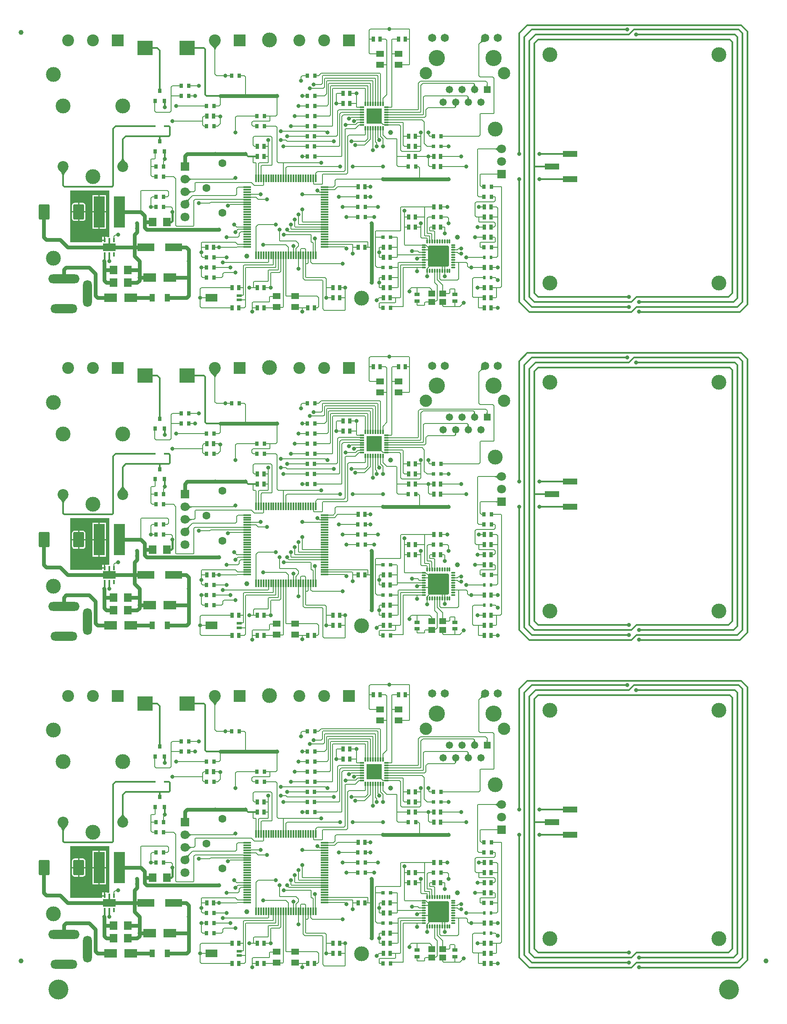
<source format=gtl>
G04*
G04 #@! TF.GenerationSoftware,Altium Limited,Altium Designer,22.11.1 (43)*
G04*
G04 Layer_Physical_Order=1*
G04 Layer_Color=255*
%FSLAX26Y26*%
%MOIN*%
G70*
G04*
G04 #@! TF.SameCoordinates,8CEB45D0-7A21-4CFE-8FF0-22CDAA51B365*
G04*
G04*
G04 #@! TF.FilePolarity,Positive*
G04*
G01*
G75*
%ADD10C,0.039370*%
%ADD11R,0.062992X0.070866*%
%ADD12R,0.137795X0.062992*%
%ADD13R,0.116535X0.050000*%
%ADD14R,0.062992X0.049213*%
%ADD15R,0.027559X0.039370*%
G04:AMPARAMS|DCode=16|XSize=33.071mil|YSize=10.63mil|CornerRadius=1.329mil|HoleSize=0mil|Usage=FLASHONLY|Rotation=270.000|XOffset=0mil|YOffset=0mil|HoleType=Round|Shape=RoundedRectangle|*
%AMROUNDEDRECTD16*
21,1,0.033071,0.007973,0,0,270.0*
21,1,0.030413,0.010630,0,0,270.0*
1,1,0.002657,-0.003986,-0.015207*
1,1,0.002657,-0.003986,0.015207*
1,1,0.002657,0.003986,0.015207*
1,1,0.002657,0.003986,-0.015207*
%
%ADD16ROUNDEDRECTD16*%
G04:AMPARAMS|DCode=17|XSize=33.071mil|YSize=10.63mil|CornerRadius=1.329mil|HoleSize=0mil|Usage=FLASHONLY|Rotation=180.000|XOffset=0mil|YOffset=0mil|HoleType=Round|Shape=RoundedRectangle|*
%AMROUNDEDRECTD17*
21,1,0.033071,0.007973,0,0,180.0*
21,1,0.030413,0.010630,0,0,180.0*
1,1,0.002657,-0.015207,0.003986*
1,1,0.002657,0.015207,0.003986*
1,1,0.002657,0.015207,-0.003986*
1,1,0.002657,-0.015207,-0.003986*
%
%ADD17ROUNDEDRECTD17*%
%ADD18R,0.122047X0.122047*%
G04:AMPARAMS|DCode=19|XSize=85.827mil|YSize=122.835mil|CornerRadius=10.728mil|HoleSize=0mil|Usage=FLASHONLY|Rotation=0.000|XOffset=0mil|YOffset=0mil|HoleType=Round|Shape=RoundedRectangle|*
%AMROUNDEDRECTD19*
21,1,0.085827,0.101378,0,0,0.0*
21,1,0.064370,0.122835,0,0,0.0*
1,1,0.021457,0.032185,-0.050689*
1,1,0.021457,-0.032185,-0.050689*
1,1,0.021457,-0.032185,0.050689*
1,1,0.021457,0.032185,0.050689*
%
%ADD19ROUNDEDRECTD19*%
%ADD20R,0.098425X0.066929*%
%ADD21R,0.025591X0.035433*%
%ADD22R,0.029528X0.027559*%
%ADD23R,0.061024X0.011811*%
%ADD24R,0.011811X0.061024*%
%ADD25R,0.120079X0.118110*%
%ADD26R,0.031496X0.035433*%
%ADD27R,0.043307X0.023622*%
%ADD28R,0.094488X0.059055*%
%ADD29R,0.086614X0.248031*%
%ADD30R,0.098425X0.062992*%
%ADD31R,0.016535X0.033071*%
%ADD32R,0.039370X0.062992*%
%ADD33R,0.023228X0.017716*%
G04:AMPARAMS|DCode=34|XSize=165.354mil|YSize=165.354mil|CornerRadius=8.268mil|HoleSize=0mil|Usage=FLASHONLY|Rotation=0.000|XOffset=0mil|YOffset=0mil|HoleType=Round|Shape=RoundedRectangle|*
%AMROUNDEDRECTD34*
21,1,0.165354,0.148819,0,0,0.0*
21,1,0.148819,0.165354,0,0,0.0*
1,1,0.016535,0.074409,-0.074409*
1,1,0.016535,-0.074409,-0.074409*
1,1,0.016535,-0.074409,0.074409*
1,1,0.016535,0.074409,0.074409*
%
%ADD34ROUNDEDRECTD34*%
G04:AMPARAMS|DCode=35|XSize=31.496mil|YSize=11.811mil|CornerRadius=2.953mil|HoleSize=0mil|Usage=FLASHONLY|Rotation=270.000|XOffset=0mil|YOffset=0mil|HoleType=Round|Shape=RoundedRectangle|*
%AMROUNDEDRECTD35*
21,1,0.031496,0.005905,0,0,270.0*
21,1,0.025590,0.011811,0,0,270.0*
1,1,0.005906,-0.002953,-0.012795*
1,1,0.005906,-0.002953,0.012795*
1,1,0.005906,0.002953,0.012795*
1,1,0.005906,0.002953,-0.012795*
%
%ADD35ROUNDEDRECTD35*%
G04:AMPARAMS|DCode=36|XSize=31.496mil|YSize=11.811mil|CornerRadius=2.953mil|HoleSize=0mil|Usage=FLASHONLY|Rotation=180.000|XOffset=0mil|YOffset=0mil|HoleType=Round|Shape=RoundedRectangle|*
%AMROUNDEDRECTD36*
21,1,0.031496,0.005905,0,0,180.0*
21,1,0.025590,0.011811,0,0,180.0*
1,1,0.005906,-0.012795,0.002953*
1,1,0.005906,0.012795,0.002953*
1,1,0.005906,0.012795,-0.002953*
1,1,0.005906,-0.012795,-0.002953*
%
%ADD36ROUNDEDRECTD36*%
%ADD37R,0.023622X0.031496*%
%ADD38R,0.039370X0.027559*%
%ADD39R,0.055118X0.047244*%
%ADD40C,0.014000*%
%ADD41C,0.008000*%
%ADD42C,0.030000*%
%ADD43C,0.015000*%
%ADD44C,0.157480*%
%ADD45O,0.248031X0.070866*%
%ADD46O,0.212598X0.070866*%
%ADD47O,0.070866X0.212598*%
%ADD48C,0.097441*%
%ADD49C,0.064961*%
%ADD50C,0.058189*%
%ADD51R,0.058189X0.058189*%
%ADD52C,0.128346*%
%ADD53C,0.062992*%
%ADD54R,0.094488X0.094488*%
%ADD55C,0.094488*%
%ADD56C,0.086614*%
%ADD57C,0.086614*%
%ADD58C,0.118110*%
%ADD59R,0.070866X0.070866*%
%ADD60C,0.070866*%
%ADD61C,0.032000*%
G36*
X3580738Y7384293D02*
X3575682Y7384271D01*
X3562799Y7383311D01*
X3559266Y7382694D01*
X3556115Y7381927D01*
X3553344Y7381011D01*
X3550955Y7379947D01*
X3548947Y7378733D01*
X3547319Y7377371D01*
X3541662Y7383028D01*
X3543025Y7384655D01*
X3544238Y7386663D01*
X3545303Y7389053D01*
X3546218Y7391823D01*
X3546985Y7394975D01*
X3547603Y7398507D01*
X3548072Y7402421D01*
X3548562Y7411390D01*
X3548584Y7416447D01*
X3580738Y7384293D01*
D02*
G37*
G36*
X1464555Y7357565D02*
X1451474Y7342765D01*
X1448276Y7338443D01*
X1445659Y7334428D01*
X1443624Y7330719D01*
X1442171Y7327316D01*
X1441299Y7324220D01*
X1441008Y7321430D01*
X1433008D01*
X1432717Y7324220D01*
X1431845Y7327316D01*
X1430392Y7330719D01*
X1428357Y7334428D01*
X1425740Y7338443D01*
X1422543Y7342765D01*
X1414403Y7352326D01*
X1403937Y7363111D01*
X1470079D01*
X1464555Y7357565D01*
D02*
G37*
G36*
X3599079Y7042361D02*
X3599200Y7040980D01*
X3599399Y7039762D01*
X3599680Y7038707D01*
X3600039Y7037814D01*
X3600479Y7037083D01*
X3600999Y7036514D01*
X3601599Y7036108D01*
X3602280Y7035865D01*
X3603039Y7035784D01*
X3587039D01*
X3587800Y7035865D01*
X3588479Y7036108D01*
X3589079Y7036514D01*
X3589599Y7037083D01*
X3590039Y7037814D01*
X3590399Y7038707D01*
X3590680Y7039762D01*
X3590880Y7040980D01*
X3590999Y7042361D01*
X3591039Y7043904D01*
X3599039D01*
X3599079Y7042361D01*
D02*
G37*
G36*
X3499157Y7047405D02*
X3499508Y7045385D01*
X3500093Y7043426D01*
X3500913Y7041528D01*
X3501966Y7039690D01*
X3503254Y7037914D01*
X3504776Y7036199D01*
X3506532Y7034545D01*
X3508522Y7032952D01*
X3510746Y7031420D01*
X3479333D01*
X3481557Y7032952D01*
X3483547Y7034545D01*
X3485303Y7036199D01*
X3486825Y7037914D01*
X3488113Y7039690D01*
X3489166Y7041528D01*
X3489986Y7043426D01*
X3490571Y7045385D01*
X3490922Y7047405D01*
X3491039Y7049486D01*
X3499039D01*
X3499157Y7047405D01*
D02*
G37*
G36*
X3449126Y6944994D02*
X3449385Y6943245D01*
X3449816Y6941605D01*
X3450421Y6940072D01*
X3451197Y6938646D01*
X3452147Y6937329D01*
X3453269Y6936120D01*
X3454564Y6935018D01*
X3456031Y6934025D01*
X3457671Y6933139D01*
X3432408D01*
X3434048Y6934025D01*
X3435515Y6935018D01*
X3436810Y6936120D01*
X3437932Y6937329D01*
X3438882Y6938646D01*
X3439659Y6940072D01*
X3440263Y6941605D01*
X3440694Y6943245D01*
X3440953Y6944994D01*
X3441039Y6946850D01*
X3449039D01*
X3449126Y6944994D01*
D02*
G37*
G36*
X3353929Y6879117D02*
X3352903Y6878495D01*
X3351997Y6877754D01*
X3351213Y6876893D01*
X3350549Y6875914D01*
X3350005Y6874816D01*
X3349583Y6873598D01*
X3349281Y6872262D01*
X3349100Y6870806D01*
X3349039Y6869232D01*
X3341039D01*
X3340979Y6870806D01*
X3340798Y6872262D01*
X3340496Y6873598D01*
X3340074Y6874816D01*
X3339530Y6875914D01*
X3338866Y6876893D01*
X3338082Y6877754D01*
X3337176Y6878495D01*
X3336150Y6879117D01*
X3335003Y6879621D01*
X3355076D01*
X3353929Y6879117D01*
D02*
G37*
G36*
X3679314Y6519134D02*
X3677666Y6521740D01*
X3675890Y6524072D01*
X3673987Y6526129D01*
X3671955Y6527913D01*
X3669795Y6529421D01*
X3667508Y6530656D01*
X3665092Y6531616D01*
X3662548Y6532302D01*
X3659877Y6532713D01*
X3657077Y6532850D01*
Y6540850D01*
X3659877Y6540988D01*
X3662548Y6541399D01*
X3665092Y6542085D01*
X3667508Y6543045D01*
X3669795Y6544279D01*
X3671955Y6545788D01*
X3673987Y6547572D01*
X3675890Y6549629D01*
X3677666Y6551961D01*
X3679314Y6554567D01*
Y6519134D01*
D02*
G37*
G36*
X713454Y6461718D02*
X714154Y6458493D01*
X715319Y6455109D01*
X716951Y6451567D01*
X719050Y6447866D01*
X721614Y6444008D01*
X724645Y6439991D01*
X732106Y6431483D01*
X736536Y6426991D01*
X675906D01*
X680336Y6431483D01*
X687797Y6439991D01*
X690828Y6444008D01*
X693392Y6447866D01*
X695491Y6451567D01*
X697123Y6455109D01*
X698288Y6458493D01*
X698988Y6461718D01*
X699221Y6464785D01*
X713221D01*
X713454Y6461718D01*
D02*
G37*
G36*
X3674807Y6328850D02*
X3674726Y6329610D01*
X3674482Y6330290D01*
X3674076Y6330890D01*
X3673508Y6331410D01*
X3672777Y6331850D01*
X3671884Y6332210D01*
X3670828Y6332490D01*
X3669610Y6332690D01*
X3668230Y6332810D01*
X3666687Y6332850D01*
Y6340850D01*
X3668230Y6340890D01*
X3669610Y6341010D01*
X3670828Y6341210D01*
X3671884Y6341490D01*
X3672777Y6341850D01*
X3673508Y6342290D01*
X3674076Y6342810D01*
X3674482Y6343410D01*
X3674726Y6344090D01*
X3674807Y6344850D01*
Y6328850D01*
D02*
G37*
G36*
X259664Y6360645D02*
X252203Y6352136D01*
X249172Y6348120D01*
X246608Y6344261D01*
X244509Y6340561D01*
X242877Y6337019D01*
X241712Y6333635D01*
X241012Y6330409D01*
X240779Y6327342D01*
X226779D01*
X226546Y6330409D01*
X225846Y6333635D01*
X224681Y6337019D01*
X223049Y6340561D01*
X220950Y6344261D01*
X218386Y6348120D01*
X215355Y6352136D01*
X207894Y6360645D01*
X203464Y6365136D01*
X264094D01*
X259664Y6360645D01*
D02*
G37*
G36*
X1232334Y6311961D02*
X1234110Y6309629D01*
X1236013Y6307572D01*
X1238045Y6305788D01*
X1240205Y6304279D01*
X1242493Y6303045D01*
X1244908Y6302085D01*
X1247452Y6301399D01*
X1250124Y6300988D01*
X1252923Y6300850D01*
Y6292850D01*
X1250124Y6292713D01*
X1247452Y6292302D01*
X1244908Y6291616D01*
X1242493Y6290656D01*
X1240205Y6289421D01*
X1238045Y6287913D01*
X1236013Y6286129D01*
X1234110Y6284072D01*
X1232334Y6281740D01*
X1230686Y6279134D01*
Y6314567D01*
X1232334Y6311961D01*
D02*
G37*
G36*
Y6211961D02*
X1234110Y6209629D01*
X1236013Y6207572D01*
X1238045Y6205788D01*
X1240205Y6204279D01*
X1242493Y6203045D01*
X1244908Y6202085D01*
X1247452Y6201399D01*
X1250124Y6200988D01*
X1252923Y6200850D01*
Y6192850D01*
X1250124Y6192713D01*
X1247452Y6192302D01*
X1244908Y6191616D01*
X1242493Y6190656D01*
X1240205Y6189421D01*
X1238045Y6187913D01*
X1236013Y6186129D01*
X1234110Y6184072D01*
X1232334Y6181740D01*
X1230686Y6179134D01*
Y6214567D01*
X1232334Y6211961D01*
D02*
G37*
G36*
X1235317Y6136510D02*
X1233419Y6134410D01*
X1231862Y6132247D01*
X1230648Y6130020D01*
X1229774Y6127730D01*
X1229243Y6125377D01*
X1229052Y6122962D01*
X1229204Y6120483D01*
X1229697Y6117940D01*
X1230531Y6115335D01*
X1231707Y6112667D01*
X1202156Y6132218D01*
X1205398Y6132124D01*
X1208505Y6132247D01*
X1211476Y6132585D01*
X1214313Y6133140D01*
X1217015Y6133911D01*
X1219582Y6134898D01*
X1222014Y6136101D01*
X1224311Y6137520D01*
X1226473Y6139155D01*
X1228500Y6141007D01*
X1235317Y6136510D01*
D02*
G37*
G36*
X600000Y5837882D02*
X585038D01*
X580866Y5839882D01*
Y5839882D01*
X580866Y5839882D01*
X567598D01*
Y5813346D01*
X562598D01*
Y5808346D01*
X544331D01*
Y5796850D01*
X290000D01*
Y6206850D01*
X600000D01*
Y5837882D01*
D02*
G37*
G36*
X3580738Y4785868D02*
X3575682Y4785846D01*
X3562799Y4784886D01*
X3559266Y4784268D01*
X3556115Y4783502D01*
X3553344Y4782586D01*
X3550955Y4781521D01*
X3548947Y4780308D01*
X3547319Y4778945D01*
X3541662Y4784602D01*
X3543025Y4786230D01*
X3544238Y4788238D01*
X3545303Y4790628D01*
X3546218Y4793398D01*
X3546985Y4796550D01*
X3547603Y4800082D01*
X3548072Y4803995D01*
X3548562Y4812965D01*
X3548584Y4818022D01*
X3580738Y4785868D01*
D02*
G37*
G36*
X1464555Y4759140D02*
X1451474Y4744339D01*
X1448276Y4740018D01*
X1445659Y4736003D01*
X1443624Y4732294D01*
X1442171Y4728891D01*
X1441299Y4725795D01*
X1441008Y4723004D01*
X1433008D01*
X1432717Y4725795D01*
X1431845Y4728891D01*
X1430392Y4732294D01*
X1428357Y4736003D01*
X1425740Y4740018D01*
X1422543Y4744339D01*
X1414403Y4753900D01*
X1403937Y4764686D01*
X1470079D01*
X1464555Y4759140D01*
D02*
G37*
G36*
X3599079Y4443936D02*
X3599200Y4442555D01*
X3599399Y4441337D01*
X3599680Y4440282D01*
X3600039Y4439388D01*
X3600479Y4438658D01*
X3600999Y4438089D01*
X3601599Y4437683D01*
X3602280Y4437440D01*
X3603039Y4437358D01*
X3587039D01*
X3587800Y4437440D01*
X3588479Y4437683D01*
X3589079Y4438089D01*
X3589599Y4438658D01*
X3590039Y4439388D01*
X3590399Y4440282D01*
X3590680Y4441337D01*
X3590880Y4442555D01*
X3590999Y4443936D01*
X3591039Y4445478D01*
X3599039D01*
X3599079Y4443936D01*
D02*
G37*
G36*
X3499157Y4448980D02*
X3499508Y4446960D01*
X3500093Y4445001D01*
X3500913Y4443102D01*
X3501966Y4441265D01*
X3503254Y4439489D01*
X3504776Y4437774D01*
X3506532Y4436120D01*
X3508522Y4434527D01*
X3510746Y4432995D01*
X3479333D01*
X3481557Y4434527D01*
X3483547Y4436120D01*
X3485303Y4437774D01*
X3486825Y4439489D01*
X3488113Y4441265D01*
X3489166Y4443102D01*
X3489986Y4445001D01*
X3490571Y4446960D01*
X3490922Y4448980D01*
X3491039Y4451061D01*
X3499039D01*
X3499157Y4448980D01*
D02*
G37*
G36*
X3449126Y4346569D02*
X3449385Y4344820D01*
X3449816Y4343179D01*
X3450421Y4341646D01*
X3451197Y4340221D01*
X3452147Y4338904D01*
X3453269Y4337695D01*
X3454564Y4336593D01*
X3456031Y4335599D01*
X3457671Y4334713D01*
X3432408D01*
X3434048Y4335599D01*
X3435515Y4336593D01*
X3436810Y4337695D01*
X3437932Y4338904D01*
X3438882Y4340221D01*
X3439659Y4341646D01*
X3440263Y4343179D01*
X3440694Y4344820D01*
X3440953Y4346569D01*
X3441039Y4348425D01*
X3449039D01*
X3449126Y4346569D01*
D02*
G37*
G36*
X3353929Y4280692D02*
X3352903Y4280070D01*
X3351997Y4279329D01*
X3351213Y4278468D01*
X3350549Y4277489D01*
X3350005Y4276391D01*
X3349583Y4275173D01*
X3349281Y4273837D01*
X3349100Y4272381D01*
X3349039Y4270807D01*
X3341039D01*
X3340979Y4272381D01*
X3340798Y4273837D01*
X3340496Y4275173D01*
X3340074Y4276391D01*
X3339530Y4277489D01*
X3338866Y4278468D01*
X3338082Y4279329D01*
X3337176Y4280070D01*
X3336150Y4280692D01*
X3335003Y4281195D01*
X3355076D01*
X3353929Y4280692D01*
D02*
G37*
G36*
X3679314Y3920709D02*
X3677666Y3923315D01*
X3675890Y3925647D01*
X3673987Y3927704D01*
X3671955Y3929487D01*
X3669795Y3930996D01*
X3667508Y3932231D01*
X3665092Y3933191D01*
X3662548Y3933876D01*
X3659877Y3934288D01*
X3657077Y3934425D01*
Y3942425D01*
X3659877Y3942562D01*
X3662548Y3942974D01*
X3665092Y3943660D01*
X3667508Y3944620D01*
X3669795Y3945854D01*
X3671955Y3947363D01*
X3673987Y3949146D01*
X3675890Y3951204D01*
X3677666Y3953536D01*
X3679314Y3956142D01*
Y3920709D01*
D02*
G37*
G36*
X713454Y3863293D02*
X714154Y3860067D01*
X715319Y3856684D01*
X716951Y3853141D01*
X719050Y3849441D01*
X721614Y3845582D01*
X724645Y3841566D01*
X732106Y3833057D01*
X736536Y3828566D01*
X675906D01*
X680336Y3833057D01*
X687797Y3841566D01*
X690828Y3845582D01*
X693392Y3849441D01*
X695491Y3853141D01*
X697123Y3856684D01*
X698288Y3860067D01*
X698988Y3863293D01*
X699221Y3866360D01*
X713221D01*
X713454Y3863293D01*
D02*
G37*
G36*
X3674807Y3730425D02*
X3674726Y3731185D01*
X3674482Y3731865D01*
X3674076Y3732465D01*
X3673508Y3732985D01*
X3672777Y3733425D01*
X3671884Y3733785D01*
X3670828Y3734065D01*
X3669610Y3734265D01*
X3668230Y3734385D01*
X3666687Y3734425D01*
Y3742425D01*
X3668230Y3742465D01*
X3669610Y3742585D01*
X3670828Y3742785D01*
X3671884Y3743065D01*
X3672777Y3743425D01*
X3673508Y3743865D01*
X3674076Y3744385D01*
X3674482Y3744985D01*
X3674726Y3745665D01*
X3674807Y3746425D01*
Y3730425D01*
D02*
G37*
G36*
X259664Y3762220D02*
X252203Y3753711D01*
X249172Y3749694D01*
X246608Y3745836D01*
X244509Y3742135D01*
X242877Y3738593D01*
X241712Y3735210D01*
X241012Y3731984D01*
X240779Y3728917D01*
X226779D01*
X226546Y3731984D01*
X225846Y3735210D01*
X224681Y3738593D01*
X223049Y3742135D01*
X220950Y3745836D01*
X218386Y3749694D01*
X215355Y3753711D01*
X207894Y3762220D01*
X203464Y3766711D01*
X264094D01*
X259664Y3762220D01*
D02*
G37*
G36*
X1232334Y3713536D02*
X1234110Y3711204D01*
X1236013Y3709146D01*
X1238045Y3707363D01*
X1240205Y3705854D01*
X1242493Y3704620D01*
X1244908Y3703660D01*
X1247452Y3702974D01*
X1250124Y3702562D01*
X1252923Y3702425D01*
Y3694425D01*
X1250124Y3694288D01*
X1247452Y3693876D01*
X1244908Y3693191D01*
X1242493Y3692231D01*
X1240205Y3690996D01*
X1238045Y3689487D01*
X1236013Y3687704D01*
X1234110Y3685647D01*
X1232334Y3683315D01*
X1230686Y3680709D01*
Y3716142D01*
X1232334Y3713536D01*
D02*
G37*
G36*
Y3613536D02*
X1234110Y3611204D01*
X1236013Y3609146D01*
X1238045Y3607363D01*
X1240205Y3605854D01*
X1242493Y3604620D01*
X1244908Y3603660D01*
X1247452Y3602974D01*
X1250124Y3602562D01*
X1252923Y3602425D01*
Y3594425D01*
X1250124Y3594288D01*
X1247452Y3593876D01*
X1244908Y3593191D01*
X1242493Y3592231D01*
X1240205Y3590996D01*
X1238045Y3589487D01*
X1236013Y3587704D01*
X1234110Y3585647D01*
X1232334Y3583315D01*
X1230686Y3580709D01*
Y3616142D01*
X1232334Y3613536D01*
D02*
G37*
G36*
X1235317Y3538085D02*
X1233419Y3535985D01*
X1231862Y3533821D01*
X1230648Y3531595D01*
X1229774Y3529305D01*
X1229243Y3526952D01*
X1229052Y3524536D01*
X1229204Y3522057D01*
X1229697Y3519515D01*
X1230531Y3516910D01*
X1231707Y3514242D01*
X1202156Y3533793D01*
X1205398Y3533699D01*
X1208505Y3533821D01*
X1211476Y3534160D01*
X1214313Y3534715D01*
X1217015Y3535485D01*
X1219582Y3536472D01*
X1222014Y3537676D01*
X1224311Y3539095D01*
X1226473Y3540730D01*
X1228500Y3542582D01*
X1235317Y3538085D01*
D02*
G37*
G36*
X600000Y3239457D02*
X585038D01*
X580866Y3241457D01*
Y3241457D01*
X580866Y3241457D01*
X567598D01*
Y3214921D01*
X562598D01*
Y3209921D01*
X544331D01*
Y3198425D01*
X290000D01*
Y3608425D01*
X600000D01*
Y3239457D01*
D02*
G37*
G36*
X3580738Y2187443D02*
X3575682Y2187421D01*
X3562799Y2186461D01*
X3559266Y2185843D01*
X3556115Y2185077D01*
X3553344Y2184161D01*
X3550955Y2183096D01*
X3548947Y2181883D01*
X3547319Y2180520D01*
X3541662Y2186177D01*
X3543025Y2187805D01*
X3544238Y2189813D01*
X3545303Y2192202D01*
X3546218Y2194973D01*
X3546985Y2198124D01*
X3547603Y2201657D01*
X3548072Y2205570D01*
X3548562Y2214540D01*
X3548584Y2219596D01*
X3580738Y2187443D01*
D02*
G37*
G36*
X1464555Y2160715D02*
X1451474Y2145914D01*
X1448276Y2141593D01*
X1445659Y2137578D01*
X1443624Y2133869D01*
X1442171Y2130466D01*
X1441299Y2127369D01*
X1441008Y2124579D01*
X1433008D01*
X1432717Y2127369D01*
X1431845Y2130466D01*
X1430392Y2133869D01*
X1428357Y2137578D01*
X1425740Y2141593D01*
X1422543Y2145914D01*
X1414403Y2155475D01*
X1403937Y2166261D01*
X1470079D01*
X1464555Y2160715D01*
D02*
G37*
G36*
X3599079Y1845510D02*
X3599200Y1844130D01*
X3599399Y1842912D01*
X3599680Y1841856D01*
X3600039Y1840963D01*
X3600479Y1840232D01*
X3600999Y1839664D01*
X3601599Y1839258D01*
X3602280Y1839014D01*
X3603039Y1838933D01*
X3587039D01*
X3587800Y1839014D01*
X3588479Y1839258D01*
X3589079Y1839664D01*
X3589599Y1840232D01*
X3590039Y1840963D01*
X3590399Y1841856D01*
X3590680Y1842912D01*
X3590880Y1844130D01*
X3590999Y1845510D01*
X3591039Y1847053D01*
X3599039D01*
X3599079Y1845510D01*
D02*
G37*
G36*
X3499157Y1850555D02*
X3499508Y1848534D01*
X3500093Y1846575D01*
X3500913Y1844677D01*
X3501966Y1842840D01*
X3503254Y1841064D01*
X3504776Y1839349D01*
X3506532Y1837695D01*
X3508522Y1836101D01*
X3510746Y1834569D01*
X3479333D01*
X3481557Y1836101D01*
X3483547Y1837695D01*
X3485303Y1839349D01*
X3486825Y1841064D01*
X3488113Y1842840D01*
X3489166Y1844677D01*
X3489986Y1846575D01*
X3490571Y1848534D01*
X3490922Y1850555D01*
X3491039Y1852636D01*
X3499039D01*
X3499157Y1850555D01*
D02*
G37*
G36*
X3449126Y1748143D02*
X3449385Y1746395D01*
X3449816Y1744754D01*
X3450421Y1743221D01*
X3451197Y1741796D01*
X3452147Y1740479D01*
X3453269Y1739269D01*
X3454564Y1738168D01*
X3456031Y1737174D01*
X3457671Y1736288D01*
X3432408D01*
X3434048Y1737174D01*
X3435515Y1738168D01*
X3436810Y1739269D01*
X3437932Y1740479D01*
X3438882Y1741796D01*
X3439659Y1743221D01*
X3440263Y1744754D01*
X3440694Y1746395D01*
X3440953Y1748143D01*
X3441039Y1750000D01*
X3449039D01*
X3449126Y1748143D01*
D02*
G37*
G36*
X3353929Y1682267D02*
X3352903Y1681645D01*
X3351997Y1680903D01*
X3351213Y1680043D01*
X3350549Y1679064D01*
X3350005Y1677965D01*
X3349583Y1676748D01*
X3349281Y1675411D01*
X3349100Y1673956D01*
X3349039Y1672381D01*
X3341039D01*
X3340979Y1673956D01*
X3340798Y1675411D01*
X3340496Y1676748D01*
X3340074Y1677965D01*
X3339530Y1679064D01*
X3338866Y1680043D01*
X3338082Y1680903D01*
X3337176Y1681645D01*
X3336150Y1682267D01*
X3335003Y1682770D01*
X3355076D01*
X3353929Y1682267D01*
D02*
G37*
G36*
X3679314Y1322284D02*
X3677666Y1324890D01*
X3675890Y1327221D01*
X3673987Y1329279D01*
X3671955Y1331062D01*
X3669795Y1332571D01*
X3667508Y1333805D01*
X3665092Y1334765D01*
X3662548Y1335451D01*
X3659877Y1335863D01*
X3657077Y1336000D01*
Y1344000D01*
X3659877Y1344137D01*
X3662548Y1344549D01*
X3665092Y1345235D01*
X3667508Y1346195D01*
X3669795Y1347429D01*
X3671955Y1348938D01*
X3673987Y1350721D01*
X3675890Y1352779D01*
X3677666Y1355110D01*
X3679314Y1357716D01*
Y1322284D01*
D02*
G37*
G36*
X713454Y1264868D02*
X714154Y1261642D01*
X715319Y1258258D01*
X716951Y1254716D01*
X719050Y1251016D01*
X721614Y1247157D01*
X724645Y1243140D01*
X732106Y1234632D01*
X736536Y1230141D01*
X675906D01*
X680336Y1234632D01*
X687797Y1243140D01*
X690828Y1247157D01*
X693392Y1251016D01*
X695491Y1254716D01*
X697123Y1258258D01*
X698288Y1261642D01*
X698988Y1264868D01*
X699221Y1267935D01*
X713221D01*
X713454Y1264868D01*
D02*
G37*
G36*
X3674807Y1132000D02*
X3674726Y1132760D01*
X3674482Y1133440D01*
X3674076Y1134040D01*
X3673508Y1134560D01*
X3672777Y1135000D01*
X3671884Y1135360D01*
X3670828Y1135640D01*
X3669610Y1135840D01*
X3668230Y1135960D01*
X3666687Y1136000D01*
Y1144000D01*
X3668230Y1144040D01*
X3669610Y1144160D01*
X3670828Y1144360D01*
X3671884Y1144640D01*
X3672777Y1145000D01*
X3673508Y1145440D01*
X3674076Y1145960D01*
X3674482Y1146560D01*
X3674726Y1147240D01*
X3674807Y1148000D01*
Y1132000D01*
D02*
G37*
G36*
X259664Y1163794D02*
X252203Y1155286D01*
X249172Y1151269D01*
X246608Y1147411D01*
X244509Y1143710D01*
X242877Y1140168D01*
X241712Y1136784D01*
X241012Y1133559D01*
X240779Y1130492D01*
X226779D01*
X226546Y1133559D01*
X225846Y1136784D01*
X224681Y1140168D01*
X223049Y1143710D01*
X220950Y1147411D01*
X218386Y1151269D01*
X215355Y1155286D01*
X207894Y1163794D01*
X203464Y1168286D01*
X264094D01*
X259664Y1163794D01*
D02*
G37*
G36*
X1232334Y1115110D02*
X1234110Y1112779D01*
X1236013Y1110721D01*
X1238045Y1108938D01*
X1240205Y1107429D01*
X1242493Y1106195D01*
X1244908Y1105235D01*
X1247452Y1104549D01*
X1250124Y1104137D01*
X1252923Y1104000D01*
Y1096000D01*
X1250124Y1095863D01*
X1247452Y1095451D01*
X1244908Y1094765D01*
X1242493Y1093805D01*
X1240205Y1092571D01*
X1238045Y1091062D01*
X1236013Y1089279D01*
X1234110Y1087221D01*
X1232334Y1084890D01*
X1230686Y1082284D01*
Y1117716D01*
X1232334Y1115110D01*
D02*
G37*
G36*
Y1015110D02*
X1234110Y1012779D01*
X1236013Y1010721D01*
X1238045Y1008938D01*
X1240205Y1007429D01*
X1242493Y1006195D01*
X1244908Y1005235D01*
X1247452Y1004549D01*
X1250124Y1004137D01*
X1252923Y1004000D01*
Y996000D01*
X1250124Y995863D01*
X1247452Y995451D01*
X1244908Y994765D01*
X1242493Y993805D01*
X1240205Y992571D01*
X1238045Y991062D01*
X1236013Y989279D01*
X1234110Y987221D01*
X1232334Y984890D01*
X1230686Y982284D01*
Y1017716D01*
X1232334Y1015110D01*
D02*
G37*
G36*
X1235317Y939660D02*
X1233419Y937559D01*
X1231862Y935396D01*
X1230648Y933169D01*
X1229774Y930880D01*
X1229243Y928527D01*
X1229052Y926111D01*
X1229204Y923632D01*
X1229697Y921090D01*
X1230531Y918485D01*
X1231707Y915816D01*
X1202156Y935367D01*
X1205398Y935274D01*
X1208505Y935396D01*
X1211476Y935735D01*
X1214313Y936289D01*
X1217015Y937060D01*
X1219582Y938047D01*
X1222014Y939250D01*
X1224311Y940670D01*
X1226473Y942305D01*
X1228500Y944157D01*
X1235317Y939660D01*
D02*
G37*
G36*
X600000Y641032D02*
X585038D01*
X580866Y643032D01*
Y643032D01*
X580866Y643032D01*
X567598D01*
Y616496D01*
X562598D01*
Y611496D01*
X544331D01*
Y600000D01*
X290000D01*
Y1010000D01*
X600000D01*
Y641032D01*
D02*
G37*
%LPC*%
G36*
X572598Y6170866D02*
X524291D01*
Y6041850D01*
X572598D01*
Y6170866D01*
D02*
G37*
G36*
X514291D02*
X465984D01*
Y6041850D01*
X514291D01*
Y6170866D01*
D02*
G37*
G36*
X389390Y6108674D02*
X362205D01*
Y6041850D01*
X410524D01*
Y6087539D01*
X408916Y6095627D01*
X404334Y6102484D01*
X397478Y6107065D01*
X389390Y6108674D01*
D02*
G37*
G36*
X352205D02*
X325020D01*
X316932Y6107065D01*
X310075Y6102484D01*
X305494Y6095627D01*
X303885Y6087539D01*
Y6041850D01*
X352205D01*
Y6108674D01*
D02*
G37*
G36*
X410524Y6031850D02*
X362205D01*
Y5965027D01*
X389390D01*
X397478Y5966636D01*
X404334Y5971217D01*
X408916Y5978074D01*
X410524Y5986162D01*
Y6031850D01*
D02*
G37*
G36*
X352205D02*
X303885D01*
Y5986162D01*
X305494Y5978074D01*
X310075Y5971217D01*
X316932Y5966636D01*
X325020Y5965027D01*
X352205D01*
Y6031850D01*
D02*
G37*
G36*
X572598D02*
X524291D01*
Y5902835D01*
X572598D01*
Y6031850D01*
D02*
G37*
G36*
X514291D02*
X465984D01*
Y5902835D01*
X514291D01*
Y6031850D01*
D02*
G37*
G36*
X557598Y5839882D02*
X544331D01*
Y5818346D01*
X557598D01*
Y5839882D01*
D02*
G37*
G36*
X572598Y3572441D02*
X524291D01*
Y3443425D01*
X572598D01*
Y3572441D01*
D02*
G37*
G36*
X514291D02*
X465984D01*
Y3443425D01*
X514291D01*
Y3572441D01*
D02*
G37*
G36*
X389390Y3510249D02*
X362205D01*
Y3443425D01*
X410524D01*
Y3489114D01*
X408916Y3497202D01*
X404334Y3504058D01*
X397478Y3508640D01*
X389390Y3510249D01*
D02*
G37*
G36*
X352205D02*
X325020D01*
X316932Y3508640D01*
X310075Y3504058D01*
X305494Y3497202D01*
X303885Y3489114D01*
Y3443425D01*
X352205D01*
Y3510249D01*
D02*
G37*
G36*
X410524Y3433425D02*
X362205D01*
Y3366602D01*
X389390D01*
X397478Y3368211D01*
X404334Y3372792D01*
X408916Y3379648D01*
X410524Y3387736D01*
Y3433425D01*
D02*
G37*
G36*
X352205D02*
X303885D01*
Y3387736D01*
X305494Y3379648D01*
X310075Y3372792D01*
X316932Y3368211D01*
X325020Y3366602D01*
X352205D01*
Y3433425D01*
D02*
G37*
G36*
X572598D02*
X524291D01*
Y3304410D01*
X572598D01*
Y3433425D01*
D02*
G37*
G36*
X514291D02*
X465984D01*
Y3304410D01*
X514291D01*
Y3433425D01*
D02*
G37*
G36*
X557598Y3241457D02*
X544331D01*
Y3219921D01*
X557598D01*
Y3241457D01*
D02*
G37*
G36*
X572598Y974016D02*
X524291D01*
Y845000D01*
X572598D01*
Y974016D01*
D02*
G37*
G36*
X514291D02*
X465984D01*
Y845000D01*
X514291D01*
Y974016D01*
D02*
G37*
G36*
X389390Y911823D02*
X362205D01*
Y845000D01*
X410524D01*
Y890689D01*
X408916Y898777D01*
X404334Y905633D01*
X397478Y910215D01*
X389390Y911823D01*
D02*
G37*
G36*
X352205D02*
X325020D01*
X316932Y910215D01*
X310075Y905633D01*
X305494Y898777D01*
X303885Y890689D01*
Y845000D01*
X352205D01*
Y911823D01*
D02*
G37*
G36*
X410524Y835000D02*
X362205D01*
Y768177D01*
X389390D01*
X397478Y769785D01*
X404334Y774367D01*
X408916Y781223D01*
X410524Y789311D01*
Y835000D01*
D02*
G37*
G36*
X352205D02*
X303885D01*
Y789311D01*
X305494Y781223D01*
X310075Y774367D01*
X316932Y769785D01*
X325020Y768177D01*
X352205D01*
Y835000D01*
D02*
G37*
G36*
X572598D02*
X524291D01*
Y705984D01*
X572598D01*
Y835000D01*
D02*
G37*
G36*
X514291D02*
X465984D01*
Y705984D01*
X514291D01*
Y835000D01*
D02*
G37*
G36*
X557598Y643032D02*
X544331D01*
Y621496D01*
X557598D01*
Y643032D01*
D02*
G37*
%LPD*%
G54D10*
X-98425Y7460630D02*
D03*
X5807087Y98425D02*
D03*
X-98425D02*
D03*
X2830000Y1470000D02*
D03*
X3360000Y640000D02*
D03*
X1690000Y490000D02*
D03*
X2830000Y4068425D02*
D03*
X3360000Y3238425D02*
D03*
X1690000Y3088425D02*
D03*
X2830000Y6666850D02*
D03*
X3360000Y5836850D02*
D03*
X1690000Y5686850D02*
D03*
G54D11*
X1055118Y760000D02*
D03*
X944882D02*
D03*
X745118Y380000D02*
D03*
X634882D02*
D03*
X745118Y280000D02*
D03*
X634882D02*
D03*
X1055118Y3358425D02*
D03*
X944882D02*
D03*
X745118Y2978425D02*
D03*
X634882D02*
D03*
X745118Y2878425D02*
D03*
X634882D02*
D03*
X1055118Y5956850D02*
D03*
X944882D02*
D03*
X745118Y5576850D02*
D03*
X634882D02*
D03*
X745118Y5476850D02*
D03*
X634882D02*
D03*
G54D12*
X889764Y560000D02*
D03*
X1110236D02*
D03*
X889764Y3158425D02*
D03*
X1110236D02*
D03*
X889764Y5756850D02*
D03*
X1110236D02*
D03*
G54D13*
X4251732Y1300000D02*
D03*
X4110000Y1200000D02*
D03*
X4251732Y1100000D02*
D03*
Y3898425D02*
D03*
X4110000Y3798425D02*
D03*
X4251732Y3698425D02*
D03*
Y6496850D02*
D03*
X4110000Y6396850D02*
D03*
X4251732Y6296850D02*
D03*
G54D14*
X2892835Y2006693D02*
D03*
X2747166Y2093307D02*
D03*
Y2006693D02*
D03*
X2892835Y2093307D02*
D03*
X2072835Y173307D02*
D03*
X1927166Y86693D02*
D03*
Y173307D02*
D03*
X2072835Y86693D02*
D03*
X2892835Y4605118D02*
D03*
X2747166Y4691732D02*
D03*
Y4605118D02*
D03*
X2892835Y4691732D02*
D03*
X2072835Y2771732D02*
D03*
X1927166Y2685118D02*
D03*
Y2771732D02*
D03*
X2072835Y2685118D02*
D03*
X2892835Y7203543D02*
D03*
X2747166Y7290158D02*
D03*
Y7203543D02*
D03*
X2892835Y7290158D02*
D03*
X2072835Y5370158D02*
D03*
X1927166Y5283543D02*
D03*
Y5370158D02*
D03*
X2072835Y5283543D02*
D03*
G54D15*
X2893425Y2210000D02*
D03*
X2946575D02*
D03*
X2746575D02*
D03*
X2693425D02*
D03*
X2453425Y1700000D02*
D03*
X2506575D02*
D03*
X2453425Y1780000D02*
D03*
X2506575D02*
D03*
X1426575Y1600000D02*
D03*
X1373425D02*
D03*
X3026575Y1280000D02*
D03*
X2973425D02*
D03*
X3173425Y1200000D02*
D03*
X3226575D02*
D03*
X3173425Y1280000D02*
D03*
X3226575D02*
D03*
X3026575Y1440000D02*
D03*
X2973425D02*
D03*
X3026575Y1360000D02*
D03*
X2973425D02*
D03*
X2573425Y560000D02*
D03*
X2626575D02*
D03*
X2426575Y240000D02*
D03*
X2373425D02*
D03*
Y160000D02*
D03*
X2426575D02*
D03*
X2173425Y80000D02*
D03*
X2226575D02*
D03*
X1773425D02*
D03*
X1826575D02*
D03*
X1773425Y240000D02*
D03*
X1826575D02*
D03*
X2626575Y1040000D02*
D03*
X2573425D02*
D03*
X1826575Y1360000D02*
D03*
X1773425D02*
D03*
X1573425Y80000D02*
D03*
X1626575D02*
D03*
X1826575Y1280000D02*
D03*
X1773425D02*
D03*
X3573425Y400000D02*
D03*
X3626575D02*
D03*
Y240000D02*
D03*
X3573425D02*
D03*
Y720000D02*
D03*
X3626575D02*
D03*
X3173425Y880000D02*
D03*
X3226575D02*
D03*
X3573425Y80000D02*
D03*
X3626575D02*
D03*
Y160000D02*
D03*
X3573425D02*
D03*
Y880000D02*
D03*
X3626575D02*
D03*
X3573425Y800000D02*
D03*
X3626575D02*
D03*
X3573425Y640000D02*
D03*
X3626575D02*
D03*
X2826575Y160000D02*
D03*
X2773425D02*
D03*
Y320000D02*
D03*
X2826575D02*
D03*
Y240000D02*
D03*
X2773425D02*
D03*
Y560000D02*
D03*
X2826575D02*
D03*
Y480000D02*
D03*
X2773425D02*
D03*
X3173425Y720000D02*
D03*
X3226575D02*
D03*
X3026575Y800000D02*
D03*
X2973425D02*
D03*
X3026575Y720000D02*
D03*
X2973425D02*
D03*
X1426575Y560000D02*
D03*
X1373425D02*
D03*
X1626575Y240000D02*
D03*
X1573425D02*
D03*
X2893425Y4808425D02*
D03*
X2946575D02*
D03*
X2746575D02*
D03*
X2693425D02*
D03*
X2453425Y4298425D02*
D03*
X2506575D02*
D03*
X2453425Y4378425D02*
D03*
X2506575D02*
D03*
X1426575Y4198425D02*
D03*
X1373425D02*
D03*
X3026575Y3878425D02*
D03*
X2973425D02*
D03*
X3173425Y3798425D02*
D03*
X3226575D02*
D03*
X3173425Y3878425D02*
D03*
X3226575D02*
D03*
X3026575Y4038425D02*
D03*
X2973425D02*
D03*
X3026575Y3958425D02*
D03*
X2973425D02*
D03*
X2573425Y3158425D02*
D03*
X2626575D02*
D03*
X2426575Y2838425D02*
D03*
X2373425D02*
D03*
Y2758425D02*
D03*
X2426575D02*
D03*
X2173425Y2678425D02*
D03*
X2226575D02*
D03*
X1773425D02*
D03*
X1826575D02*
D03*
X1773425Y2838425D02*
D03*
X1826575D02*
D03*
X2626575Y3638425D02*
D03*
X2573425D02*
D03*
X1826575Y3958425D02*
D03*
X1773425D02*
D03*
X1573425Y2678425D02*
D03*
X1626575D02*
D03*
X1826575Y3878425D02*
D03*
X1773425D02*
D03*
X3573425Y2998425D02*
D03*
X3626575D02*
D03*
Y2838425D02*
D03*
X3573425D02*
D03*
Y3318425D02*
D03*
X3626575D02*
D03*
X3173425Y3478425D02*
D03*
X3226575D02*
D03*
X3573425Y2678425D02*
D03*
X3626575D02*
D03*
Y2758425D02*
D03*
X3573425D02*
D03*
Y3478425D02*
D03*
X3626575D02*
D03*
X3573425Y3398425D02*
D03*
X3626575D02*
D03*
X3573425Y3238425D02*
D03*
X3626575D02*
D03*
X2826575Y2758425D02*
D03*
X2773425D02*
D03*
Y2918425D02*
D03*
X2826575D02*
D03*
Y2838425D02*
D03*
X2773425D02*
D03*
Y3158425D02*
D03*
X2826575D02*
D03*
Y3078425D02*
D03*
X2773425D02*
D03*
X3173425Y3318425D02*
D03*
X3226575D02*
D03*
X3026575Y3398425D02*
D03*
X2973425D02*
D03*
X3026575Y3318425D02*
D03*
X2973425D02*
D03*
X1426575Y3158425D02*
D03*
X1373425D02*
D03*
X1626575Y2838425D02*
D03*
X1573425D02*
D03*
X2893425Y7406850D02*
D03*
X2946575D02*
D03*
X2746575D02*
D03*
X2693425D02*
D03*
X2453425Y6896850D02*
D03*
X2506575D02*
D03*
X2453425Y6976850D02*
D03*
X2506575D02*
D03*
X1426575Y6796850D02*
D03*
X1373425D02*
D03*
X3026575Y6476850D02*
D03*
X2973425D02*
D03*
X3173425Y6396850D02*
D03*
X3226575D02*
D03*
X3173425Y6476850D02*
D03*
X3226575D02*
D03*
X3026575Y6636850D02*
D03*
X2973425D02*
D03*
X3026575Y6556850D02*
D03*
X2973425D02*
D03*
X2573425Y5756850D02*
D03*
X2626575D02*
D03*
X2426575Y5436850D02*
D03*
X2373425D02*
D03*
Y5356850D02*
D03*
X2426575D02*
D03*
X2173425Y5276850D02*
D03*
X2226575D02*
D03*
X1773425D02*
D03*
X1826575D02*
D03*
X1773425Y5436850D02*
D03*
X1826575D02*
D03*
X2626575Y6236850D02*
D03*
X2573425D02*
D03*
X1826575Y6556850D02*
D03*
X1773425D02*
D03*
X1573425Y5276850D02*
D03*
X1626575D02*
D03*
X1826575Y6476850D02*
D03*
X1773425D02*
D03*
X3573425Y5596850D02*
D03*
X3626575D02*
D03*
Y5436850D02*
D03*
X3573425D02*
D03*
Y5916850D02*
D03*
X3626575D02*
D03*
X3173425Y6076850D02*
D03*
X3226575D02*
D03*
X3573425Y5276850D02*
D03*
X3626575D02*
D03*
Y5356850D02*
D03*
X3573425D02*
D03*
Y6076850D02*
D03*
X3626575D02*
D03*
X3573425Y5996850D02*
D03*
X3626575D02*
D03*
X3573425Y5836850D02*
D03*
X3626575D02*
D03*
X2826575Y5356850D02*
D03*
X2773425D02*
D03*
Y5516850D02*
D03*
X2826575D02*
D03*
Y5436850D02*
D03*
X2773425D02*
D03*
Y5756850D02*
D03*
X2826575D02*
D03*
Y5676850D02*
D03*
X2773425D02*
D03*
X3173425Y5916850D02*
D03*
X3226575D02*
D03*
X3026575Y5996850D02*
D03*
X2973425D02*
D03*
X3026575Y5916850D02*
D03*
X2973425D02*
D03*
X1426575Y5756850D02*
D03*
X1373425D02*
D03*
X1626575Y5436850D02*
D03*
X1573425D02*
D03*
G54D16*
X2768898Y1695866D02*
D03*
X2749213D02*
D03*
X2729528D02*
D03*
X2709843D02*
D03*
X2690158D02*
D03*
X2670472D02*
D03*
X2650787D02*
D03*
X2631102D02*
D03*
Y1504134D02*
D03*
X2650787D02*
D03*
X2670472D02*
D03*
X2690158D02*
D03*
X2709843D02*
D03*
X2729528D02*
D03*
X2749213D02*
D03*
X2768898D02*
D03*
Y4294291D02*
D03*
X2749213D02*
D03*
X2729528D02*
D03*
X2709843D02*
D03*
X2690158D02*
D03*
X2670472D02*
D03*
X2650787D02*
D03*
X2631102D02*
D03*
Y4102559D02*
D03*
X2650787D02*
D03*
X2670472D02*
D03*
X2690158D02*
D03*
X2709843D02*
D03*
X2729528D02*
D03*
X2749213D02*
D03*
X2768898D02*
D03*
Y6892717D02*
D03*
X2749213D02*
D03*
X2729528D02*
D03*
X2709843D02*
D03*
X2690158D02*
D03*
X2670472D02*
D03*
X2650787D02*
D03*
X2631102D02*
D03*
Y6700984D02*
D03*
X2650787D02*
D03*
X2670472D02*
D03*
X2690158D02*
D03*
X2709843D02*
D03*
X2729528D02*
D03*
X2749213D02*
D03*
X2768898D02*
D03*
G54D17*
X2795866Y1531102D02*
D03*
Y1550787D02*
D03*
Y1570472D02*
D03*
Y1590158D02*
D03*
Y1609842D02*
D03*
Y1629528D02*
D03*
Y1649213D02*
D03*
Y1668898D02*
D03*
X2604134D02*
D03*
Y1649213D02*
D03*
Y1629528D02*
D03*
Y1609842D02*
D03*
Y1590158D02*
D03*
Y1570472D02*
D03*
Y1550787D02*
D03*
Y1531102D02*
D03*
X2795866Y4129528D02*
D03*
Y4149213D02*
D03*
Y4168898D02*
D03*
Y4188583D02*
D03*
Y4208268D02*
D03*
Y4227953D02*
D03*
Y4247638D02*
D03*
Y4267323D02*
D03*
X2604134D02*
D03*
Y4247638D02*
D03*
Y4227953D02*
D03*
Y4208268D02*
D03*
Y4188583D02*
D03*
Y4168898D02*
D03*
Y4149213D02*
D03*
Y4129528D02*
D03*
X2795866Y6727953D02*
D03*
Y6747638D02*
D03*
Y6767323D02*
D03*
Y6787008D02*
D03*
Y6806693D02*
D03*
Y6826378D02*
D03*
Y6846063D02*
D03*
Y6865748D02*
D03*
X2604134D02*
D03*
Y6846063D02*
D03*
Y6826378D02*
D03*
Y6806693D02*
D03*
Y6787008D02*
D03*
Y6767323D02*
D03*
Y6747638D02*
D03*
Y6727953D02*
D03*
G54D18*
X2700000Y1600000D02*
D03*
Y4198425D02*
D03*
Y6796850D02*
D03*
G54D19*
X357205Y840000D02*
D03*
X82795D02*
D03*
X357205Y3438425D02*
D03*
X82795D02*
D03*
X357205Y6036850D02*
D03*
X82795D02*
D03*
G54D20*
X1078740Y320000D02*
D03*
X921260D02*
D03*
X611260Y160000D02*
D03*
X768740D02*
D03*
X1078740Y2918425D02*
D03*
X921260D02*
D03*
X611260Y2758425D02*
D03*
X768740D02*
D03*
X1078740Y5516850D02*
D03*
X921260D02*
D03*
X611260Y5356850D02*
D03*
X768740D02*
D03*
G54D21*
X2171457Y1920000D02*
D03*
X2228543D02*
D03*
X1828543Y1520000D02*
D03*
X1771457D02*
D03*
X1371457Y1680000D02*
D03*
X1428543D02*
D03*
Y1520000D02*
D03*
X1371457D02*
D03*
X1771457Y1600000D02*
D03*
X1828543D02*
D03*
X2971457Y1200000D02*
D03*
X3028543D02*
D03*
X3228543Y1440000D02*
D03*
X3171457D02*
D03*
X2571457Y800000D02*
D03*
X2628543D02*
D03*
X2571457Y880000D02*
D03*
X2628543D02*
D03*
X2571457Y960000D02*
D03*
X2628543D02*
D03*
X1428543Y480000D02*
D03*
X1371457D02*
D03*
X2170000Y1360000D02*
D03*
X2227087D02*
D03*
X2171457Y1280000D02*
D03*
X2228543D02*
D03*
X2171457Y1600000D02*
D03*
X2228543D02*
D03*
X2170000Y1440000D02*
D03*
X2227087D02*
D03*
X2171457Y1520000D02*
D03*
X2228543D02*
D03*
X2171457Y1760000D02*
D03*
X2228543D02*
D03*
X2171457Y1680000D02*
D03*
X2228543D02*
D03*
X1571457Y1920000D02*
D03*
X1628543D02*
D03*
X1371457Y400000D02*
D03*
X1428543D02*
D03*
X1371457Y320000D02*
D03*
X1428543D02*
D03*
X1171457Y1760000D02*
D03*
X1228543D02*
D03*
Y1840000D02*
D03*
X1171457D02*
D03*
X971457Y960000D02*
D03*
X1028543D02*
D03*
Y1120000D02*
D03*
X971457D02*
D03*
Y880000D02*
D03*
X1028543D02*
D03*
X971457Y1200000D02*
D03*
X1028543D02*
D03*
X2828543Y80000D02*
D03*
X2771457D02*
D03*
X3571457Y1040000D02*
D03*
X3628543D02*
D03*
X3571457Y960000D02*
D03*
X3628543D02*
D03*
X3571457Y560000D02*
D03*
X3628543D02*
D03*
X3228543Y800000D02*
D03*
X3171457D02*
D03*
X2171457Y4518425D02*
D03*
X2228543D02*
D03*
X1828543Y4118425D02*
D03*
X1771457D02*
D03*
X1371457Y4278425D02*
D03*
X1428543D02*
D03*
Y4118425D02*
D03*
X1371457D02*
D03*
X1771457Y4198425D02*
D03*
X1828543D02*
D03*
X2971457Y3798425D02*
D03*
X3028543D02*
D03*
X3228543Y4038425D02*
D03*
X3171457D02*
D03*
X2571457Y3398425D02*
D03*
X2628543D02*
D03*
X2571457Y3478425D02*
D03*
X2628543D02*
D03*
X2571457Y3558425D02*
D03*
X2628543D02*
D03*
X1428543Y3078425D02*
D03*
X1371457D02*
D03*
X2170000Y3958425D02*
D03*
X2227087D02*
D03*
X2171457Y3878425D02*
D03*
X2228543D02*
D03*
X2171457Y4198425D02*
D03*
X2228543D02*
D03*
X2170000Y4038425D02*
D03*
X2227087D02*
D03*
X2171457Y4118425D02*
D03*
X2228543D02*
D03*
X2171457Y4358425D02*
D03*
X2228543D02*
D03*
X2171457Y4278425D02*
D03*
X2228543D02*
D03*
X1571457Y4518425D02*
D03*
X1628543D02*
D03*
X1371457Y2998425D02*
D03*
X1428543D02*
D03*
X1371457Y2918425D02*
D03*
X1428543D02*
D03*
X1171457Y4358425D02*
D03*
X1228543D02*
D03*
Y4438425D02*
D03*
X1171457D02*
D03*
X971457Y3558425D02*
D03*
X1028543D02*
D03*
Y3718425D02*
D03*
X971457D02*
D03*
Y3478425D02*
D03*
X1028543D02*
D03*
X971457Y3798425D02*
D03*
X1028543D02*
D03*
X2828543Y2678425D02*
D03*
X2771457D02*
D03*
X3571457Y3638425D02*
D03*
X3628543D02*
D03*
X3571457Y3558425D02*
D03*
X3628543D02*
D03*
X3571457Y3158425D02*
D03*
X3628543D02*
D03*
X3228543Y3398425D02*
D03*
X3171457D02*
D03*
X2171457Y7116850D02*
D03*
X2228543D02*
D03*
X1828543Y6716850D02*
D03*
X1771457D02*
D03*
X1371457Y6876850D02*
D03*
X1428543D02*
D03*
Y6716850D02*
D03*
X1371457D02*
D03*
X1771457Y6796850D02*
D03*
X1828543D02*
D03*
X2971457Y6396850D02*
D03*
X3028543D02*
D03*
X3228543Y6636850D02*
D03*
X3171457D02*
D03*
X2571457Y5996850D02*
D03*
X2628543D02*
D03*
X2571457Y6076850D02*
D03*
X2628543D02*
D03*
X2571457Y6156850D02*
D03*
X2628543D02*
D03*
X1428543Y5676850D02*
D03*
X1371457D02*
D03*
X2170000Y6556850D02*
D03*
X2227087D02*
D03*
X2171457Y6476850D02*
D03*
X2228543D02*
D03*
X2171457Y6796850D02*
D03*
X2228543D02*
D03*
X2170000Y6636850D02*
D03*
X2227087D02*
D03*
X2171457Y6716850D02*
D03*
X2228543D02*
D03*
X2171457Y6956850D02*
D03*
X2228543D02*
D03*
X2171457Y6876850D02*
D03*
X2228543D02*
D03*
X1571457Y7116850D02*
D03*
X1628543D02*
D03*
X1371457Y5596850D02*
D03*
X1428543D02*
D03*
X1371457Y5516850D02*
D03*
X1428543D02*
D03*
X1171457Y6956850D02*
D03*
X1228543D02*
D03*
Y7036850D02*
D03*
X1171457D02*
D03*
X971457Y6156850D02*
D03*
X1028543D02*
D03*
Y6316850D02*
D03*
X971457D02*
D03*
Y6076850D02*
D03*
X1028543D02*
D03*
X971457Y6396850D02*
D03*
X1028543D02*
D03*
X2828543Y5276850D02*
D03*
X2771457D02*
D03*
X3571457Y6236850D02*
D03*
X3628543D02*
D03*
X3571457Y6156850D02*
D03*
X3628543D02*
D03*
X3571457Y5756850D02*
D03*
X3628543D02*
D03*
X3228543Y5996850D02*
D03*
X3171457D02*
D03*
G54D22*
X3228543Y1360000D02*
D03*
X3171457D02*
D03*
X2828543Y640000D02*
D03*
X2771457D02*
D03*
Y400000D02*
D03*
X2828543D02*
D03*
X3228543Y3958425D02*
D03*
X3171457D02*
D03*
X2828543Y3238425D02*
D03*
X2771457D02*
D03*
Y2998425D02*
D03*
X2828543D02*
D03*
X3228543Y6556850D02*
D03*
X3171457D02*
D03*
X2828543Y5836850D02*
D03*
X2771457D02*
D03*
Y5596850D02*
D03*
X2828543D02*
D03*
G54D23*
X1694882Y563779D02*
D03*
Y583465D02*
D03*
Y603150D02*
D03*
Y622835D02*
D03*
Y642520D02*
D03*
Y662205D02*
D03*
Y681890D02*
D03*
Y701575D02*
D03*
Y721260D02*
D03*
Y740945D02*
D03*
Y760630D02*
D03*
Y780315D02*
D03*
Y800000D02*
D03*
Y819685D02*
D03*
Y839370D02*
D03*
Y859055D02*
D03*
Y878740D02*
D03*
Y898425D02*
D03*
Y918110D02*
D03*
Y937795D02*
D03*
Y957480D02*
D03*
Y977165D02*
D03*
Y996850D02*
D03*
Y1016535D02*
D03*
Y1036220D02*
D03*
X2305118D02*
D03*
Y1016535D02*
D03*
Y996850D02*
D03*
Y977165D02*
D03*
Y957480D02*
D03*
Y937795D02*
D03*
Y918110D02*
D03*
Y898425D02*
D03*
Y878740D02*
D03*
Y859055D02*
D03*
Y839370D02*
D03*
Y819685D02*
D03*
Y800000D02*
D03*
Y780315D02*
D03*
Y760630D02*
D03*
Y740945D02*
D03*
Y721260D02*
D03*
Y701575D02*
D03*
Y681890D02*
D03*
Y662205D02*
D03*
Y642520D02*
D03*
Y622835D02*
D03*
Y603150D02*
D03*
Y583465D02*
D03*
Y563779D02*
D03*
X1694882Y3162205D02*
D03*
Y3181890D02*
D03*
Y3201575D02*
D03*
Y3221260D02*
D03*
Y3240945D02*
D03*
Y3260630D02*
D03*
Y3280315D02*
D03*
Y3300000D02*
D03*
Y3319685D02*
D03*
Y3339370D02*
D03*
Y3359055D02*
D03*
Y3378740D02*
D03*
Y3398425D02*
D03*
Y3418110D02*
D03*
Y3437795D02*
D03*
Y3457480D02*
D03*
Y3477165D02*
D03*
Y3496850D02*
D03*
Y3516535D02*
D03*
Y3536220D02*
D03*
Y3555905D02*
D03*
Y3575591D02*
D03*
Y3595276D02*
D03*
Y3614961D02*
D03*
Y3634646D02*
D03*
X2305118D02*
D03*
Y3614961D02*
D03*
Y3595276D02*
D03*
Y3575591D02*
D03*
Y3555905D02*
D03*
Y3536220D02*
D03*
Y3516535D02*
D03*
Y3496850D02*
D03*
Y3477165D02*
D03*
Y3457480D02*
D03*
Y3437795D02*
D03*
Y3418110D02*
D03*
Y3398425D02*
D03*
Y3378740D02*
D03*
Y3359055D02*
D03*
Y3339370D02*
D03*
Y3319685D02*
D03*
Y3300000D02*
D03*
Y3280315D02*
D03*
Y3260630D02*
D03*
Y3240945D02*
D03*
Y3221260D02*
D03*
Y3201575D02*
D03*
Y3181890D02*
D03*
Y3162205D02*
D03*
X1694882Y5760630D02*
D03*
Y5780315D02*
D03*
Y5800000D02*
D03*
Y5819685D02*
D03*
Y5839370D02*
D03*
Y5859055D02*
D03*
Y5878740D02*
D03*
Y5898425D02*
D03*
Y5918110D02*
D03*
Y5937795D02*
D03*
Y5957480D02*
D03*
Y5977165D02*
D03*
Y5996850D02*
D03*
Y6016535D02*
D03*
Y6036221D02*
D03*
Y6055905D02*
D03*
Y6075591D02*
D03*
Y6095276D02*
D03*
Y6114961D02*
D03*
Y6134646D02*
D03*
Y6154331D02*
D03*
Y6174016D02*
D03*
Y6193701D02*
D03*
Y6213386D02*
D03*
Y6233071D02*
D03*
X2305118D02*
D03*
Y6213386D02*
D03*
Y6193701D02*
D03*
Y6174016D02*
D03*
Y6154331D02*
D03*
Y6134646D02*
D03*
Y6114961D02*
D03*
Y6095276D02*
D03*
Y6075591D02*
D03*
Y6055905D02*
D03*
Y6036221D02*
D03*
Y6016535D02*
D03*
Y5996850D02*
D03*
Y5977165D02*
D03*
Y5957480D02*
D03*
Y5937795D02*
D03*
Y5918110D02*
D03*
Y5898425D02*
D03*
Y5878740D02*
D03*
Y5859055D02*
D03*
Y5839370D02*
D03*
Y5819685D02*
D03*
Y5800000D02*
D03*
Y5780315D02*
D03*
Y5760630D02*
D03*
G54D24*
X1763780Y1105118D02*
D03*
X1783465D02*
D03*
X1803150D02*
D03*
X1822835D02*
D03*
X1842520D02*
D03*
X1862205D02*
D03*
X1881890D02*
D03*
X1901575D02*
D03*
X1921260D02*
D03*
X1940945D02*
D03*
X1960630D02*
D03*
X1980315D02*
D03*
X2000000D02*
D03*
X2019685D02*
D03*
X2039370D02*
D03*
X2059055D02*
D03*
X2078740D02*
D03*
X2098425D02*
D03*
X2118110D02*
D03*
X2137795D02*
D03*
X2157480D02*
D03*
X2177166D02*
D03*
X2196851D02*
D03*
X2216535D02*
D03*
X2236221D02*
D03*
Y494882D02*
D03*
X2216535D02*
D03*
X2196851D02*
D03*
X2177166D02*
D03*
X2157480D02*
D03*
X2137795D02*
D03*
X2118110D02*
D03*
X2098425D02*
D03*
X2078740D02*
D03*
X2059055D02*
D03*
X2039370D02*
D03*
X2019685D02*
D03*
X2000000D02*
D03*
X1980315D02*
D03*
X1960630D02*
D03*
X1940945D02*
D03*
X1921260D02*
D03*
X1901575D02*
D03*
X1881890D02*
D03*
X1862205D02*
D03*
X1842520D02*
D03*
X1822835D02*
D03*
X1803150D02*
D03*
X1783465D02*
D03*
X1763780D02*
D03*
Y3703543D02*
D03*
X1783465D02*
D03*
X1803150D02*
D03*
X1822835D02*
D03*
X1842520D02*
D03*
X1862205D02*
D03*
X1881890D02*
D03*
X1901575D02*
D03*
X1921260D02*
D03*
X1940945D02*
D03*
X1960630D02*
D03*
X1980315D02*
D03*
X2000000D02*
D03*
X2019685D02*
D03*
X2039370D02*
D03*
X2059055D02*
D03*
X2078740D02*
D03*
X2098425D02*
D03*
X2118110D02*
D03*
X2137795D02*
D03*
X2157480D02*
D03*
X2177166D02*
D03*
X2196851D02*
D03*
X2216535D02*
D03*
X2236221D02*
D03*
Y3093307D02*
D03*
X2216535D02*
D03*
X2196851D02*
D03*
X2177166D02*
D03*
X2157480D02*
D03*
X2137795D02*
D03*
X2118110D02*
D03*
X2098425D02*
D03*
X2078740D02*
D03*
X2059055D02*
D03*
X2039370D02*
D03*
X2019685D02*
D03*
X2000000D02*
D03*
X1980315D02*
D03*
X1960630D02*
D03*
X1940945D02*
D03*
X1921260D02*
D03*
X1901575D02*
D03*
X1881890D02*
D03*
X1862205D02*
D03*
X1842520D02*
D03*
X1822835D02*
D03*
X1803150D02*
D03*
X1783465D02*
D03*
X1763780D02*
D03*
Y6301968D02*
D03*
X1783465D02*
D03*
X1803150D02*
D03*
X1822835D02*
D03*
X1842520D02*
D03*
X1862205D02*
D03*
X1881890D02*
D03*
X1901575D02*
D03*
X1921260D02*
D03*
X1940945D02*
D03*
X1960630D02*
D03*
X1980315D02*
D03*
X2000000D02*
D03*
X2019685D02*
D03*
X2039370D02*
D03*
X2059055D02*
D03*
X2078740D02*
D03*
X2098425D02*
D03*
X2118110D02*
D03*
X2137795D02*
D03*
X2157480D02*
D03*
X2177166D02*
D03*
X2196851D02*
D03*
X2216535D02*
D03*
X2236221D02*
D03*
Y5691732D02*
D03*
X2216535D02*
D03*
X2196851D02*
D03*
X2177166D02*
D03*
X2157480D02*
D03*
X2137795D02*
D03*
X2118110D02*
D03*
X2098425D02*
D03*
X2078740D02*
D03*
X2059055D02*
D03*
X2039370D02*
D03*
X2019685D02*
D03*
X2000000D02*
D03*
X1980315D02*
D03*
X1960630D02*
D03*
X1940945D02*
D03*
X1921260D02*
D03*
X1901575D02*
D03*
X1881890D02*
D03*
X1862205D02*
D03*
X1842520D02*
D03*
X1822835D02*
D03*
X1803150D02*
D03*
X1783465D02*
D03*
X1763780D02*
D03*
G54D25*
X883662Y2140000D02*
D03*
X1216339D02*
D03*
X883662Y4738425D02*
D03*
X1216339D02*
D03*
X883662Y7336850D02*
D03*
X1216339D02*
D03*
G54D26*
X1037402Y1720630D02*
D03*
X1000000Y1799370D02*
D03*
X962598Y1720630D02*
D03*
X1037402Y1320630D02*
D03*
X1000000Y1399370D02*
D03*
X962598Y1320630D02*
D03*
X1037402Y4319055D02*
D03*
X1000000Y4397795D02*
D03*
X962598Y4319055D02*
D03*
X1037402Y3919055D02*
D03*
X1000000Y3997795D02*
D03*
X962598Y3919055D02*
D03*
X1037402Y6917480D02*
D03*
X1000000Y6996221D02*
D03*
X962598Y6917480D02*
D03*
X1037402Y6517480D02*
D03*
X1000000Y6596221D02*
D03*
X962598Y6517480D02*
D03*
G54D27*
X1629252Y177716D02*
D03*
Y142284D02*
D03*
Y2776142D02*
D03*
Y2740709D02*
D03*
Y5374567D02*
D03*
Y5339134D02*
D03*
G54D28*
X1410748Y160000D02*
D03*
Y2758425D02*
D03*
Y5356850D02*
D03*
G54D29*
X519291Y840000D02*
D03*
X680709D02*
D03*
X519291Y3438425D02*
D03*
X680709D02*
D03*
X519291Y6036850D02*
D03*
X680709D02*
D03*
G54D30*
X600000Y560000D02*
D03*
Y3158425D02*
D03*
Y5756850D02*
D03*
G54D31*
X637402Y503504D02*
D03*
X600000D02*
D03*
X562598D02*
D03*
Y616496D02*
D03*
X600000D02*
D03*
X637402D02*
D03*
Y3101929D02*
D03*
X600000D02*
D03*
X562598D02*
D03*
Y3214921D02*
D03*
X600000D02*
D03*
X637402D02*
D03*
Y5700354D02*
D03*
X600000D02*
D03*
X562598D02*
D03*
Y5813346D02*
D03*
X600000D02*
D03*
X637402D02*
D03*
G54D32*
X1059055Y160000D02*
D03*
X940945D02*
D03*
X1059055Y2758425D02*
D03*
X940945D02*
D03*
X1059055Y5356850D02*
D03*
X940945D02*
D03*
G54D33*
X1044291Y1520000D02*
D03*
X955709D02*
D03*
X1044291Y4118425D02*
D03*
X955709D02*
D03*
X1044291Y6716850D02*
D03*
X955709D02*
D03*
G54D34*
X3209528Y489528D02*
D03*
Y3087953D02*
D03*
Y5686378D02*
D03*
G54D35*
X3120945Y605669D02*
D03*
X3140630D02*
D03*
X3160315D02*
D03*
X3180000D02*
D03*
X3199685D02*
D03*
X3219370D02*
D03*
X3239055D02*
D03*
X3258740D02*
D03*
X3278425D02*
D03*
X3298110D02*
D03*
Y373386D02*
D03*
X3278425D02*
D03*
X3258740D02*
D03*
X3239055D02*
D03*
X3219370D02*
D03*
X3199685D02*
D03*
X3180000D02*
D03*
X3160315D02*
D03*
X3140630D02*
D03*
X3120945D02*
D03*
Y3204095D02*
D03*
X3140630D02*
D03*
X3160315D02*
D03*
X3180000D02*
D03*
X3199685D02*
D03*
X3219370D02*
D03*
X3239055D02*
D03*
X3258740D02*
D03*
X3278425D02*
D03*
X3298110D02*
D03*
Y2971811D02*
D03*
X3278425D02*
D03*
X3258740D02*
D03*
X3239055D02*
D03*
X3219370D02*
D03*
X3199685D02*
D03*
X3180000D02*
D03*
X3160315D02*
D03*
X3140630D02*
D03*
X3120945D02*
D03*
Y5802520D02*
D03*
X3140630D02*
D03*
X3160315D02*
D03*
X3180000D02*
D03*
X3199685D02*
D03*
X3219370D02*
D03*
X3239055D02*
D03*
X3258740D02*
D03*
X3278425D02*
D03*
X3298110D02*
D03*
Y5570236D02*
D03*
X3278425D02*
D03*
X3258740D02*
D03*
X3239055D02*
D03*
X3219370D02*
D03*
X3199685D02*
D03*
X3180000D02*
D03*
X3160315D02*
D03*
X3140630D02*
D03*
X3120945D02*
D03*
G54D36*
X3325669Y578110D02*
D03*
Y558425D02*
D03*
Y538740D02*
D03*
Y519055D02*
D03*
Y499370D02*
D03*
Y479685D02*
D03*
Y460000D02*
D03*
Y440315D02*
D03*
Y420630D02*
D03*
Y400945D02*
D03*
X3093386D02*
D03*
Y420630D02*
D03*
Y440315D02*
D03*
Y460000D02*
D03*
Y479685D02*
D03*
Y499370D02*
D03*
Y519055D02*
D03*
Y538740D02*
D03*
Y558425D02*
D03*
Y578110D02*
D03*
X3325669Y3176535D02*
D03*
Y3156850D02*
D03*
Y3137165D02*
D03*
Y3117480D02*
D03*
Y3097795D02*
D03*
Y3078110D02*
D03*
Y3058425D02*
D03*
Y3038740D02*
D03*
Y3019055D02*
D03*
Y2999370D02*
D03*
X3093386D02*
D03*
Y3019055D02*
D03*
Y3038740D02*
D03*
Y3058425D02*
D03*
Y3078110D02*
D03*
Y3097795D02*
D03*
Y3117480D02*
D03*
Y3137165D02*
D03*
Y3156850D02*
D03*
Y3176535D02*
D03*
X3325669Y5774961D02*
D03*
Y5755276D02*
D03*
Y5735591D02*
D03*
Y5715906D02*
D03*
Y5696221D02*
D03*
Y5676535D02*
D03*
Y5656850D02*
D03*
Y5637165D02*
D03*
Y5617480D02*
D03*
Y5597795D02*
D03*
X3093386D02*
D03*
Y5617480D02*
D03*
Y5637165D02*
D03*
Y5656850D02*
D03*
Y5676535D02*
D03*
Y5696221D02*
D03*
Y5715906D02*
D03*
Y5735591D02*
D03*
Y5755276D02*
D03*
Y5774961D02*
D03*
G54D37*
X3572441Y320000D02*
D03*
X3627559D02*
D03*
X3572441Y480000D02*
D03*
X3627559D02*
D03*
X3572441Y2918425D02*
D03*
X3627559D02*
D03*
X3572441Y3078425D02*
D03*
X3627559D02*
D03*
X3572441Y5516850D02*
D03*
X3627559D02*
D03*
X3572441Y5676850D02*
D03*
X3627559D02*
D03*
G54D38*
X3340000Y186575D02*
D03*
Y133425D02*
D03*
X3040000D02*
D03*
Y186575D02*
D03*
X3340000Y2785000D02*
D03*
Y2731850D02*
D03*
X3040000D02*
D03*
Y2785000D02*
D03*
X3340000Y5383425D02*
D03*
Y5330276D02*
D03*
X3040000D02*
D03*
Y5383425D02*
D03*
G54D39*
X3156693Y193465D02*
D03*
X3243307D02*
D03*
X3156693Y126535D02*
D03*
X3243307D02*
D03*
X3156693Y2791890D02*
D03*
X3243307D02*
D03*
X3156693Y2724961D02*
D03*
X3243307D02*
D03*
X3156693Y5390315D02*
D03*
X3243307D02*
D03*
X3156693Y5323386D02*
D03*
X3243307D02*
D03*
G54D40*
X562598Y450000D02*
Y503504D01*
X241980Y1040000D02*
X621799D01*
X233779Y1048201D02*
X241980Y1040000D01*
X233779Y1048201D02*
Y1199213D01*
X621799Y1040000D02*
X630000Y1048201D01*
Y1500000D01*
X1000000Y1799370D02*
Y2120000D01*
X980000Y2140000D02*
X1000000Y2120000D01*
X883662Y2140000D02*
X980000D01*
X3850000Y1300000D02*
Y2255590D01*
X3850000Y125590D02*
Y1100000D01*
X4010000D02*
X4240000D01*
X4010000Y1300000D02*
X4250000D01*
X706221Y1199213D02*
Y1416221D01*
X730000Y1440000D01*
X1000000D01*
X650000Y1520000D02*
X955709D01*
X1040000Y1260000D02*
Y1318032D01*
Y1253506D02*
Y1260000D01*
X3970000Y1200000D02*
X4100000D01*
X3970000D02*
Y2175590D01*
Y195590D02*
Y1200000D01*
X3850000Y125590D02*
X3930000Y45590D01*
X4740000D01*
X4780000Y85590D01*
X5580000D01*
X5620000Y125590D01*
X3930000Y165590D02*
X3970000Y125590D01*
X4740000D01*
X3970000Y2175590D02*
X4000000Y2205590D01*
X5590000Y2285590D02*
X5620000Y2255590D01*
X5520000Y2205590D02*
X5540000Y2185590D01*
X4720000Y2245590D02*
X4760000Y2285590D01*
X3890000Y145590D02*
Y2225590D01*
X5510000Y165590D02*
X5540000Y195590D01*
X3930000Y2195590D02*
X3980000Y2245590D01*
X4740000Y125590D02*
X4780000Y165590D01*
X5620000Y125590D02*
Y2255590D01*
X4000000Y2205590D02*
X5520000D01*
X4760000Y2285590D02*
X5590000D01*
X5540000Y195590D02*
Y2185590D01*
X3930000Y165590D02*
Y2195590D01*
X3980000Y2245590D02*
X4720000D01*
X4780000Y165590D02*
X5510000D01*
X3850000Y2255590D02*
X3914410Y2320000D01*
X600000Y450000D02*
Y503504D01*
Y560000D02*
Y616496D01*
X630000Y1500000D02*
X650000Y1520000D01*
X1080000Y1448201D02*
Y1511799D01*
X1071799Y1520000D02*
X1080000Y1511799D01*
X1044291Y1520000D02*
X1071799D01*
X1000000Y1440000D02*
X1071799D01*
X1000000Y1399370D02*
Y1440000D01*
X1071799D02*
X1080000Y1448201D01*
X1370000Y1760000D02*
X1480000D01*
X1360000Y1770000D02*
Y2130000D01*
Y1770000D02*
X1370000Y1760000D01*
X1256339Y2140000D02*
X1350000D01*
X1360000Y2130000D01*
X1038701Y1671299D02*
Y1719331D01*
X1037402Y1720630D02*
X1038701Y1719331D01*
Y1671299D02*
X1040000Y1670000D01*
X1033444Y1716672D02*
X1037402Y1720630D01*
X1680000Y1300000D02*
X1700000Y1280000D01*
X1744686D01*
X1744686Y1280000D02*
X1773425D01*
X3914410Y2320000D02*
X5610000D01*
X5660000Y2270000D01*
X4800000Y48685D02*
X4803095Y45590D01*
X5600000D01*
X3890000Y2225590D02*
X3950000Y2285590D01*
X4705000D01*
X4775000Y2245590D02*
X5560000D01*
X5580000Y2225590D01*
Y155590D02*
Y2225590D01*
X5550000Y125590D02*
X5580000Y155590D01*
X4800000Y125590D02*
X5550000D01*
X4000000Y165590D02*
X4720000D01*
X3970000Y195590D02*
X4000000Y165590D01*
X3890000Y145590D02*
X3950000Y85590D01*
X4720000D01*
X5600000Y45590D02*
X5660000Y105590D01*
Y2270000D01*
X562598Y3048425D02*
Y3101929D01*
X241980Y3638425D02*
X621799D01*
X233779Y3646626D02*
X241980Y3638425D01*
X233779Y3646626D02*
Y3797638D01*
X621799Y3638425D02*
X630000Y3646626D01*
Y4098425D01*
X1000000Y4397795D02*
Y4718425D01*
X980000Y4738425D02*
X1000000Y4718425D01*
X883662Y4738425D02*
X980000D01*
X3850000Y3898425D02*
Y4854015D01*
X3850000Y2724015D02*
Y3698425D01*
X4010000D02*
X4240000D01*
X4010000Y3898425D02*
X4250000D01*
X706221Y3797638D02*
Y4014646D01*
X730000Y4038425D01*
X1000000D01*
X650000Y4118425D02*
X955709D01*
X1040000Y3858425D02*
Y3916457D01*
Y3851931D02*
Y3858425D01*
X3970000Y3798425D02*
X4100000D01*
X3970000D02*
Y4774015D01*
Y2794015D02*
Y3798425D01*
X3850000Y2724015D02*
X3930000Y2644015D01*
X4740000D01*
X4780000Y2684015D01*
X5580000D01*
X5620000Y2724015D01*
X3930000Y2764015D02*
X3970000Y2724015D01*
X4740000D01*
X3970000Y4774015D02*
X4000000Y4804015D01*
X5590000Y4884015D02*
X5620000Y4854015D01*
X5520000Y4804015D02*
X5540000Y4784015D01*
X4720000Y4844015D02*
X4760000Y4884015D01*
X3890000Y2744015D02*
Y4824015D01*
X5510000Y2764015D02*
X5540000Y2794015D01*
X3930000Y4794015D02*
X3980000Y4844015D01*
X4740000Y2724015D02*
X4780000Y2764015D01*
X5620000Y2724015D02*
Y4854015D01*
X4000000Y4804015D02*
X5520000D01*
X4760000Y4884015D02*
X5590000D01*
X5540000Y2794015D02*
Y4784015D01*
X3930000Y2764015D02*
Y4794015D01*
X3980000Y4844015D02*
X4720000D01*
X4780000Y2764015D02*
X5510000D01*
X3850000Y4854015D02*
X3914410Y4918425D01*
X600000Y3048425D02*
Y3101929D01*
Y3158425D02*
Y3214921D01*
X630000Y4098425D02*
X650000Y4118425D01*
X1080000Y4046626D02*
Y4110224D01*
X1071799Y4118425D02*
X1080000Y4110224D01*
X1044291Y4118425D02*
X1071799D01*
X1000000Y4038425D02*
X1071799D01*
X1000000Y3997795D02*
Y4038425D01*
X1071799D02*
X1080000Y4046626D01*
X1370000Y4358425D02*
X1480000D01*
X1360000Y4368425D02*
Y4728425D01*
Y4368425D02*
X1370000Y4358425D01*
X1256339Y4738425D02*
X1350000D01*
X1360000Y4728425D01*
X1038701Y4269724D02*
Y4317756D01*
X1037402Y4319055D02*
X1038701Y4317756D01*
Y4269724D02*
X1040000Y4268425D01*
X1033444Y4315098D02*
X1037402Y4319055D01*
X1680000Y3898425D02*
X1700000Y3878425D01*
X1744686D01*
X1744686Y3878425D02*
X1773425D01*
X3914410Y4918425D02*
X5610000D01*
X5660000Y4868425D01*
X4800000Y2647110D02*
X4803095Y2644015D01*
X5600000D01*
X3890000Y4824015D02*
X3950000Y4884015D01*
X4705000D01*
X4775000Y4844015D02*
X5560000D01*
X5580000Y4824015D01*
Y2754015D02*
Y4824015D01*
X5550000Y2724015D02*
X5580000Y2754015D01*
X4800000Y2724015D02*
X5550000D01*
X4000000Y2764015D02*
X4720000D01*
X3970000Y2794015D02*
X4000000Y2764015D01*
X3890000Y2744015D02*
X3950000Y2684015D01*
X4720000D01*
X5600000Y2644015D02*
X5660000Y2704015D01*
Y4868425D01*
X562598Y5646850D02*
Y5700354D01*
X241980Y6236850D02*
X621799D01*
X233779Y6245051D02*
X241980Y6236850D01*
X233779Y6245051D02*
Y6396064D01*
X621799Y6236850D02*
X630000Y6245051D01*
Y6696850D01*
X1000000Y6996221D02*
Y7316850D01*
X980000Y7336850D02*
X1000000Y7316850D01*
X883662Y7336850D02*
X980000D01*
X3850000Y6496850D02*
Y7452440D01*
X3850000Y5322440D02*
Y6296850D01*
X4010000D02*
X4240000D01*
X4010000Y6496850D02*
X4250000D01*
X706221Y6396064D02*
Y6613071D01*
X730000Y6636850D01*
X1000000D01*
X650000Y6716850D02*
X955709D01*
X1040000Y6456850D02*
Y6514882D01*
Y6450356D02*
Y6456850D01*
X3970000Y6396850D02*
X4100000D01*
X3970000D02*
Y7372440D01*
Y5392440D02*
Y6396850D01*
X3850000Y5322440D02*
X3930000Y5242440D01*
X4740000D01*
X4780000Y5282440D01*
X5580000D01*
X5620000Y5322440D01*
X3930000Y5362440D02*
X3970000Y5322440D01*
X4740000D01*
X3970000Y7372440D02*
X4000000Y7402440D01*
X5590000Y7482440D02*
X5620000Y7452440D01*
X5520000Y7402440D02*
X5540000Y7382440D01*
X4720000Y7442440D02*
X4760000Y7482440D01*
X3890000Y5342440D02*
Y7422440D01*
X5510000Y5362440D02*
X5540000Y5392440D01*
X3930000Y7392440D02*
X3980000Y7442440D01*
X4740000Y5322440D02*
X4780000Y5362440D01*
X5620000Y5322440D02*
Y7452440D01*
X4000000Y7402440D02*
X5520000D01*
X4760000Y7482440D02*
X5590000D01*
X5540000Y5392440D02*
Y7382440D01*
X3930000Y5362440D02*
Y7392440D01*
X3980000Y7442440D02*
X4720000D01*
X4780000Y5362440D02*
X5510000D01*
X3850000Y7452440D02*
X3914410Y7516850D01*
X600000Y5646850D02*
Y5700354D01*
Y5756850D02*
Y5813346D01*
X630000Y6696850D02*
X650000Y6716850D01*
X1080000Y6645051D02*
Y6708649D01*
X1071799Y6716850D02*
X1080000Y6708649D01*
X1044291Y6716850D02*
X1071799D01*
X1000000Y6636850D02*
X1071799D01*
X1000000Y6596221D02*
Y6636850D01*
X1071799D02*
X1080000Y6645051D01*
X1370000Y6956850D02*
X1480000D01*
X1360000Y6966850D02*
Y7326850D01*
Y6966850D02*
X1370000Y6956850D01*
X1256339Y7336850D02*
X1350000D01*
X1360000Y7326850D01*
X1038701Y6868150D02*
Y6916181D01*
X1037402Y6917480D02*
X1038701Y6916181D01*
Y6868150D02*
X1040000Y6866850D01*
X1033444Y6913523D02*
X1037402Y6917480D01*
X1680000Y6496850D02*
X1700000Y6476850D01*
X1744686D01*
X1744686Y6476850D02*
X1773425D01*
X3914410Y7516850D02*
X5610000D01*
X5660000Y7466850D01*
X4800000Y5245535D02*
X4803095Y5242440D01*
X5600000D01*
X3890000Y7422440D02*
X3950000Y7482440D01*
X4705000D01*
X4775000Y7442440D02*
X5560000D01*
X5580000Y7422440D01*
Y5352440D02*
Y7422440D01*
X5550000Y5322440D02*
X5580000Y5352440D01*
X4800000Y5322440D02*
X5550000D01*
X4000000Y5362440D02*
X4720000D01*
X3970000Y5392440D02*
X4000000Y5362440D01*
X3890000Y5342440D02*
X3950000Y5282440D01*
X4720000D01*
X5600000Y5242440D02*
X5660000Y5302440D01*
Y7466850D01*
G54D41*
X3540000Y1910000D02*
X3640000D01*
X3530000Y1920000D02*
Y2168858D01*
X3581063Y2219921D01*
X3530000Y1920000D02*
X3540000Y1910000D01*
X3640000D02*
X3650000Y1900000D01*
Y1624686D02*
Y1900000D01*
X3540000Y1450000D02*
Y1615314D01*
X3645314Y1620000D02*
X3650000Y1624686D01*
X3544686Y1620000D02*
X3645314D01*
X3540000Y1615314D02*
X3544686Y1620000D01*
X3530000Y1440000D02*
X3540000Y1450000D01*
X3226575Y1200000D02*
X3430000D01*
X3381686Y1281686D02*
X3388314D01*
X3380000Y1280000D02*
X3381686Y1281686D01*
X3388314D02*
X3390000Y1280000D01*
X3090000Y1614686D02*
Y1750000D01*
X3435039Y1760000D02*
X3445039Y1750000D01*
Y1710079D02*
Y1750000D01*
X3100000Y1760000D02*
X3435039D01*
X3090000Y1750000D02*
X3100000Y1760000D01*
X3086000Y1860000D02*
X3487675D01*
X3066000Y1876000D02*
X3584000D01*
X3070000Y1844000D02*
X3086000Y1860000D01*
X3487675D02*
X3495039Y1852636D01*
X3584000Y1876000D02*
X3595039Y1864961D01*
X3050000Y1860000D02*
X3066000Y1876000D01*
X3226575Y1280000D02*
X3380000D01*
X3131799Y1448201D02*
Y1468201D01*
X3140000Y1440000D02*
X3171457D01*
X3130000Y1470000D02*
X3131799Y1468201D01*
Y1448201D02*
X3140000Y1440000D01*
X3345039Y1672381D02*
Y1710079D01*
X3125000Y1665000D02*
X3337658D01*
X3345039Y1672381D01*
X3110000Y1650000D02*
X3125000Y1665000D01*
X3110000Y1600000D02*
Y1650000D01*
X3495039Y1810079D02*
Y1852636D01*
X3070000Y1634214D02*
Y1844000D01*
X2795866Y1649213D02*
X3045314D01*
X3050000Y1653899D01*
Y1860000D01*
X3595039Y1810079D02*
Y1864961D01*
X3258740Y373386D02*
Y489528D01*
X3239055Y373386D02*
Y489528D01*
X3232835Y136063D02*
X3244401Y124497D01*
X645408Y655408D02*
X665408D01*
X670000Y660000D01*
X637402Y647402D02*
X645408Y655408D01*
X1028543Y880000D02*
X1090000D01*
X1100000Y840000D02*
Y870000D01*
X1090000Y880000D02*
X1100000Y870000D01*
X1110000Y1120000D02*
X1128000Y1102000D01*
X1132686Y727000D02*
X1265314D01*
X1128000Y731686D02*
Y1102000D01*
Y731686D02*
X1132686Y727000D01*
X880000Y763787D02*
X883787Y760000D01*
X850000Y1005314D02*
X854686Y1010000D01*
X850000Y840000D02*
Y1005314D01*
X854686Y1010000D02*
X1060000D01*
X1470000Y560000D02*
X1610000D01*
X1426575D02*
X1470000D01*
X1028543Y1120000D02*
X1110000D01*
X2820000Y2290000D02*
X2975314D01*
X2980000Y2210000D02*
Y2285314D01*
X2670000Y2290000D02*
X2820000D01*
X2975314D02*
X2980000Y2285314D01*
X2946575Y2210000D02*
X2980000D01*
X2892835Y2006693D02*
X2975314D01*
X2980000Y2011379D01*
Y2210000D01*
X1734592Y48685D02*
Y80000D01*
Y120627D01*
Y80000D02*
X1773425D01*
X1734592Y120627D02*
X1739278Y125314D01*
X1865002D01*
X1334686Y600000D02*
X1600000D01*
X1616535Y583465D02*
X1694882D01*
X1600000Y600000D02*
X1616535Y583465D01*
X1613780Y563779D02*
X1694882D01*
X1610000Y560000D02*
X1613780Y563779D01*
X1437008Y1932992D02*
Y2200000D01*
Y1932992D02*
X1450000Y1920000D01*
X2098425Y494882D02*
X2099213Y494094D01*
Y390787D02*
Y494094D01*
X2466221Y563779D02*
X2480000Y550000D01*
X2305118Y563779D02*
X2466221D01*
X2840000Y2205314D02*
X2844686Y2210000D01*
X2893425D01*
X2840000Y2093307D02*
Y2205314D01*
X2835314Y1668898D02*
X2840000Y1673584D01*
X2795866Y1668898D02*
X2835314D01*
X2840000Y1673584D02*
Y2093307D01*
X2892835D01*
X2768898Y1695866D02*
Y1738898D01*
X2800000Y1770000D02*
Y2003775D01*
X2768898Y1738898D02*
X2800000Y1770000D01*
X2747166Y2006693D02*
X2797083D01*
X2800000Y2003775D01*
Y2006888D02*
Y2200000D01*
X2747360Y2006888D02*
X2800000D01*
X2790000Y2210000D02*
X2800000Y2200000D01*
X2746575Y2210000D02*
X2790000D01*
X2660000Y2100000D02*
X2666693Y2093307D01*
X2660000Y2100000D02*
Y2210000D01*
Y2280000D02*
X2670000Y2290000D01*
X2660000Y2210000D02*
X2693425D01*
X2660000D02*
Y2280000D01*
X2666693Y2093307D02*
X2747166D01*
X2130000Y50000D02*
Y80000D01*
X2173425D01*
X2079528D02*
X2130000D01*
X2260000Y90000D02*
Y160000D01*
X2250000Y80000D02*
X2260000Y90000D01*
X2226575Y80000D02*
X2250000D01*
X1500000Y440000D02*
X1857518D01*
X3520000Y1335314D02*
X3524686Y1340000D01*
X3520000Y970000D02*
Y1335314D01*
Y970000D02*
X3530000Y960000D01*
X2729528Y1426686D02*
Y1504134D01*
X2740000Y1410000D02*
Y1416214D01*
X2729528Y1426686D02*
X2740000Y1416214D01*
X2768898Y1451102D02*
X2800000Y1420000D01*
X2875314D01*
X2768898Y1451102D02*
Y1504134D01*
X2749213Y1440787D02*
Y1504134D01*
Y1440787D02*
X2770000Y1420000D01*
Y1360000D02*
Y1420000D01*
X2720000Y1360000D02*
Y1386494D01*
X2709843Y1396652D02*
X2720000Y1386494D01*
X2709843Y1396652D02*
Y1504134D01*
X2690079Y1330079D02*
Y1504055D01*
X2690000Y1330000D02*
X2690079Y1330079D01*
X2880000Y1280000D02*
Y1415314D01*
X2875314Y1420000D02*
X2880000Y1415314D01*
X2427575Y241000D02*
X2470000D01*
X2426575Y240000D02*
X2427575Y241000D01*
X3379528Y89528D02*
X3410000Y120000D01*
X3340000Y89528D02*
X3379528D01*
X3571457Y1040000D02*
X3576771D01*
X3550000D02*
X3571457D01*
X3524686Y1340000D02*
X3710000D01*
X3540000Y1050000D02*
Y1135314D01*
X3544686Y1140000D02*
X3710000D01*
X3540000Y1135314D02*
X3544686Y1140000D01*
X3540000Y1050000D02*
X3550000Y1040000D01*
X3705314D02*
X3710000Y1035314D01*
X3634262Y1040000D02*
X3705314D01*
X3710000Y250000D02*
Y1035314D01*
X1450000Y1920000D02*
X1520000D01*
X1571457D01*
X1680000Y1760000D02*
Y1910000D01*
X1670000Y1920000D02*
X1680000Y1910000D01*
X1628543Y1920000D02*
X1670000D01*
X2740000Y520000D02*
Y555314D01*
Y484686D02*
Y520000D01*
X3627559Y320000D02*
X3660000D01*
X3680000Y300000D01*
X3530000Y960000D02*
X3571457D01*
X1270000Y731686D02*
Y930000D01*
X1265314Y727000D02*
X1270000Y731686D01*
X930000Y880000D02*
X971457D01*
X930000D02*
Y950000D01*
X637402Y616496D02*
Y647402D01*
X940000Y960000D02*
X971457D01*
X930000Y950000D02*
X940000Y960000D01*
X1060000Y1010000D02*
X1070000Y1000000D01*
Y970000D02*
Y1000000D01*
X1060000Y960000D02*
X1070000Y970000D01*
X1028543Y960000D02*
X1060000D01*
X1330000Y560000D02*
X1373425D01*
X1330000Y520000D02*
Y560000D01*
Y595314D02*
X1334686Y600000D01*
X1330000Y560000D02*
Y595314D01*
X970000Y1630000D02*
X1080000D01*
X1090000Y1640000D02*
Y1760000D01*
X1080000Y1630000D02*
X1090000Y1640000D01*
X1396342Y910000D02*
X1404453Y918110D01*
X1310000Y910000D02*
X1396342D01*
X1270000Y930000D02*
X1278898Y938898D01*
X1693780D01*
X1028543Y1242049D02*
X1040000Y1253506D01*
X1028543Y1200000D02*
Y1242049D01*
X1037402Y1320630D02*
X1040000Y1318032D01*
X960000Y1640000D02*
X970000Y1630000D01*
X960000Y1640000D02*
Y1718032D01*
X1090000Y1760000D02*
X1171457D01*
X1100000Y1840000D02*
X1171457D01*
X1090000Y1760000D02*
Y1830000D01*
X1100000Y1840000D01*
X960000Y1718032D02*
X962598Y1720630D01*
X1228543Y1760000D02*
X1280000D01*
X1228543Y1840000D02*
X1310000D01*
X1200000Y1100000D02*
X1583506D01*
X1593506Y1110000D01*
X1600000D01*
X1283496Y1073496D02*
X1726504D01*
X1278374Y1008374D02*
Y1068374D01*
X1283496Y1073496D01*
X1726504D02*
X1750000Y1050000D01*
X1270000Y1000000D02*
X1278374Y1008374D01*
X1200000Y1000000D02*
X1270000D01*
X1610000Y1025314D02*
X1620907Y1036220D01*
X1694882D01*
X1610000Y980000D02*
Y1025314D01*
X1200000Y910000D02*
X1260000Y970000D01*
X1200000Y900000D02*
Y910000D01*
X1260000Y970000D02*
X1600000D01*
X1610000Y980000D01*
X3228543Y1440000D02*
X3530000D01*
X2700000Y1600000D02*
X2768331Y1531669D01*
X2795299D02*
X2795866Y1531102D01*
X2768331Y1531669D02*
X2795299D01*
X3060000Y1100000D02*
Y1190000D01*
X3028543Y1200000D02*
X3050000D01*
X3060000Y1190000D01*
X3228543Y1360000D02*
X3290000D01*
X2400000Y1100000D02*
X2770000D01*
X2390000Y1050000D02*
Y1090000D01*
X2400000Y1100000D01*
X2305118Y1036220D02*
X2376221D01*
X2390000Y1050000D01*
X2386535Y1016535D02*
X2410000Y1040000D01*
X2305118Y1016535D02*
X2386535D01*
X2410000Y1040000D02*
X2573425D01*
X3470000Y400000D02*
X3573425D01*
X3450000D02*
X3470000D01*
X3500000Y640000D02*
X3573425D01*
X3290000Y750000D02*
Y790000D01*
X3228543Y800000D02*
X3280000D01*
X3290000Y790000D01*
X3070000Y640000D02*
Y720000D01*
X3076000Y634000D02*
X3116259D01*
X3070000Y640000D02*
X3076000Y634000D01*
X3026575Y720000D02*
X3070000D01*
Y750000D01*
X2710000Y414686D02*
X2724686Y400000D01*
X2710000Y414686D02*
Y640000D01*
Y685314D02*
X2714686Y690000D01*
X2710000Y640000D02*
X2771457D01*
X2714686Y690000D02*
X2905314D01*
X2710000Y640000D02*
Y685314D01*
X2650000Y560000D02*
X2675909D01*
X2626575D02*
X2650000D01*
X1744686Y1280000D02*
X1744686Y1280000D01*
X1740000Y1275314D02*
X1744686Y1280000D01*
X2305118Y603150D02*
X2645314D01*
X2650000Y560000D02*
Y598463D01*
X2645314Y603150D02*
X2650000Y598463D01*
X1740000Y1234686D02*
Y1275314D01*
X2744686Y560000D02*
X2773425D01*
X2740000Y555314D02*
X2744686Y560000D01*
X2740000Y484686D02*
X2744686Y480000D01*
X2773425D01*
X2724686Y400000D02*
X2771457D01*
X2292000Y72686D02*
X2304686Y60000D01*
X2150000Y300000D02*
X2287314D01*
X2292000Y72686D02*
Y295314D01*
X2287314Y300000D02*
X2292000Y295314D01*
X2470000Y64686D02*
Y160000D01*
X2465314Y60000D02*
X2470000Y64686D01*
X2304686Y60000D02*
X2465314D01*
X1880000Y240000D02*
Y355314D01*
X1826575Y240000D02*
X1880000D01*
X1920473Y80000D02*
X1927166Y86693D01*
X1826575Y80000D02*
X1920473D01*
X1927166Y84773D02*
X1975629D01*
X1980315Y89459D01*
Y494882D01*
X2072835Y86693D02*
X2079528Y80000D01*
X2246693Y173307D02*
X2260000Y160000D01*
X2004686Y173307D02*
X2246693D01*
X2000000Y177993D02*
X2004686Y173307D01*
X2000000Y177993D02*
Y494882D01*
X1869688Y165314D02*
X1874374Y170000D01*
X1869688Y130000D02*
Y165314D01*
X1874374Y170000D02*
X1920530D01*
X1330000Y400000D02*
X1371457D01*
X1330000Y330000D02*
Y400000D01*
Y330000D02*
X1340000Y320000D01*
X1371457D01*
X1428543Y480000D02*
X1530000D01*
Y640000D02*
X1620000D01*
X1874272Y1600000D02*
X1920000D01*
X1828543D02*
X1874272D01*
X1869585Y1560000D02*
X1874272Y1564686D01*
X1740000Y1560000D02*
X1869585D01*
X1874272Y1564686D02*
Y1600000D01*
X1730000Y1550000D02*
X1740000Y1560000D01*
X1730000Y1530000D02*
Y1550000D01*
X1740000Y1520000D02*
X1771457D01*
X1730000Y1530000D02*
X1740000Y1520000D01*
X1930000Y1610000D02*
Y1760000D01*
X1920000Y1600000D02*
X1930000Y1610000D01*
X2506575Y1780000D02*
X2560000D01*
Y1700000D02*
Y1780000D01*
Y1673584D02*
Y1700000D01*
X2564686Y1668898D02*
X2604134D01*
X2506575Y1700000D02*
X2560000D01*
Y1673584D02*
X2564686Y1668898D01*
X1480000Y1690000D02*
Y1760000D01*
X1470000Y1680000D02*
X1480000Y1690000D01*
X1428543Y1680000D02*
X1470000D01*
X1475314Y1600000D02*
X1480000Y1595314D01*
Y1540000D02*
Y1595314D01*
X1426575Y1600000D02*
X1475314D01*
X1460000Y1520000D02*
X1480000Y1540000D01*
X1428543Y1520000D02*
X1460000D01*
X2358686Y1840000D02*
X2646101D01*
X2345314Y1600000D02*
X2354000Y1608686D01*
X2338000Y1855314D02*
X2342686Y1860000D01*
X2354000Y1835314D02*
X2358686Y1840000D01*
X2306000Y1895314D02*
X2310686Y1900000D01*
X2294686Y1921754D02*
X2724841D01*
X2280000Y1850000D02*
X2290000Y1860000D01*
Y1917068D02*
X2294686Y1921754D01*
X2326686Y1880000D02*
X2685471D01*
X2306000Y1828627D02*
Y1895314D01*
X2305314Y1760000D02*
X2322000Y1776686D01*
X2354000Y1608686D02*
Y1835314D01*
X2297373Y1820000D02*
X2306000Y1828627D01*
X2322000Y1776686D02*
Y1875314D01*
X2220000Y1850000D02*
X2280000D01*
X2325314Y1680000D02*
X2338000Y1692686D01*
X2310686Y1900000D02*
X2705156D01*
X2290000Y1860000D02*
Y1917068D01*
X2338000Y1692686D02*
Y1855314D01*
X2322000Y1875314D02*
X2326686Y1880000D01*
X2342686Y1860000D02*
X2665314D01*
X2260000Y1920000D02*
X2280000Y1940000D01*
X2228543Y1920000D02*
X2260000D01*
X2744526Y1940000D02*
X2749213Y1935314D01*
Y1695866D02*
Y1935314D01*
X2280000Y1940000D02*
X2744526D01*
X2724841Y1921754D02*
X2729528Y1917068D01*
Y1695866D02*
Y1917068D01*
X2709843Y1695866D02*
Y1895314D01*
X2705156Y1900000D02*
X2709843Y1895314D01*
X2690158Y1695866D02*
Y1875314D01*
X2685471Y1880000D02*
X2690158Y1875314D01*
X2670000Y1696339D02*
Y1855314D01*
X2665314Y1860000D02*
X2670000Y1855314D01*
X2646101Y1840000D02*
X2650787Y1835314D01*
Y1695866D02*
Y1835314D01*
X2374686Y1820000D02*
X2626416D01*
X2631102Y1815314D01*
X2370000Y1524686D02*
Y1815314D01*
X2374686Y1820000D01*
X2631102Y1695866D02*
Y1815314D01*
X2404686Y1780000D02*
X2453425D01*
X2400000Y1700000D02*
Y1775314D01*
X2404686Y1780000D01*
X2190000Y1820000D02*
X2297373D01*
X2228543Y1760000D02*
X2305314D01*
X2228543Y1680000D02*
X2325314D01*
X2228543Y1600000D02*
X2345314D01*
X2228543Y1520000D02*
X2365314D01*
X2370000Y1524686D01*
X3065314Y1629528D02*
X3070000Y1634214D01*
X3085314Y1610000D02*
X3090000Y1614686D01*
X2795866Y1629528D02*
X3065314D01*
X2796024Y1610000D02*
X3085314D01*
X3100158Y1590158D02*
X3110000Y1600000D01*
X2795866Y1590158D02*
X3100158D01*
X2420000Y1650000D02*
X2603347D01*
X2410000Y1640000D02*
X2420000Y1650000D01*
X2603347D02*
X2604134Y1649213D01*
X2120000Y1910000D02*
X2130000Y1920000D01*
X2171457D01*
X2120000Y1880000D02*
Y1910000D01*
X2400000Y1700000D02*
X2453425D01*
X2400000Y1440000D02*
X2410000Y1450000D01*
Y1640000D01*
X1600000Y1470000D02*
Y1590000D01*
X1610000Y1600000D02*
X1771457D01*
X1600000Y1590000D02*
X1610000Y1600000D01*
X1130000Y1680000D02*
X1371457D01*
X1339331Y1560000D02*
Y1589331D01*
X1350000Y1600000D01*
X1373425D01*
X1339331Y1530669D02*
Y1560000D01*
X1100000D02*
X1339331D01*
Y1530669D02*
X1350000Y1520000D01*
X1371457D01*
X1820000Y580000D02*
X2000000D01*
X2019685Y560315D01*
Y494882D02*
Y560315D01*
X1750000Y1050000D02*
X1818148D01*
X1822835Y1054686D01*
Y1105118D01*
X2420000Y960000D02*
X2571457D01*
X2196851Y443150D02*
Y494882D01*
Y443150D02*
X2210000Y430000D01*
X2450000D01*
Y880000D02*
X2571457D01*
X2480000Y800000D02*
X2571457D01*
X3026575Y1280000D02*
X3130000D01*
Y1210000D02*
Y1280000D01*
X3173425D01*
X2880000Y1210000D02*
Y1280000D01*
X2973425D01*
X2880000Y1210000D02*
X2890000Y1200000D01*
X2971457D01*
X3140000D02*
X3173425D01*
X3130000Y1210000D02*
X3140000Y1200000D01*
X2795866Y1609842D02*
X2796024Y1610000D01*
X2796339Y1570000D02*
X3080000D01*
X2795866Y1570472D02*
X2796339Y1570000D01*
X3098000Y1382000D02*
Y1552000D01*
Y1382000D02*
X3120000Y1360000D01*
X3080000Y1570000D02*
X3098000Y1552000D01*
X3120000Y1360000D02*
X3171457D01*
X3070000Y1440000D02*
Y1470000D01*
X2910000Y1330000D02*
X2920000Y1320000D01*
X3060000D01*
X2910000Y1330000D02*
Y1520000D01*
X3070000Y1330000D02*
Y1360000D01*
X3060000Y1320000D02*
X3070000Y1330000D01*
Y1360000D02*
Y1440000D01*
X3026575Y1360000D02*
X3070000D01*
X3026575Y1440000D02*
X3070000D01*
X2898898Y1531102D02*
X2910000Y1520000D01*
X2795866Y1531102D02*
X2898898D01*
X2795866Y1550787D02*
X2925314D01*
X2930000Y1546101D01*
Y1440000D02*
Y1546101D01*
Y1370000D02*
Y1440000D01*
X2973425D01*
X2940000Y1360000D02*
X2973425D01*
X2930000Y1370000D02*
X2940000Y1360000D01*
X2622628Y1370000D02*
X2670472Y1417845D01*
Y1504134D01*
X2626575Y1040000D02*
X2670000D01*
X2628543Y960000D02*
X2670000D01*
X2628543Y880000D02*
X2730000D01*
X2690079Y1504055D02*
X2690158Y1504134D01*
X2650394Y1503740D02*
X2650787Y1504134D01*
X2650394Y1420394D02*
Y1503740D01*
X2630000Y1400000D02*
X2650394Y1420394D01*
X2628543Y800000D02*
X2700000D01*
X2474686Y1500000D02*
X2550000D01*
X2581102Y1531102D01*
X2470000Y1170000D02*
Y1495314D01*
X2474686Y1500000D01*
X2626416Y1450000D02*
X2631102Y1454686D01*
X2500000Y1450000D02*
X2626416D01*
X2631102Y1454686D02*
Y1504134D01*
X2550000Y1370000D02*
X2622628D01*
X2520000Y1400000D02*
X2630000D01*
X2581102Y1531102D02*
X2604134D01*
X2474000Y1532000D02*
X2552000D01*
X2569472Y1549472D02*
X2602819D01*
X2552000Y1532000D02*
X2569472Y1549472D01*
X2546214Y1560000D02*
X2556686Y1570472D01*
X2604134D01*
X2540000Y1560000D02*
X2546214D01*
X2516652Y1590158D02*
X2604134D01*
X2500000Y1580000D02*
X2506494D01*
X2516652Y1590158D01*
X2456000Y1610000D02*
X2603977D01*
X2428000Y1618000D02*
X2440000Y1630000D01*
X2603662D02*
X2604134Y1629528D01*
X2444000Y1598000D02*
X2456000Y1610000D01*
X2440000Y1630000D02*
X2603662D01*
X2444000Y1284686D02*
Y1598000D01*
X2428000Y1368000D02*
Y1618000D01*
X2420000Y1360000D02*
X2428000Y1368000D01*
X2472000Y1530000D02*
X2474000Y1532000D01*
X2439314Y1280000D02*
X2444000Y1284686D01*
X2228543Y1280000D02*
X2439314D01*
X2602819Y1549472D02*
X2604134Y1550787D01*
X2603977Y1610000D02*
X2604134Y1609842D01*
X2313506Y1480000D02*
X2323506Y1470000D01*
X1960000Y1480000D02*
X2313506D01*
X2323506Y1470000D02*
X2330000D01*
X1763780Y723779D02*
X1780000Y740000D01*
X1920000D01*
X1763780Y494882D02*
Y723779D01*
X2010000Y1400000D02*
X2380000D01*
X2490000Y1440000D02*
X2500000Y1450000D01*
X2490000Y1150000D02*
Y1440000D01*
X1960000Y1410000D02*
X2000000D01*
X2010000Y1400000D01*
Y696750D02*
X2024860Y681890D01*
X2010000Y696750D02*
Y700000D01*
X1980000Y1360000D02*
X2170000D01*
X1828543Y1520000D02*
X1920000D01*
X1930000Y1240000D02*
X1940000Y1230000D01*
X1930000Y1240000D02*
Y1510000D01*
X1920000Y1520000D02*
X1930000Y1510000D01*
X2010000Y1440000D02*
X2170000D01*
X1950000Y614686D02*
Y700000D01*
Y614686D02*
X1954686Y610000D01*
X2080000D01*
X2100000Y590000D01*
Y570000D02*
Y590000D01*
X2078740Y548740D02*
X2100000Y570000D01*
X2078740Y494882D02*
Y548740D01*
X2195314Y660000D02*
X2200000Y655314D01*
Y604686D02*
Y655314D01*
X1982000Y660000D02*
X2195314D01*
X2200000Y604686D02*
X2204686Y600000D01*
X2210000D01*
X2216535Y593465D01*
Y494882D02*
Y593465D01*
X2130000Y765001D02*
X2134686Y760315D01*
X2130000Y765001D02*
Y860000D01*
X2134686Y760315D02*
X2304803D01*
X2100000Y745631D02*
Y820000D01*
Y745631D02*
X2104686Y740945D01*
X2305118D01*
X2070000Y725946D02*
Y780000D01*
Y725946D02*
X2074686Y721260D01*
X2305118D01*
X2024860Y681890D02*
X2305118D01*
X2044686Y701575D02*
X2305118D01*
X2040000Y706261D02*
X2044686Y701575D01*
X2040000Y706261D02*
Y740000D01*
X1330000Y490000D02*
Y520000D01*
Y490000D02*
X1340000Y480000D01*
X1371457D01*
X1641890Y681890D02*
X1694882D01*
X1630000Y670000D02*
X1641890Y681890D01*
X1630000Y650000D02*
Y670000D01*
X1620000Y640000D02*
X1630000Y650000D01*
X1940000Y1230000D02*
X1980611D01*
X1980315Y1229704D02*
X1980611Y1230000D01*
X2280000D01*
X1980315Y1105118D02*
Y1229704D01*
X2530000Y1200000D02*
X2770000D01*
X2010000D02*
X2430000D01*
X2000000Y1190000D02*
X2010000Y1200000D01*
X2000000Y1105118D02*
Y1190000D01*
X2252623Y1010000D02*
X2265773Y996850D01*
X2250000Y1010000D02*
X2252623D01*
X2265773Y996850D02*
X2305118D01*
X2132835Y977165D02*
X2305118D01*
X2130000Y980000D02*
X2132835Y977165D01*
X2480000Y1140000D02*
X2490000Y1150000D01*
X2460000Y1160000D02*
X2470000Y1170000D01*
X2250000Y1160000D02*
X2460000D01*
X2294686Y1140000D02*
X2480000D01*
X2285314Y1060000D02*
X2290000Y1064686D01*
Y1135314D01*
X2294686Y1140000D01*
X2223127Y1060000D02*
X2285314D01*
X2227087Y1360000D02*
X2420000D01*
X2227087Y1440000D02*
X2400000D01*
X2670000Y1696339D02*
X2670472Y1695866D01*
X2236221Y1146220D02*
X2250000Y1160000D01*
X2059528Y569528D02*
X2060000Y570000D01*
X2059055Y494882D02*
X2059528Y495354D01*
Y569528D01*
X2234315Y496787D02*
Y625685D01*
X2230000Y630000D02*
X2234315Y625685D01*
Y496787D02*
X2236221Y494882D01*
X2218441Y1064686D02*
Y1103213D01*
Y1064686D02*
X2223127Y1060000D01*
X2216535Y1105118D02*
X2218441Y1103213D01*
X2236221Y1105118D02*
Y1146220D01*
X2130000Y1760000D02*
X2171457D01*
X2100000Y1680000D02*
X2171457D01*
X2070000Y1600000D02*
X2171457D01*
X2040000Y1520000D02*
X2171457D01*
X2130000Y1280000D02*
X2171457D01*
X2304803Y760315D02*
X2305118Y760630D01*
X3700000Y240000D02*
X3710000Y250000D01*
X3669528Y240000D02*
X3700000D01*
X3680000Y490000D02*
Y560000D01*
Y800000D01*
X3628543Y560000D02*
X3680000D01*
Y800000D02*
Y870000D01*
X3626575Y800000D02*
X3680000D01*
X3626575Y880000D02*
X3670000D01*
X3680000Y870000D01*
X3500000Y810000D02*
X3510000Y800000D01*
X3530000D01*
X3500000Y810000D02*
Y910000D01*
X3530000Y800000D02*
X3573425D01*
X3530000Y764686D02*
X3534686Y760000D01*
X3530000Y764686D02*
Y800000D01*
X3534686Y760000D02*
X3650000D01*
X3530000Y880000D02*
X3573425D01*
X3510000Y920000D02*
X3650000D01*
X3500000Y910000D02*
X3510000Y920000D01*
X3628543Y960000D02*
X3655314D01*
X3660000Y955314D01*
Y930000D02*
Y955314D01*
X3650000Y920000D02*
X3660000Y930000D01*
X3650000Y760000D02*
X3660000Y750000D01*
Y730000D02*
Y750000D01*
X3626575Y720000D02*
X3650000D01*
X3660000Y730000D01*
X3325669Y440315D02*
X3370000D01*
X3430315D01*
X3360000Y300000D02*
X3370000Y310000D01*
X3230000Y300000D02*
X3360000D01*
X3370000Y310000D02*
Y440315D01*
X3219370Y310630D02*
X3230000Y300000D01*
X3219370Y310630D02*
Y373386D01*
X3040000Y400945D02*
X3093386D01*
X3040000Y370000D02*
Y400945D01*
X3670000Y480000D02*
X3680000Y490000D01*
X3627559Y480000D02*
X3670000D01*
X3544214Y600000D02*
X3654841D01*
X3659528Y604686D01*
X3654841Y640000D02*
X3659528Y635314D01*
X3626575Y640000D02*
X3654841D01*
X3659528Y604686D02*
Y635314D01*
X3539528Y595314D02*
X3544214Y600000D01*
X3430000Y480000D02*
X3572441D01*
X3369528Y509528D02*
X3389528D01*
X3369528Y549528D02*
X3389528D01*
X3626575Y80000D02*
X3680000D01*
X3000000Y530000D02*
X3045550D01*
X3056494Y519055D01*
X2884449Y499533D02*
X3093224D01*
X3056494Y519055D02*
X3093386D01*
X3056180Y479685D02*
X3093386D01*
X3046494Y470000D02*
X3056180Y479685D01*
X3040000Y470000D02*
X3046494D01*
X2894214Y440315D02*
X3093386D01*
X2889528Y435629D02*
X2894214Y440315D01*
X2889528Y400000D02*
Y435629D01*
X3487668Y162332D02*
X3526207D01*
Y84686D02*
X3530893Y80000D01*
X3526207Y84686D02*
Y162332D01*
X3565757D01*
X3530893Y80000D02*
X3573425D01*
X3490000Y320000D02*
X3572441D01*
X3480000Y310000D02*
X3490000Y320000D01*
X3480000Y170000D02*
Y310000D01*
Y170000D02*
X3487668Y162332D01*
X3259370Y330630D02*
Y372756D01*
Y330630D02*
X3260000Y330000D01*
X3258740Y373386D02*
X3259370Y372756D01*
X2929528Y89528D02*
Y400945D01*
X2838071Y89528D02*
X2929528D01*
X2909528Y164686D02*
Y420630D01*
X3093386D01*
X2929528Y400945D02*
X3040000D01*
X3520000Y240000D02*
X3573425D01*
X3520000Y720000D02*
X3573425D01*
X3626575Y400000D02*
X3680000D01*
X3430315Y440315D02*
X3440000Y430630D01*
Y410000D02*
X3450000Y400000D01*
X3440000Y410000D02*
Y430630D01*
X3360000Y519055D02*
X3369528Y509528D01*
X3358740Y538740D02*
X3369528Y549528D01*
X1865002Y125314D02*
X1869688Y130000D01*
X1510000Y360000D02*
X1600000D01*
X1500000Y350000D02*
X1510000Y360000D01*
X1857518Y440000D02*
X1862205Y444686D01*
Y494882D01*
X1428543Y400000D02*
X1560000D01*
X1428543Y320000D02*
X1490000D01*
X1500000Y330000D01*
Y350000D01*
X1749373Y1440000D02*
X1880000D01*
X1740000Y1430627D02*
X1749373Y1440000D01*
X1740000Y1370000D02*
Y1430627D01*
X1600000Y680000D02*
X1621575Y701575D01*
X1694882D01*
X1592118Y740000D02*
X1610858Y721260D01*
X1694882D01*
X1590000Y740000D02*
X1592118D01*
X1693780Y938898D02*
X1694882Y937795D01*
X1404453Y918110D02*
X1694882D01*
X1546495Y890000D02*
X1554920Y898425D01*
X1694882D01*
X1540000Y890000D02*
X1546495D01*
X1780000Y940000D02*
X1850000D01*
X1694882Y957480D02*
X1762520D01*
X1780000Y940000D01*
X1694882Y977165D02*
X1696299Y978583D01*
X1798583D01*
X1800000Y980000D01*
X2910000Y875314D02*
X2914686Y880000D01*
X3100000D01*
X2905314Y690000D02*
X2910000Y694686D01*
Y875314D01*
X3100000Y800000D02*
Y880000D01*
X3173425D01*
X2940000Y800000D02*
Y850000D01*
X2530000Y560000D02*
Y578778D01*
Y510000D02*
Y560000D01*
X2573425D01*
X2525314Y583465D02*
X2530000Y578778D01*
X1750000Y1360000D02*
X1773425D01*
X1740000Y1370000D02*
X1750000Y1360000D01*
X1880000Y1440000D02*
X1890000Y1430000D01*
X1885314Y1210000D02*
X1890000Y1214686D01*
X1810000Y1210000D02*
X1885314D01*
X1890000Y1214686D02*
Y1430000D01*
X1790000Y1230000D02*
X1855314D01*
X1783465Y1223465D02*
X1790000Y1230000D01*
X1860000Y1234686D02*
Y1280000D01*
X1855314Y1230000D02*
X1860000Y1234686D01*
X1803150Y1203150D02*
X1810000Y1210000D01*
X1803150Y1105118D02*
Y1203150D01*
X1744686Y1230000D02*
X1759093D01*
X1740000Y1234686D02*
X1744686Y1230000D01*
X1763780Y1105118D02*
Y1225314D01*
X1759093Y1230000D02*
X1763780Y1225314D01*
X1860000Y1360000D02*
Y1410000D01*
X1826575Y1360000D02*
X1860000D01*
X2305118Y583465D02*
X2525314D01*
X1783465Y1105118D02*
Y1223465D01*
X1860000Y1280000D02*
Y1360000D01*
X1826575Y1280000D02*
X1860000D01*
X2137795Y312205D02*
X2150000Y300000D01*
X2137795Y312205D02*
Y494882D01*
X2122797Y550000D02*
X2150000D01*
X2118110Y494882D02*
Y545314D01*
X2122797Y550000D01*
X2150000D02*
X2157480Y542520D01*
Y494882D02*
Y542520D01*
X2162167Y320000D02*
X2310000D01*
X2157480Y324686D02*
Y430000D01*
Y324686D02*
X2162167Y320000D01*
X2177166Y438094D02*
Y494882D01*
X2157480Y430000D02*
X2169071D01*
X2177166Y438094D01*
X2157480Y430000D02*
Y494882D01*
X1320000Y160000D02*
Y230000D01*
Y90000D02*
Y160000D01*
X1410748D01*
X1330000Y80000D02*
X1573425D01*
X1320000Y90000D02*
X1330000Y80000D01*
X1320000Y230000D02*
X1330000Y240000D01*
X1573425D01*
X1664000D02*
Y414000D01*
Y184686D02*
Y240000D01*
X1626575D02*
X1664000D01*
X1670000Y420000D02*
X1896889D01*
X1901575Y424686D01*
Y494882D01*
X1664000Y414000D02*
X1670000Y420000D01*
X1680000Y395314D02*
X1684686Y400000D01*
X1680000Y140000D02*
Y395314D01*
X1684686Y400000D02*
X1916574D01*
X1921260Y404686D01*
X1659314Y180000D02*
X1664000Y184686D01*
X1631536Y180000D02*
X1659314D01*
X1629252Y177716D02*
X1631536Y180000D01*
X1680000Y90000D02*
Y140000D01*
X1629252Y142284D02*
X1677717D01*
X1680000Y140000D01*
X1960000Y370000D02*
Y494252D01*
X1950000Y360000D02*
X1960000Y370000D01*
X1880000Y355314D02*
X1884686Y360000D01*
X1950000D01*
X1921260Y404686D02*
Y494882D01*
X1940945Y384686D02*
Y494882D01*
X1864686Y380000D02*
X1936259D01*
X1940945Y384686D01*
X1860000Y294686D02*
Y375314D01*
X1864686Y380000D01*
X1626575Y80000D02*
X1670000D01*
X1680000Y90000D01*
X1855314Y290000D02*
X1860000Y294686D01*
X1750000Y290000D02*
X1855314D01*
X1960000Y494252D02*
X1960630Y494882D01*
X1741713Y240000D02*
X1773425D01*
X1710000D02*
X1741713D01*
Y281713D02*
X1750000Y290000D01*
X1741713Y240000D02*
Y281713D01*
X2470000Y160000D02*
Y240000D01*
X2320000D02*
Y310000D01*
Y170000D02*
Y240000D01*
X2373425D01*
X2310000Y320000D02*
X2320000Y310000D01*
X2426575Y160000D02*
X2470000D01*
X2330000D02*
X2373425D01*
X962598Y1264686D02*
Y1320630D01*
X934686Y1260000D02*
X957912D01*
X962598Y1264686D01*
X930000Y1200000D02*
Y1255314D01*
Y1130000D02*
Y1200000D01*
X971457D01*
X930000Y1255314D02*
X934686Y1260000D01*
X930000Y1130000D02*
X940000Y1120000D01*
X971457D01*
X2995255Y240000D02*
X3040000D01*
X2980000Y210000D02*
X2984592Y214592D01*
Y229337D01*
X2995255Y240000D01*
X3626575D02*
X3669528D01*
Y164686D02*
Y240000D01*
X3664841Y160000D02*
X3669528Y164686D01*
X3626575Y160000D02*
X3664841D01*
X3565757Y162332D02*
X3572953Y169528D01*
X3539528Y564686D02*
Y595314D01*
X3544214Y560000D02*
X3571457D01*
X3539528Y564686D02*
X3544214Y560000D01*
X3260000Y670000D02*
Y715314D01*
X3140000Y694686D02*
X3144686Y690000D01*
X3174315D02*
X3180000Y684315D01*
X3144686Y690000D02*
X3174315D01*
X3140000Y694686D02*
Y715314D01*
X3120000Y674686D02*
X3124686Y670000D01*
X3120000Y674686D02*
Y790000D01*
X3150000Y670000D02*
X3157536Y662465D01*
X3124686Y670000D02*
X3150000D01*
X3130000Y800000D02*
X3171457D01*
X3120000Y790000D02*
X3130000Y800000D01*
X3140630Y605669D02*
Y645314D01*
X3135944Y650000D02*
X3140630Y645314D01*
X3104686Y650000D02*
X3135944D01*
X3116259Y634000D02*
X3120945Y629314D01*
X3100000Y654686D02*
Y800000D01*
Y654686D02*
X3104686Y650000D01*
X3120945Y605669D02*
Y629314D01*
X3157536Y622104D02*
Y662465D01*
X3180000Y605669D02*
Y684315D01*
X3026575Y800000D02*
X3100000D01*
X3144686Y720000D02*
X3173425D01*
X3140000Y715314D02*
X3144686Y720000D01*
X3157536Y622104D02*
X3158410Y621230D01*
Y607575D02*
Y621230D01*
Y607575D02*
X3160315Y605669D01*
X2940000Y582797D02*
Y720000D01*
X2944686Y578110D02*
X3093386D01*
X2940000Y720000D02*
X2973425D01*
X2940000D02*
Y800000D01*
Y582797D02*
X2944686Y578110D01*
X2740000Y280000D02*
Y315314D01*
Y244686D02*
Y280000D01*
X2940000Y800000D02*
X2973425D01*
X3155600Y194558D02*
X3156693Y193465D01*
X3040000Y240000D02*
X3140000D01*
X3155600Y194558D02*
Y224400D01*
X3140000Y240000D02*
X3155600Y224400D01*
X3040000Y104686D02*
Y133425D01*
X3100000Y104686D02*
Y120000D01*
X3095314Y100000D02*
X3100000Y104686D01*
X3044686Y100000D02*
X3095314D01*
X3040000Y104686D02*
X3044686Y100000D01*
X3244401Y95600D02*
X3250473Y89528D01*
X3340000D01*
X3243307Y126535D02*
X3244401Y125442D01*
Y95600D02*
Y125442D01*
X3340000Y89528D02*
Y133425D01*
X3304686Y229528D02*
X3335314D01*
X3340000Y186575D02*
Y224841D01*
X3335314Y229528D02*
X3340000Y224841D01*
X3300000D02*
X3304686Y229528D01*
X3300000Y200000D02*
Y224841D01*
X3293465Y193465D02*
X3300000Y200000D01*
X3243307Y193465D02*
X3293465D01*
X3199685Y304056D02*
X3243307Y260434D01*
Y193465D02*
Y260434D01*
X3200000Y140000D02*
Y259055D01*
X3156693Y126535D02*
X3161723Y131566D01*
X3191566D01*
X3200000Y140000D01*
X3100000Y120000D02*
X3106535Y126535D01*
X3156693D01*
X3180000Y279055D02*
X3200000Y259055D01*
X2869528Y160000D02*
X2904841D01*
X2909528Y164686D01*
X2826575Y160000D02*
X2869528D01*
Y124686D02*
Y160000D01*
X2744686Y120000D02*
X2864841D01*
X2740000Y84686D02*
Y115314D01*
X2744686Y80000D02*
X2771457D01*
X2740000Y84686D02*
X2744686Y80000D01*
X2740000Y115314D02*
X2744686Y120000D01*
X2864841D02*
X2869528Y124686D01*
X2744686Y240000D02*
X2773425D01*
X2740000Y244686D02*
X2744686Y240000D01*
Y320000D02*
X2773425D01*
X2740000Y315314D02*
X2744686Y320000D01*
X2826575Y240000D02*
X2884841D01*
X2889528Y244686D02*
Y320000D01*
X2884841Y240000D02*
X2889528Y244686D01*
X2826575Y320000D02*
X2889528D01*
Y400000D01*
X2828543D02*
X2889528D01*
X2884449Y484686D02*
Y499533D01*
X2879763Y480000D02*
X2884449Y484686D01*
X2826575Y480000D02*
X2879763D01*
X2884449Y499533D02*
Y560000D01*
X2828543Y640000D02*
X2879763D01*
X2884449Y635314D01*
Y560000D02*
Y635314D01*
X2826575Y560000D02*
X2884449D01*
X3120236Y330236D02*
Y372677D01*
X3120945Y373386D01*
X3119528Y329528D02*
X3120236Y330236D01*
X3325669Y519055D02*
X3360000D01*
X3325669Y538740D02*
X3358740D01*
X3226575Y880000D02*
X3280000D01*
X2720000Y140000D02*
X2740000Y160000D01*
X2773425D01*
X3199685Y304056D02*
Y373386D01*
X3180000Y279055D02*
Y373386D01*
X3040000Y186575D02*
Y240000D01*
X3120945Y373386D02*
Y389181D01*
X3134669Y402905D01*
Y414669D01*
X3180000Y460000D01*
X3093386Y578110D02*
X3095291Y576205D01*
X3111087D01*
X3122905Y564386D01*
X3093386Y538740D02*
X3160315D01*
X3209528Y489528D01*
X3134669Y564386D02*
X3160315Y538740D01*
X3122905Y564386D02*
X3134669D01*
X3093386Y460000D02*
X3180000D01*
X3209528Y489528D01*
X3239055D02*
X3258740D01*
X3209528D02*
X3239055D01*
X3226575Y720000D02*
X3255314D01*
X3260000Y715314D01*
X3540000Y4508425D02*
X3640000D01*
X3530000Y4518425D02*
Y4767283D01*
X3581063Y4818346D01*
X3530000Y4518425D02*
X3540000Y4508425D01*
X3640000D02*
X3650000Y4498425D01*
Y4223111D02*
Y4498425D01*
X3540000Y4048425D02*
Y4213739D01*
X3645314Y4218425D02*
X3650000Y4223111D01*
X3544686Y4218425D02*
X3645314D01*
X3540000Y4213739D02*
X3544686Y4218425D01*
X3530000Y4038425D02*
X3540000Y4048425D01*
X3226575Y3798425D02*
X3430000D01*
X3381686Y3880111D02*
X3388314D01*
X3380000Y3878425D02*
X3381686Y3880111D01*
X3388314D02*
X3390000Y3878425D01*
X3090000Y4213111D02*
Y4348425D01*
X3435039Y4358425D02*
X3445039Y4348425D01*
Y4308504D02*
Y4348425D01*
X3100000Y4358425D02*
X3435039D01*
X3090000Y4348425D02*
X3100000Y4358425D01*
X3086000Y4458425D02*
X3487675D01*
X3066000Y4474425D02*
X3584000D01*
X3070000Y4442425D02*
X3086000Y4458425D01*
X3487675D02*
X3495039Y4451061D01*
X3584000Y4474425D02*
X3595039Y4463386D01*
X3050000Y4458425D02*
X3066000Y4474425D01*
X3226575Y3878425D02*
X3380000D01*
X3131799Y4046626D02*
Y4066626D01*
X3140000Y4038425D02*
X3171457D01*
X3130000Y4068425D02*
X3131799Y4066626D01*
Y4046626D02*
X3140000Y4038425D01*
X3345039Y4270807D02*
Y4308504D01*
X3125000Y4263425D02*
X3337658D01*
X3345039Y4270807D01*
X3110000Y4248425D02*
X3125000Y4263425D01*
X3110000Y4198425D02*
Y4248425D01*
X3495039Y4408504D02*
Y4451061D01*
X3070000Y4232639D02*
Y4442425D01*
X2795866Y4247638D02*
X3045314D01*
X3050000Y4252324D01*
Y4458425D01*
X3595039Y4408504D02*
Y4463386D01*
X3258740Y2971811D02*
Y3087953D01*
X3239055Y2971811D02*
Y3087953D01*
X3232835Y2734488D02*
X3244401Y2722923D01*
X645408Y3253833D02*
X665408D01*
X670000Y3258425D01*
X637402Y3245827D02*
X645408Y3253833D01*
X1028543Y3478425D02*
X1090000D01*
X1100000Y3438425D02*
Y3468425D01*
X1090000Y3478425D02*
X1100000Y3468425D01*
X1110000Y3718425D02*
X1128000Y3700425D01*
X1132686Y3325425D02*
X1265314D01*
X1128000Y3330111D02*
Y3700425D01*
Y3330111D02*
X1132686Y3325425D01*
X880000Y3362212D02*
X883787Y3358425D01*
X850000Y3603739D02*
X854686Y3608425D01*
X850000Y3438425D02*
Y3603739D01*
X854686Y3608425D02*
X1060000D01*
X1470000Y3158425D02*
X1610000D01*
X1426575D02*
X1470000D01*
X1028543Y3718425D02*
X1110000D01*
X2820000Y4888425D02*
X2975314D01*
X2980000Y4808425D02*
Y4883739D01*
X2670000Y4888425D02*
X2820000D01*
X2975314D02*
X2980000Y4883739D01*
X2946575Y4808425D02*
X2980000D01*
X2892835Y4605118D02*
X2975314D01*
X2980000Y4609804D01*
Y4808425D01*
X1734592Y2647110D02*
Y2678425D01*
Y2719053D01*
Y2678425D02*
X1773425D01*
X1734592Y2719053D02*
X1739278Y2723739D01*
X1865002D01*
X1334686Y3198425D02*
X1600000D01*
X1616535Y3181890D02*
X1694882D01*
X1600000Y3198425D02*
X1616535Y3181890D01*
X1613780Y3162205D02*
X1694882D01*
X1610000Y3158425D02*
X1613780Y3162205D01*
X1437008Y4531417D02*
Y4798425D01*
Y4531417D02*
X1450000Y4518425D01*
X2098425Y3093307D02*
X2099213Y3092520D01*
Y2989213D02*
Y3092520D01*
X2466221Y3162205D02*
X2480000Y3148425D01*
X2305118Y3162205D02*
X2466221D01*
X2840000Y4803739D02*
X2844686Y4808425D01*
X2893425D01*
X2840000Y4691732D02*
Y4803739D01*
X2835314Y4267323D02*
X2840000Y4272009D01*
X2795866Y4267323D02*
X2835314D01*
X2840000Y4272009D02*
Y4691732D01*
X2892835D01*
X2768898Y4294291D02*
Y4337323D01*
X2800000Y4368425D02*
Y4602201D01*
X2768898Y4337323D02*
X2800000Y4368425D01*
X2747166Y4605118D02*
X2797083D01*
X2800000Y4602201D01*
Y4605313D02*
Y4798425D01*
X2747360Y4605313D02*
X2800000D01*
X2790000Y4808425D02*
X2800000Y4798425D01*
X2746575Y4808425D02*
X2790000D01*
X2660000Y4698425D02*
X2666693Y4691732D01*
X2660000Y4698425D02*
Y4808425D01*
Y4878425D02*
X2670000Y4888425D01*
X2660000Y4808425D02*
X2693425D01*
X2660000D02*
Y4878425D01*
X2666693Y4691732D02*
X2747166D01*
X2130000Y2648425D02*
Y2678425D01*
X2173425D01*
X2079528D02*
X2130000D01*
X2260000Y2688425D02*
Y2758425D01*
X2250000Y2678425D02*
X2260000Y2688425D01*
X2226575Y2678425D02*
X2250000D01*
X1500000Y3038425D02*
X1857518D01*
X3520000Y3933739D02*
X3524686Y3938425D01*
X3520000Y3568425D02*
Y3933739D01*
Y3568425D02*
X3530000Y3558425D01*
X2729528Y4025111D02*
Y4102559D01*
X2740000Y4008425D02*
Y4014639D01*
X2729528Y4025111D02*
X2740000Y4014639D01*
X2768898Y4049528D02*
X2800000Y4018425D01*
X2875314D01*
X2768898Y4049528D02*
Y4102559D01*
X2749213Y4039213D02*
Y4102559D01*
Y4039213D02*
X2770000Y4018425D01*
Y3958425D02*
Y4018425D01*
X2720000Y3958425D02*
Y3984920D01*
X2709843Y3995077D02*
X2720000Y3984920D01*
X2709843Y3995077D02*
Y4102559D01*
X2690079Y3928504D02*
Y4102480D01*
X2690000Y3928425D02*
X2690079Y3928504D01*
X2880000Y3878425D02*
Y4013739D01*
X2875314Y4018425D02*
X2880000Y4013739D01*
X2427575Y2839425D02*
X2470000D01*
X2426575Y2838425D02*
X2427575Y2839425D01*
X3379528Y2687953D02*
X3410000Y2718425D01*
X3340000Y2687953D02*
X3379528D01*
X3571457Y3638425D02*
X3576771D01*
X3550000D02*
X3571457D01*
X3524686Y3938425D02*
X3710000D01*
X3540000Y3648425D02*
Y3733739D01*
X3544686Y3738425D02*
X3710000D01*
X3540000Y3733739D02*
X3544686Y3738425D01*
X3540000Y3648425D02*
X3550000Y3638425D01*
X3705314D02*
X3710000Y3633739D01*
X3634262Y3638425D02*
X3705314D01*
X3710000Y2848425D02*
Y3633739D01*
X1450000Y4518425D02*
X1520000D01*
X1571457D01*
X1680000Y4358425D02*
Y4508425D01*
X1670000Y4518425D02*
X1680000Y4508425D01*
X1628543Y4518425D02*
X1670000D01*
X2740000Y3118425D02*
Y3153739D01*
Y3083111D02*
Y3118425D01*
X3627559Y2918425D02*
X3660000D01*
X3680000Y2898425D01*
X3530000Y3558425D02*
X3571457D01*
X1270000Y3330111D02*
Y3528425D01*
X1265314Y3325425D02*
X1270000Y3330111D01*
X930000Y3478425D02*
X971457D01*
X930000D02*
Y3548425D01*
X637402Y3214921D02*
Y3245827D01*
X940000Y3558425D02*
X971457D01*
X930000Y3548425D02*
X940000Y3558425D01*
X1060000Y3608425D02*
X1070000Y3598425D01*
Y3568425D02*
Y3598425D01*
X1060000Y3558425D02*
X1070000Y3568425D01*
X1028543Y3558425D02*
X1060000D01*
X1330000Y3158425D02*
X1373425D01*
X1330000Y3118425D02*
Y3158425D01*
Y3193739D02*
X1334686Y3198425D01*
X1330000Y3158425D02*
Y3193739D01*
X970000Y4228425D02*
X1080000D01*
X1090000Y4238425D02*
Y4358425D01*
X1080000Y4228425D02*
X1090000Y4238425D01*
X1396342Y3508425D02*
X1404453Y3516535D01*
X1310000Y3508425D02*
X1396342D01*
X1270000Y3528425D02*
X1278898Y3537323D01*
X1693780D01*
X1028543Y3840474D02*
X1040000Y3851931D01*
X1028543Y3798425D02*
Y3840474D01*
X1037402Y3919055D02*
X1040000Y3916457D01*
X960000Y4238425D02*
X970000Y4228425D01*
X960000Y4238425D02*
Y4316457D01*
X1090000Y4358425D02*
X1171457D01*
X1100000Y4438425D02*
X1171457D01*
X1090000Y4358425D02*
Y4428425D01*
X1100000Y4438425D01*
X960000Y4316457D02*
X962598Y4319055D01*
X1228543Y4358425D02*
X1280000D01*
X1228543Y4438425D02*
X1310000D01*
X1200000Y3698425D02*
X1583506D01*
X1593506Y3708425D01*
X1600000D01*
X1283496Y3671921D02*
X1726504D01*
X1278374Y3606799D02*
Y3666799D01*
X1283496Y3671921D01*
X1726504D02*
X1750000Y3648425D01*
X1270000Y3598425D02*
X1278374Y3606799D01*
X1200000Y3598425D02*
X1270000D01*
X1610000Y3623739D02*
X1620907Y3634646D01*
X1694882D01*
X1610000Y3578425D02*
Y3623739D01*
X1200000Y3508425D02*
X1260000Y3568425D01*
X1200000Y3498425D02*
Y3508425D01*
X1260000Y3568425D02*
X1600000D01*
X1610000Y3578425D01*
X3228543Y4038425D02*
X3530000D01*
X2700000Y4198425D02*
X2768331Y4130095D01*
X2795299D02*
X2795866Y4129528D01*
X2768331Y4130095D02*
X2795299D01*
X3060000Y3698425D02*
Y3788425D01*
X3028543Y3798425D02*
X3050000D01*
X3060000Y3788425D01*
X3228543Y3958425D02*
X3290000D01*
X2400000Y3698425D02*
X2770000D01*
X2390000Y3648425D02*
Y3688425D01*
X2400000Y3698425D01*
X2305118Y3634646D02*
X2376221D01*
X2390000Y3648425D01*
X2386535Y3614961D02*
X2410000Y3638425D01*
X2305118Y3614961D02*
X2386535D01*
X2410000Y3638425D02*
X2573425D01*
X3470000Y2998425D02*
X3573425D01*
X3450000D02*
X3470000D01*
X3500000Y3238425D02*
X3573425D01*
X3290000Y3348425D02*
Y3388425D01*
X3228543Y3398425D02*
X3280000D01*
X3290000Y3388425D01*
X3070000Y3238425D02*
Y3318425D01*
X3076000Y3232425D02*
X3116259D01*
X3070000Y3238425D02*
X3076000Y3232425D01*
X3026575Y3318425D02*
X3070000D01*
Y3348425D01*
X2710000Y3013111D02*
X2724686Y2998425D01*
X2710000Y3013111D02*
Y3238425D01*
Y3283739D02*
X2714686Y3288425D01*
X2710000Y3238425D02*
X2771457D01*
X2714686Y3288425D02*
X2905314D01*
X2710000Y3238425D02*
Y3283739D01*
X2650000Y3158425D02*
X2675909D01*
X2626575D02*
X2650000D01*
X1744686Y3878425D02*
X1744686Y3878425D01*
X1740000Y3873739D02*
X1744686Y3878425D01*
X2305118Y3201575D02*
X2645314D01*
X2650000Y3158425D02*
Y3196889D01*
X2645314Y3201575D02*
X2650000Y3196889D01*
X1740000Y3833111D02*
Y3873739D01*
X2744686Y3158425D02*
X2773425D01*
X2740000Y3153739D02*
X2744686Y3158425D01*
X2740000Y3083111D02*
X2744686Y3078425D01*
X2773425D01*
X2724686Y2998425D02*
X2771457D01*
X2292000Y2671111D02*
X2304686Y2658425D01*
X2150000Y2898425D02*
X2287314D01*
X2292000Y2671111D02*
Y2893739D01*
X2287314Y2898425D02*
X2292000Y2893739D01*
X2470000Y2663111D02*
Y2758425D01*
X2465314Y2658425D02*
X2470000Y2663111D01*
X2304686Y2658425D02*
X2465314D01*
X1880000Y2838425D02*
Y2953739D01*
X1826575Y2838425D02*
X1880000D01*
X1920473Y2678425D02*
X1927166Y2685118D01*
X1826575Y2678425D02*
X1920473D01*
X1927166Y2683198D02*
X1975629D01*
X1980315Y2687884D01*
Y3093307D01*
X2072835Y2685118D02*
X2079528Y2678425D01*
X2246693Y2771732D02*
X2260000Y2758425D01*
X2004686Y2771732D02*
X2246693D01*
X2000000Y2776419D02*
X2004686Y2771732D01*
X2000000Y2776419D02*
Y3093307D01*
X1869688Y2763739D02*
X1874374Y2768425D01*
X1869688Y2728425D02*
Y2763739D01*
X1874374Y2768425D02*
X1920530D01*
X1330000Y2998425D02*
X1371457D01*
X1330000Y2928425D02*
Y2998425D01*
Y2928425D02*
X1340000Y2918425D01*
X1371457D01*
X1428543Y3078425D02*
X1530000D01*
Y3238425D02*
X1620000D01*
X1874272Y4198425D02*
X1920000D01*
X1828543D02*
X1874272D01*
X1869585Y4158425D02*
X1874272Y4163111D01*
X1740000Y4158425D02*
X1869585D01*
X1874272Y4163111D02*
Y4198425D01*
X1730000Y4148425D02*
X1740000Y4158425D01*
X1730000Y4128425D02*
Y4148425D01*
X1740000Y4118425D02*
X1771457D01*
X1730000Y4128425D02*
X1740000Y4118425D01*
X1930000Y4208425D02*
Y4358425D01*
X1920000Y4198425D02*
X1930000Y4208425D01*
X2506575Y4378425D02*
X2560000D01*
Y4298425D02*
Y4378425D01*
Y4272009D02*
Y4298425D01*
X2564686Y4267323D02*
X2604134D01*
X2506575Y4298425D02*
X2560000D01*
Y4272009D02*
X2564686Y4267323D01*
X1480000Y4288425D02*
Y4358425D01*
X1470000Y4278425D02*
X1480000Y4288425D01*
X1428543Y4278425D02*
X1470000D01*
X1475314Y4198425D02*
X1480000Y4193739D01*
Y4138425D02*
Y4193739D01*
X1426575Y4198425D02*
X1475314D01*
X1460000Y4118425D02*
X1480000Y4138425D01*
X1428543Y4118425D02*
X1460000D01*
X2358686Y4438425D02*
X2646101D01*
X2345314Y4198425D02*
X2354000Y4207111D01*
X2338000Y4453739D02*
X2342686Y4458425D01*
X2354000Y4433739D02*
X2358686Y4438425D01*
X2306000Y4493739D02*
X2310686Y4498425D01*
X2294686Y4520179D02*
X2724841D01*
X2280000Y4448425D02*
X2290000Y4458425D01*
Y4515493D02*
X2294686Y4520179D01*
X2326686Y4478425D02*
X2685471D01*
X2306000Y4427053D02*
Y4493739D01*
X2305314Y4358425D02*
X2322000Y4375111D01*
X2354000Y4207111D02*
Y4433739D01*
X2297373Y4418425D02*
X2306000Y4427053D01*
X2322000Y4375111D02*
Y4473739D01*
X2220000Y4448425D02*
X2280000D01*
X2325314Y4278425D02*
X2338000Y4291111D01*
X2310686Y4498425D02*
X2705156D01*
X2290000Y4458425D02*
Y4515493D01*
X2338000Y4291111D02*
Y4453739D01*
X2322000Y4473739D02*
X2326686Y4478425D01*
X2342686Y4458425D02*
X2665314D01*
X2260000Y4518425D02*
X2280000Y4538425D01*
X2228543Y4518425D02*
X2260000D01*
X2744526Y4538425D02*
X2749213Y4533739D01*
Y4294291D02*
Y4533739D01*
X2280000Y4538425D02*
X2744526D01*
X2724841Y4520179D02*
X2729528Y4515493D01*
Y4294291D02*
Y4515493D01*
X2709843Y4294291D02*
Y4493739D01*
X2705156Y4498425D02*
X2709843Y4493739D01*
X2690158Y4294291D02*
Y4473739D01*
X2685471Y4478425D02*
X2690158Y4473739D01*
X2670000Y4294764D02*
Y4453739D01*
X2665314Y4458425D02*
X2670000Y4453739D01*
X2646101Y4438425D02*
X2650787Y4433739D01*
Y4294291D02*
Y4433739D01*
X2374686Y4418425D02*
X2626416D01*
X2631102Y4413739D01*
X2370000Y4123111D02*
Y4413739D01*
X2374686Y4418425D01*
X2631102Y4294291D02*
Y4413739D01*
X2404686Y4378425D02*
X2453425D01*
X2400000Y4298425D02*
Y4373739D01*
X2404686Y4378425D01*
X2190000Y4418425D02*
X2297373D01*
X2228543Y4358425D02*
X2305314D01*
X2228543Y4278425D02*
X2325314D01*
X2228543Y4198425D02*
X2345314D01*
X2228543Y4118425D02*
X2365314D01*
X2370000Y4123111D01*
X3065314Y4227953D02*
X3070000Y4232639D01*
X3085314Y4208425D02*
X3090000Y4213111D01*
X2795866Y4227953D02*
X3065314D01*
X2796024Y4208425D02*
X3085314D01*
X3100158Y4188583D02*
X3110000Y4198425D01*
X2795866Y4188583D02*
X3100158D01*
X2420000Y4248425D02*
X2603347D01*
X2410000Y4238425D02*
X2420000Y4248425D01*
X2603347D02*
X2604134Y4247638D01*
X2120000Y4508425D02*
X2130000Y4518425D01*
X2171457D01*
X2120000Y4478425D02*
Y4508425D01*
X2400000Y4298425D02*
X2453425D01*
X2400000Y4038425D02*
X2410000Y4048425D01*
Y4238425D01*
X1600000Y4068425D02*
Y4188425D01*
X1610000Y4198425D02*
X1771457D01*
X1600000Y4188425D02*
X1610000Y4198425D01*
X1130000Y4278425D02*
X1371457D01*
X1339331Y4158425D02*
Y4187756D01*
X1350000Y4198425D01*
X1373425D01*
X1339331Y4129095D02*
Y4158425D01*
X1100000D02*
X1339331D01*
Y4129095D02*
X1350000Y4118425D01*
X1371457D01*
X1820000Y3178425D02*
X2000000D01*
X2019685Y3158740D01*
Y3093307D02*
Y3158740D01*
X1750000Y3648425D02*
X1818148D01*
X1822835Y3653111D01*
Y3703543D01*
X2420000Y3558425D02*
X2571457D01*
X2196851Y3041575D02*
Y3093307D01*
Y3041575D02*
X2210000Y3028425D01*
X2450000D01*
Y3478425D02*
X2571457D01*
X2480000Y3398425D02*
X2571457D01*
X3026575Y3878425D02*
X3130000D01*
Y3808425D02*
Y3878425D01*
X3173425D01*
X2880000Y3808425D02*
Y3878425D01*
X2973425D01*
X2880000Y3808425D02*
X2890000Y3798425D01*
X2971457D01*
X3140000D02*
X3173425D01*
X3130000Y3808425D02*
X3140000Y3798425D01*
X2795866Y4208268D02*
X2796024Y4208425D01*
X2796339Y4168425D02*
X3080000D01*
X2795866Y4168898D02*
X2796339Y4168425D01*
X3098000Y3980425D02*
Y4150425D01*
Y3980425D02*
X3120000Y3958425D01*
X3080000Y4168425D02*
X3098000Y4150425D01*
X3120000Y3958425D02*
X3171457D01*
X3070000Y4038425D02*
Y4068425D01*
X2910000Y3928425D02*
X2920000Y3918425D01*
X3060000D01*
X2910000Y3928425D02*
Y4118425D01*
X3070000Y3928425D02*
Y3958425D01*
X3060000Y3918425D02*
X3070000Y3928425D01*
Y3958425D02*
Y4038425D01*
X3026575Y3958425D02*
X3070000D01*
X3026575Y4038425D02*
X3070000D01*
X2898898Y4129528D02*
X2910000Y4118425D01*
X2795866Y4129528D02*
X2898898D01*
X2795866Y4149213D02*
X2925314D01*
X2930000Y4144526D01*
Y4038425D02*
Y4144526D01*
Y3968425D02*
Y4038425D01*
X2973425D01*
X2940000Y3958425D02*
X2973425D01*
X2930000Y3968425D02*
X2940000Y3958425D01*
X2622628Y3968425D02*
X2670472Y4016270D01*
Y4102559D01*
X2626575Y3638425D02*
X2670000D01*
X2628543Y3558425D02*
X2670000D01*
X2628543Y3478425D02*
X2730000D01*
X2690079Y4102480D02*
X2690158Y4102559D01*
X2650394Y4102165D02*
X2650787Y4102559D01*
X2650394Y4018819D02*
Y4102165D01*
X2630000Y3998425D02*
X2650394Y4018819D01*
X2628543Y3398425D02*
X2700000D01*
X2474686Y4098425D02*
X2550000D01*
X2581102Y4129528D01*
X2470000Y3768425D02*
Y4093739D01*
X2474686Y4098425D01*
X2626416Y4048425D02*
X2631102Y4053111D01*
X2500000Y4048425D02*
X2626416D01*
X2631102Y4053111D02*
Y4102559D01*
X2550000Y3968425D02*
X2622628D01*
X2520000Y3998425D02*
X2630000D01*
X2581102Y4129528D02*
X2604134D01*
X2474000Y4130425D02*
X2552000D01*
X2569472Y4147898D02*
X2602819D01*
X2552000Y4130425D02*
X2569472Y4147898D01*
X2546214Y4158425D02*
X2556686Y4168898D01*
X2604134D01*
X2540000Y4158425D02*
X2546214D01*
X2516652Y4188583D02*
X2604134D01*
X2500000Y4178425D02*
X2506494D01*
X2516652Y4188583D01*
X2456000Y4208425D02*
X2603977D01*
X2428000Y4216425D02*
X2440000Y4228425D01*
X2603662D02*
X2604134Y4227953D01*
X2444000Y4196425D02*
X2456000Y4208425D01*
X2440000Y4228425D02*
X2603662D01*
X2444000Y3883111D02*
Y4196425D01*
X2428000Y3966425D02*
Y4216425D01*
X2420000Y3958425D02*
X2428000Y3966425D01*
X2472000Y4128425D02*
X2474000Y4130425D01*
X2439314Y3878425D02*
X2444000Y3883111D01*
X2228543Y3878425D02*
X2439314D01*
X2602819Y4147898D02*
X2604134Y4149213D01*
X2603977Y4208425D02*
X2604134Y4208268D01*
X2313506Y4078425D02*
X2323506Y4068425D01*
X1960000Y4078425D02*
X2313506D01*
X2323506Y4068425D02*
X2330000D01*
X1763780Y3322205D02*
X1780000Y3338425D01*
X1920000D01*
X1763780Y3093307D02*
Y3322205D01*
X2010000Y3998425D02*
X2380000D01*
X2490000Y4038425D02*
X2500000Y4048425D01*
X2490000Y3748425D02*
Y4038425D01*
X1960000Y4008425D02*
X2000000D01*
X2010000Y3998425D01*
Y3295175D02*
X2024860Y3280315D01*
X2010000Y3295175D02*
Y3298425D01*
X1980000Y3958425D02*
X2170000D01*
X1828543Y4118425D02*
X1920000D01*
X1930000Y3838425D02*
X1940000Y3828425D01*
X1930000Y3838425D02*
Y4108425D01*
X1920000Y4118425D02*
X1930000Y4108425D01*
X2010000Y4038425D02*
X2170000D01*
X1950000Y3213111D02*
Y3298425D01*
Y3213111D02*
X1954686Y3208425D01*
X2080000D01*
X2100000Y3188425D01*
Y3168425D02*
Y3188425D01*
X2078740Y3147165D02*
X2100000Y3168425D01*
X2078740Y3093307D02*
Y3147165D01*
X2195314Y3258425D02*
X2200000Y3253739D01*
Y3203111D02*
Y3253739D01*
X1982000Y3258425D02*
X2195314D01*
X2200000Y3203111D02*
X2204686Y3198425D01*
X2210000D01*
X2216535Y3191890D01*
Y3093307D02*
Y3191890D01*
X2130000Y3363427D02*
X2134686Y3358740D01*
X2130000Y3363427D02*
Y3458425D01*
X2134686Y3358740D02*
X2304803D01*
X2100000Y3344056D02*
Y3418425D01*
Y3344056D02*
X2104686Y3339370D01*
X2305118D01*
X2070000Y3324371D02*
Y3378425D01*
Y3324371D02*
X2074686Y3319685D01*
X2305118D01*
X2024860Y3280315D02*
X2305118D01*
X2044686Y3300000D02*
X2305118D01*
X2040000Y3304686D02*
X2044686Y3300000D01*
X2040000Y3304686D02*
Y3338425D01*
X1330000Y3088425D02*
Y3118425D01*
Y3088425D02*
X1340000Y3078425D01*
X1371457D01*
X1641890Y3280315D02*
X1694882D01*
X1630000Y3268425D02*
X1641890Y3280315D01*
X1630000Y3248425D02*
Y3268425D01*
X1620000Y3238425D02*
X1630000Y3248425D01*
X1940000Y3828425D02*
X1980611D01*
X1980315Y3828129D02*
X1980611Y3828425D01*
X2280000D01*
X1980315Y3703543D02*
Y3828129D01*
X2530000Y3798425D02*
X2770000D01*
X2010000D02*
X2430000D01*
X2000000Y3788425D02*
X2010000Y3798425D01*
X2000000Y3703543D02*
Y3788425D01*
X2252623Y3608425D02*
X2265773Y3595276D01*
X2250000Y3608425D02*
X2252623D01*
X2265773Y3595276D02*
X2305118D01*
X2132835Y3575591D02*
X2305118D01*
X2130000Y3578425D02*
X2132835Y3575591D01*
X2480000Y3738425D02*
X2490000Y3748425D01*
X2460000Y3758425D02*
X2470000Y3768425D01*
X2250000Y3758425D02*
X2460000D01*
X2294686Y3738425D02*
X2480000D01*
X2285314Y3658425D02*
X2290000Y3663111D01*
Y3733739D01*
X2294686Y3738425D01*
X2223127Y3658425D02*
X2285314D01*
X2227087Y3958425D02*
X2420000D01*
X2227087Y4038425D02*
X2400000D01*
X2670000Y4294764D02*
X2670472Y4294291D01*
X2236221Y3744646D02*
X2250000Y3758425D01*
X2059528Y3167953D02*
X2060000Y3168425D01*
X2059055Y3093307D02*
X2059528Y3093780D01*
Y3167953D01*
X2234315Y3095213D02*
Y3224110D01*
X2230000Y3228425D02*
X2234315Y3224110D01*
Y3095213D02*
X2236221Y3093307D01*
X2218441Y3663111D02*
Y3701638D01*
Y3663111D02*
X2223127Y3658425D01*
X2216535Y3703543D02*
X2218441Y3701638D01*
X2236221Y3703543D02*
Y3744646D01*
X2130000Y4358425D02*
X2171457D01*
X2100000Y4278425D02*
X2171457D01*
X2070000Y4198425D02*
X2171457D01*
X2040000Y4118425D02*
X2171457D01*
X2130000Y3878425D02*
X2171457D01*
X2304803Y3358740D02*
X2305118Y3359055D01*
X3700000Y2838425D02*
X3710000Y2848425D01*
X3669528Y2838425D02*
X3700000D01*
X3680000Y3088425D02*
Y3158425D01*
Y3398425D01*
X3628543Y3158425D02*
X3680000D01*
Y3398425D02*
Y3468425D01*
X3626575Y3398425D02*
X3680000D01*
X3626575Y3478425D02*
X3670000D01*
X3680000Y3468425D01*
X3500000Y3408425D02*
X3510000Y3398425D01*
X3530000D01*
X3500000Y3408425D02*
Y3508425D01*
X3530000Y3398425D02*
X3573425D01*
X3530000Y3363111D02*
X3534686Y3358425D01*
X3530000Y3363111D02*
Y3398425D01*
X3534686Y3358425D02*
X3650000D01*
X3530000Y3478425D02*
X3573425D01*
X3510000Y3518425D02*
X3650000D01*
X3500000Y3508425D02*
X3510000Y3518425D01*
X3628543Y3558425D02*
X3655314D01*
X3660000Y3553739D01*
Y3528425D02*
Y3553739D01*
X3650000Y3518425D02*
X3660000Y3528425D01*
X3650000Y3358425D02*
X3660000Y3348425D01*
Y3328425D02*
Y3348425D01*
X3626575Y3318425D02*
X3650000D01*
X3660000Y3328425D01*
X3325669Y3038740D02*
X3370000D01*
X3430315D01*
X3360000Y2898425D02*
X3370000Y2908425D01*
X3230000Y2898425D02*
X3360000D01*
X3370000Y2908425D02*
Y3038740D01*
X3219370Y2909055D02*
X3230000Y2898425D01*
X3219370Y2909055D02*
Y2971811D01*
X3040000Y2999370D02*
X3093386D01*
X3040000Y2968425D02*
Y2999370D01*
X3670000Y3078425D02*
X3680000Y3088425D01*
X3627559Y3078425D02*
X3670000D01*
X3544214Y3198425D02*
X3654841D01*
X3659528Y3203111D01*
X3654841Y3238425D02*
X3659528Y3233739D01*
X3626575Y3238425D02*
X3654841D01*
X3659528Y3203111D02*
Y3233739D01*
X3539528Y3193739D02*
X3544214Y3198425D01*
X3430000Y3078425D02*
X3572441D01*
X3369528Y3107953D02*
X3389528D01*
X3369528Y3147953D02*
X3389528D01*
X3626575Y2678425D02*
X3680000D01*
X3000000Y3128425D02*
X3045550D01*
X3056494Y3117480D01*
X2884449Y3097958D02*
X3093224D01*
X3056494Y3117480D02*
X3093386D01*
X3056180Y3078110D02*
X3093386D01*
X3046494Y3068425D02*
X3056180Y3078110D01*
X3040000Y3068425D02*
X3046494D01*
X2894214Y3038740D02*
X3093386D01*
X2889528Y3034054D02*
X2894214Y3038740D01*
X2889528Y2998425D02*
Y3034054D01*
X3487668Y2760757D02*
X3526207D01*
Y2683111D02*
X3530893Y2678425D01*
X3526207Y2683111D02*
Y2760757D01*
X3565757D01*
X3530893Y2678425D02*
X3573425D01*
X3490000Y2918425D02*
X3572441D01*
X3480000Y2908425D02*
X3490000Y2918425D01*
X3480000Y2768425D02*
Y2908425D01*
Y2768425D02*
X3487668Y2760757D01*
X3259370Y2929055D02*
Y2971181D01*
Y2929055D02*
X3260000Y2928425D01*
X3258740Y2971811D02*
X3259370Y2971181D01*
X2929528Y2687953D02*
Y2999370D01*
X2838071Y2687953D02*
X2929528D01*
X2909528Y2763111D02*
Y3019055D01*
X3093386D01*
X2929528Y2999370D02*
X3040000D01*
X3520000Y2838425D02*
X3573425D01*
X3520000Y3318425D02*
X3573425D01*
X3626575Y2998425D02*
X3680000D01*
X3430315Y3038740D02*
X3440000Y3029055D01*
Y3008425D02*
X3450000Y2998425D01*
X3440000Y3008425D02*
Y3029055D01*
X3360000Y3117480D02*
X3369528Y3107953D01*
X3358740Y3137165D02*
X3369528Y3147953D01*
X1865002Y2723739D02*
X1869688Y2728425D01*
X1510000Y2958425D02*
X1600000D01*
X1500000Y2948425D02*
X1510000Y2958425D01*
X1857518Y3038425D02*
X1862205Y3043111D01*
Y3093307D01*
X1428543Y2998425D02*
X1560000D01*
X1428543Y2918425D02*
X1490000D01*
X1500000Y2928425D01*
Y2948425D01*
X1749373Y4038425D02*
X1880000D01*
X1740000Y4029053D02*
X1749373Y4038425D01*
X1740000Y3968425D02*
Y4029053D01*
X1600000Y3278425D02*
X1621575Y3300000D01*
X1694882D01*
X1592118Y3338425D02*
X1610858Y3319685D01*
X1694882D01*
X1590000Y3338425D02*
X1592118D01*
X1693780Y3537323D02*
X1694882Y3536220D01*
X1404453Y3516535D02*
X1694882D01*
X1546495Y3488425D02*
X1554920Y3496850D01*
X1694882D01*
X1540000Y3488425D02*
X1546495D01*
X1780000Y3538425D02*
X1850000D01*
X1694882Y3555905D02*
X1762520D01*
X1780000Y3538425D01*
X1694882Y3575591D02*
X1696299Y3577008D01*
X1798583D01*
X1800000Y3578425D01*
X2910000Y3473739D02*
X2914686Y3478425D01*
X3100000D01*
X2905314Y3288425D02*
X2910000Y3293111D01*
Y3473739D01*
X3100000Y3398425D02*
Y3478425D01*
X3173425D01*
X2940000Y3398425D02*
Y3448425D01*
X2530000Y3158425D02*
Y3177204D01*
Y3108425D02*
Y3158425D01*
X2573425D01*
X2525314Y3181890D02*
X2530000Y3177204D01*
X1750000Y3958425D02*
X1773425D01*
X1740000Y3968425D02*
X1750000Y3958425D01*
X1880000Y4038425D02*
X1890000Y4028425D01*
X1885314Y3808425D02*
X1890000Y3813111D01*
X1810000Y3808425D02*
X1885314D01*
X1890000Y3813111D02*
Y4028425D01*
X1790000Y3828425D02*
X1855314D01*
X1783465Y3821890D02*
X1790000Y3828425D01*
X1860000Y3833111D02*
Y3878425D01*
X1855314Y3828425D02*
X1860000Y3833111D01*
X1803150Y3801575D02*
X1810000Y3808425D01*
X1803150Y3703543D02*
Y3801575D01*
X1744686Y3828425D02*
X1759093D01*
X1740000Y3833111D02*
X1744686Y3828425D01*
X1763780Y3703543D02*
Y3823739D01*
X1759093Y3828425D02*
X1763780Y3823739D01*
X1860000Y3958425D02*
Y4008425D01*
X1826575Y3958425D02*
X1860000D01*
X2305118Y3181890D02*
X2525314D01*
X1783465Y3703543D02*
Y3821890D01*
X1860000Y3878425D02*
Y3958425D01*
X1826575Y3878425D02*
X1860000D01*
X2137795Y2910630D02*
X2150000Y2898425D01*
X2137795Y2910630D02*
Y3093307D01*
X2122797Y3148425D02*
X2150000D01*
X2118110Y3093307D02*
Y3143739D01*
X2122797Y3148425D01*
X2150000D02*
X2157480Y3140945D01*
Y3093307D02*
Y3140945D01*
X2162167Y2918425D02*
X2310000D01*
X2157480Y2923111D02*
Y3028425D01*
Y2923111D02*
X2162167Y2918425D01*
X2177166Y3036520D02*
Y3093307D01*
X2157480Y3028425D02*
X2169071D01*
X2177166Y3036520D01*
X2157480Y3028425D02*
Y3093307D01*
X1320000Y2758425D02*
Y2828425D01*
Y2688425D02*
Y2758425D01*
X1410748D01*
X1330000Y2678425D02*
X1573425D01*
X1320000Y2688425D02*
X1330000Y2678425D01*
X1320000Y2828425D02*
X1330000Y2838425D01*
X1573425D01*
X1664000D02*
Y3012425D01*
Y2783111D02*
Y2838425D01*
X1626575D02*
X1664000D01*
X1670000Y3018425D02*
X1896889D01*
X1901575Y3023111D01*
Y3093307D01*
X1664000Y3012425D02*
X1670000Y3018425D01*
X1680000Y2993739D02*
X1684686Y2998425D01*
X1680000Y2738425D02*
Y2993739D01*
X1684686Y2998425D02*
X1916574D01*
X1921260Y3003111D01*
X1659314Y2778425D02*
X1664000Y2783111D01*
X1631536Y2778425D02*
X1659314D01*
X1629252Y2776142D02*
X1631536Y2778425D01*
X1680000Y2688425D02*
Y2738425D01*
X1629252Y2740709D02*
X1677717D01*
X1680000Y2738425D01*
X1960000Y2968425D02*
Y3092677D01*
X1950000Y2958425D02*
X1960000Y2968425D01*
X1880000Y2953739D02*
X1884686Y2958425D01*
X1950000D01*
X1921260Y3003111D02*
Y3093307D01*
X1940945Y2983111D02*
Y3093307D01*
X1864686Y2978425D02*
X1936259D01*
X1940945Y2983111D01*
X1860000Y2893111D02*
Y2973739D01*
X1864686Y2978425D01*
X1626575Y2678425D02*
X1670000D01*
X1680000Y2688425D01*
X1855314Y2888425D02*
X1860000Y2893111D01*
X1750000Y2888425D02*
X1855314D01*
X1960000Y3092677D02*
X1960630Y3093307D01*
X1741713Y2838425D02*
X1773425D01*
X1710000D02*
X1741713D01*
Y2880138D02*
X1750000Y2888425D01*
X1741713Y2838425D02*
Y2880138D01*
X2470000Y2758425D02*
Y2838425D01*
X2320000D02*
Y2908425D01*
Y2768425D02*
Y2838425D01*
X2373425D01*
X2310000Y2918425D02*
X2320000Y2908425D01*
X2426575Y2758425D02*
X2470000D01*
X2330000D02*
X2373425D01*
X962598Y3863111D02*
Y3919055D01*
X934686Y3858425D02*
X957912D01*
X962598Y3863111D01*
X930000Y3798425D02*
Y3853739D01*
Y3728425D02*
Y3798425D01*
X971457D01*
X930000Y3853739D02*
X934686Y3858425D01*
X930000Y3728425D02*
X940000Y3718425D01*
X971457D01*
X2995255Y2838425D02*
X3040000D01*
X2980000Y2808425D02*
X2984592Y2813017D01*
Y2827762D01*
X2995255Y2838425D01*
X3626575D02*
X3669528D01*
Y2763111D02*
Y2838425D01*
X3664841Y2758425D02*
X3669528Y2763111D01*
X3626575Y2758425D02*
X3664841D01*
X3565757Y2760757D02*
X3572953Y2767953D01*
X3539528Y3163111D02*
Y3193739D01*
X3544214Y3158425D02*
X3571457D01*
X3539528Y3163111D02*
X3544214Y3158425D01*
X3260000Y3268425D02*
Y3313739D01*
X3140000Y3293111D02*
X3144686Y3288425D01*
X3174315D02*
X3180000Y3282740D01*
X3144686Y3288425D02*
X3174315D01*
X3140000Y3293111D02*
Y3313739D01*
X3120000Y3273111D02*
X3124686Y3268425D01*
X3120000Y3273111D02*
Y3388425D01*
X3150000Y3268425D02*
X3157536Y3260890D01*
X3124686Y3268425D02*
X3150000D01*
X3130000Y3398425D02*
X3171457D01*
X3120000Y3388425D02*
X3130000Y3398425D01*
X3140630Y3204095D02*
Y3243739D01*
X3135944Y3248425D02*
X3140630Y3243739D01*
X3104686Y3248425D02*
X3135944D01*
X3116259Y3232425D02*
X3120945Y3227739D01*
X3100000Y3253111D02*
Y3398425D01*
Y3253111D02*
X3104686Y3248425D01*
X3120945Y3204095D02*
Y3227739D01*
X3157536Y3220529D02*
Y3260890D01*
X3180000Y3204095D02*
Y3282740D01*
X3026575Y3398425D02*
X3100000D01*
X3144686Y3318425D02*
X3173425D01*
X3140000Y3313739D02*
X3144686Y3318425D01*
X3157536Y3220529D02*
X3158410Y3219655D01*
Y3206000D02*
Y3219655D01*
Y3206000D02*
X3160315Y3204095D01*
X2940000Y3181222D02*
Y3318425D01*
X2944686Y3176535D02*
X3093386D01*
X2940000Y3318425D02*
X2973425D01*
X2940000D02*
Y3398425D01*
Y3181222D02*
X2944686Y3176535D01*
X2740000Y2878425D02*
Y2913739D01*
Y2843111D02*
Y2878425D01*
X2940000Y3398425D02*
X2973425D01*
X3155600Y2792983D02*
X3156693Y2791890D01*
X3040000Y2838425D02*
X3140000D01*
X3155600Y2792983D02*
Y2822826D01*
X3140000Y2838425D02*
X3155600Y2822826D01*
X3040000Y2703111D02*
Y2731850D01*
X3100000Y2703111D02*
Y2718425D01*
X3095314Y2698425D02*
X3100000Y2703111D01*
X3044686Y2698425D02*
X3095314D01*
X3040000Y2703111D02*
X3044686Y2698425D01*
X3244401Y2694025D02*
X3250473Y2687953D01*
X3340000D01*
X3243307Y2724961D02*
X3244401Y2723867D01*
Y2694025D02*
Y2723867D01*
X3340000Y2687953D02*
Y2731850D01*
X3304686Y2827953D02*
X3335314D01*
X3340000Y2785000D02*
Y2823267D01*
X3335314Y2827953D02*
X3340000Y2823267D01*
X3300000D02*
X3304686Y2827953D01*
X3300000Y2798425D02*
Y2823267D01*
X3293465Y2791890D02*
X3300000Y2798425D01*
X3243307Y2791890D02*
X3293465D01*
X3199685Y2902482D02*
X3243307Y2858860D01*
Y2791890D02*
Y2858860D01*
X3200000Y2738425D02*
Y2857480D01*
X3156693Y2724961D02*
X3161723Y2729991D01*
X3191566D01*
X3200000Y2738425D01*
X3100000Y2718425D02*
X3106535Y2724961D01*
X3156693D01*
X3180000Y2877480D02*
X3200000Y2857480D01*
X2869528Y2758425D02*
X2904841D01*
X2909528Y2763111D01*
X2826575Y2758425D02*
X2869528D01*
Y2723111D02*
Y2758425D01*
X2744686Y2718425D02*
X2864841D01*
X2740000Y2683111D02*
Y2713739D01*
X2744686Y2678425D02*
X2771457D01*
X2740000Y2683111D02*
X2744686Y2678425D01*
X2740000Y2713739D02*
X2744686Y2718425D01*
X2864841D02*
X2869528Y2723111D01*
X2744686Y2838425D02*
X2773425D01*
X2740000Y2843111D02*
X2744686Y2838425D01*
Y2918425D02*
X2773425D01*
X2740000Y2913739D02*
X2744686Y2918425D01*
X2826575Y2838425D02*
X2884841D01*
X2889528Y2843111D02*
Y2918425D01*
X2884841Y2838425D02*
X2889528Y2843111D01*
X2826575Y2918425D02*
X2889528D01*
Y2998425D01*
X2828543D02*
X2889528D01*
X2884449Y3083111D02*
Y3097958D01*
X2879763Y3078425D02*
X2884449Y3083111D01*
X2826575Y3078425D02*
X2879763D01*
X2884449Y3097958D02*
Y3158425D01*
X2828543Y3238425D02*
X2879763D01*
X2884449Y3233739D01*
Y3158425D02*
Y3233739D01*
X2826575Y3158425D02*
X2884449D01*
X3120236Y2928662D02*
Y2971102D01*
X3120945Y2971811D01*
X3119528Y2927953D02*
X3120236Y2928662D01*
X3325669Y3117480D02*
X3360000D01*
X3325669Y3137165D02*
X3358740D01*
X3226575Y3478425D02*
X3280000D01*
X2720000Y2738425D02*
X2740000Y2758425D01*
X2773425D01*
X3199685Y2902482D02*
Y2971811D01*
X3180000Y2877480D02*
Y2971811D01*
X3040000Y2785000D02*
Y2838425D01*
X3120945Y2971811D02*
Y2987606D01*
X3134669Y3001330D01*
Y3013094D01*
X3180000Y3058425D01*
X3093386Y3176535D02*
X3095291Y3174630D01*
X3111087D01*
X3122905Y3162812D01*
X3093386Y3137165D02*
X3160315D01*
X3209528Y3087953D01*
X3134669Y3162812D02*
X3160315Y3137165D01*
X3122905Y3162812D02*
X3134669D01*
X3093386Y3058425D02*
X3180000D01*
X3209528Y3087953D01*
X3239055D02*
X3258740D01*
X3209528D02*
X3239055D01*
X3226575Y3318425D02*
X3255314D01*
X3260000Y3313739D01*
X3540000Y7106850D02*
X3640000D01*
X3530000Y7116850D02*
Y7365709D01*
X3581063Y7416772D01*
X3530000Y7116850D02*
X3540000Y7106850D01*
X3640000D02*
X3650000Y7096850D01*
Y6821537D02*
Y7096850D01*
X3540000Y6646850D02*
Y6812164D01*
X3645314Y6816850D02*
X3650000Y6821537D01*
X3544686Y6816850D02*
X3645314D01*
X3540000Y6812164D02*
X3544686Y6816850D01*
X3530000Y6636850D02*
X3540000Y6646850D01*
X3226575Y6396850D02*
X3430000D01*
X3381686Y6478537D02*
X3388314D01*
X3380000Y6476850D02*
X3381686Y6478537D01*
X3388314D02*
X3390000Y6476850D01*
X3090000Y6811537D02*
Y6946850D01*
X3435039Y6956850D02*
X3445039Y6946850D01*
Y6906929D02*
Y6946850D01*
X3100000Y6956850D02*
X3435039D01*
X3090000Y6946850D02*
X3100000Y6956850D01*
X3086000Y7056850D02*
X3487675D01*
X3066000Y7072850D02*
X3584000D01*
X3070000Y7040850D02*
X3086000Y7056850D01*
X3487675D02*
X3495039Y7049486D01*
X3584000Y7072850D02*
X3595039Y7061811D01*
X3050000Y7056850D02*
X3066000Y7072850D01*
X3226575Y6476850D02*
X3380000D01*
X3131799Y6645051D02*
Y6665051D01*
X3140000Y6636850D02*
X3171457D01*
X3130000Y6666850D02*
X3131799Y6665051D01*
Y6645051D02*
X3140000Y6636850D01*
X3345039Y6869232D02*
Y6906929D01*
X3125000Y6861850D02*
X3337658D01*
X3345039Y6869232D01*
X3110000Y6846850D02*
X3125000Y6861850D01*
X3110000Y6796850D02*
Y6846850D01*
X3495039Y7006929D02*
Y7049486D01*
X3070000Y6831064D02*
Y7040850D01*
X2795866Y6846063D02*
X3045314D01*
X3050000Y6850749D01*
Y7056850D01*
X3595039Y7006929D02*
Y7061811D01*
X3258740Y5570236D02*
Y5686378D01*
X3239055Y5570236D02*
Y5686378D01*
X3232835Y5332913D02*
X3244401Y5321348D01*
X645408Y5852258D02*
X665408D01*
X670000Y5856850D01*
X637402Y5844252D02*
X645408Y5852258D01*
X1028543Y6076850D02*
X1090000D01*
X1100000Y6036850D02*
Y6066850D01*
X1090000Y6076850D02*
X1100000Y6066850D01*
X1110000Y6316850D02*
X1128000Y6298850D01*
X1132686Y5923850D02*
X1265314D01*
X1128000Y5928537D02*
Y6298850D01*
Y5928537D02*
X1132686Y5923850D01*
X880000Y5960637D02*
X883787Y5956850D01*
X850000Y6202164D02*
X854686Y6206850D01*
X850000Y6036850D02*
Y6202164D01*
X854686Y6206850D02*
X1060000D01*
X1470000Y5756850D02*
X1610000D01*
X1426575D02*
X1470000D01*
X1028543Y6316850D02*
X1110000D01*
X2820000Y7486850D02*
X2975314D01*
X2980000Y7406850D02*
Y7482164D01*
X2670000Y7486850D02*
X2820000D01*
X2975314D02*
X2980000Y7482164D01*
X2946575Y7406850D02*
X2980000D01*
X2892835Y7203543D02*
X2975314D01*
X2980000Y7208230D01*
Y7406850D01*
X1734592Y5245535D02*
Y5276850D01*
Y5317478D01*
Y5276850D02*
X1773425D01*
X1734592Y5317478D02*
X1739278Y5322164D01*
X1865002D01*
X1334686Y5796850D02*
X1600000D01*
X1616535Y5780315D02*
X1694882D01*
X1600000Y5796850D02*
X1616535Y5780315D01*
X1613780Y5760630D02*
X1694882D01*
X1610000Y5756850D02*
X1613780Y5760630D01*
X1437008Y7129842D02*
Y7396850D01*
Y7129842D02*
X1450000Y7116850D01*
X2098425Y5691732D02*
X2099213Y5690945D01*
Y5587638D02*
Y5690945D01*
X2466221Y5760630D02*
X2480000Y5746850D01*
X2305118Y5760630D02*
X2466221D01*
X2840000Y7402164D02*
X2844686Y7406850D01*
X2893425D01*
X2840000Y7290158D02*
Y7402164D01*
X2835314Y6865748D02*
X2840000Y6870434D01*
X2795866Y6865748D02*
X2835314D01*
X2840000Y6870434D02*
Y7290158D01*
X2892835D01*
X2768898Y6892717D02*
Y6935748D01*
X2800000Y6966850D02*
Y7200626D01*
X2768898Y6935748D02*
X2800000Y6966850D01*
X2747166Y7203543D02*
X2797083D01*
X2800000Y7200626D01*
Y7203738D02*
Y7396850D01*
X2747360Y7203738D02*
X2800000D01*
X2790000Y7406850D02*
X2800000Y7396850D01*
X2746575Y7406850D02*
X2790000D01*
X2660000Y7296850D02*
X2666693Y7290158D01*
X2660000Y7296850D02*
Y7406850D01*
Y7476850D02*
X2670000Y7486850D01*
X2660000Y7406850D02*
X2693425D01*
X2660000D02*
Y7476850D01*
X2666693Y7290158D02*
X2747166D01*
X2130000Y5246850D02*
Y5276850D01*
X2173425D01*
X2079528D02*
X2130000D01*
X2260000Y5286850D02*
Y5356850D01*
X2250000Y5276850D02*
X2260000Y5286850D01*
X2226575Y5276850D02*
X2250000D01*
X1500000Y5636850D02*
X1857518D01*
X3520000Y6532164D02*
X3524686Y6536850D01*
X3520000Y6166850D02*
Y6532164D01*
Y6166850D02*
X3530000Y6156850D01*
X2729528Y6623537D02*
Y6700984D01*
X2740000Y6606850D02*
Y6613064D01*
X2729528Y6623537D02*
X2740000Y6613064D01*
X2768898Y6647953D02*
X2800000Y6616850D01*
X2875314D01*
X2768898Y6647953D02*
Y6700984D01*
X2749213Y6637638D02*
Y6700984D01*
Y6637638D02*
X2770000Y6616850D01*
Y6556850D02*
Y6616850D01*
X2720000Y6556850D02*
Y6583345D01*
X2709843Y6593502D02*
X2720000Y6583345D01*
X2709843Y6593502D02*
Y6700984D01*
X2690079Y6526929D02*
Y6700906D01*
X2690000Y6526850D02*
X2690079Y6526929D01*
X2880000Y6476850D02*
Y6612164D01*
X2875314Y6616850D02*
X2880000Y6612164D01*
X2427575Y5437850D02*
X2470000D01*
X2426575Y5436850D02*
X2427575Y5437850D01*
X3379528Y5286378D02*
X3410000Y5316850D01*
X3340000Y5286378D02*
X3379528D01*
X3571457Y6236850D02*
X3576771D01*
X3550000D02*
X3571457D01*
X3524686Y6536850D02*
X3710000D01*
X3540000Y6246850D02*
Y6332164D01*
X3544686Y6336850D02*
X3710000D01*
X3540000Y6332164D02*
X3544686Y6336850D01*
X3540000Y6246850D02*
X3550000Y6236850D01*
X3705314D02*
X3710000Y6232164D01*
X3634262Y6236850D02*
X3705314D01*
X3710000Y5446850D02*
Y6232164D01*
X1450000Y7116850D02*
X1520000D01*
X1571457D01*
X1680000Y6956850D02*
Y7106850D01*
X1670000Y7116850D02*
X1680000Y7106850D01*
X1628543Y7116850D02*
X1670000D01*
X2740000Y5716850D02*
Y5752164D01*
Y5681537D02*
Y5716850D01*
X3627559Y5516850D02*
X3660000D01*
X3680000Y5496850D01*
X3530000Y6156850D02*
X3571457D01*
X1270000Y5928537D02*
Y6126850D01*
X1265314Y5923850D02*
X1270000Y5928537D01*
X930000Y6076850D02*
X971457D01*
X930000D02*
Y6146850D01*
X637402Y5813346D02*
Y5844252D01*
X940000Y6156850D02*
X971457D01*
X930000Y6146850D02*
X940000Y6156850D01*
X1060000Y6206850D02*
X1070000Y6196850D01*
Y6166850D02*
Y6196850D01*
X1060000Y6156850D02*
X1070000Y6166850D01*
X1028543Y6156850D02*
X1060000D01*
X1330000Y5756850D02*
X1373425D01*
X1330000Y5716850D02*
Y5756850D01*
Y5792164D02*
X1334686Y5796850D01*
X1330000Y5756850D02*
Y5792164D01*
X970000Y6826850D02*
X1080000D01*
X1090000Y6836850D02*
Y6956850D01*
X1080000Y6826850D02*
X1090000Y6836850D01*
X1396342Y6106850D02*
X1404453Y6114961D01*
X1310000Y6106850D02*
X1396342D01*
X1270000Y6126850D02*
X1278898Y6135748D01*
X1693780D01*
X1028543Y6438899D02*
X1040000Y6450356D01*
X1028543Y6396850D02*
Y6438899D01*
X1037402Y6517480D02*
X1040000Y6514882D01*
X960000Y6836850D02*
X970000Y6826850D01*
X960000Y6836850D02*
Y6914882D01*
X1090000Y6956850D02*
X1171457D01*
X1100000Y7036850D02*
X1171457D01*
X1090000Y6956850D02*
Y7026850D01*
X1100000Y7036850D01*
X960000Y6914882D02*
X962598Y6917480D01*
X1228543Y6956850D02*
X1280000D01*
X1228543Y7036850D02*
X1310000D01*
X1200000Y6296850D02*
X1583506D01*
X1593506Y6306850D01*
X1600000D01*
X1283496Y6270346D02*
X1726504D01*
X1278374Y6205224D02*
Y6265224D01*
X1283496Y6270346D01*
X1726504D02*
X1750000Y6246850D01*
X1270000Y6196850D02*
X1278374Y6205224D01*
X1200000Y6196850D02*
X1270000D01*
X1610000Y6222164D02*
X1620907Y6233071D01*
X1694882D01*
X1610000Y6176850D02*
Y6222164D01*
X1200000Y6106850D02*
X1260000Y6166850D01*
X1200000Y6096850D02*
Y6106850D01*
X1260000Y6166850D02*
X1600000D01*
X1610000Y6176850D01*
X3228543Y6636850D02*
X3530000D01*
X2700000Y6796850D02*
X2768331Y6728520D01*
X2795299D02*
X2795866Y6727953D01*
X2768331Y6728520D02*
X2795299D01*
X3060000Y6296850D02*
Y6386850D01*
X3028543Y6396850D02*
X3050000D01*
X3060000Y6386850D01*
X3228543Y6556850D02*
X3290000D01*
X2400000Y6296850D02*
X2770000D01*
X2390000Y6246850D02*
Y6286850D01*
X2400000Y6296850D01*
X2305118Y6233071D02*
X2376221D01*
X2390000Y6246850D01*
X2386535Y6213386D02*
X2410000Y6236850D01*
X2305118Y6213386D02*
X2386535D01*
X2410000Y6236850D02*
X2573425D01*
X3470000Y5596850D02*
X3573425D01*
X3450000D02*
X3470000D01*
X3500000Y5836850D02*
X3573425D01*
X3290000Y5946850D02*
Y5986850D01*
X3228543Y5996850D02*
X3280000D01*
X3290000Y5986850D01*
X3070000Y5836850D02*
Y5916850D01*
X3076000Y5830850D02*
X3116259D01*
X3070000Y5836850D02*
X3076000Y5830850D01*
X3026575Y5916850D02*
X3070000D01*
Y5946850D01*
X2710000Y5611537D02*
X2724686Y5596850D01*
X2710000Y5611537D02*
Y5836850D01*
Y5882164D02*
X2714686Y5886850D01*
X2710000Y5836850D02*
X2771457D01*
X2714686Y5886850D02*
X2905314D01*
X2710000Y5836850D02*
Y5882164D01*
X2650000Y5756850D02*
X2675909D01*
X2626575D02*
X2650000D01*
X1744686Y6476850D02*
X1744686Y6476850D01*
X1740000Y6472164D02*
X1744686Y6476850D01*
X2305118Y5800000D02*
X2645314D01*
X2650000Y5756850D02*
Y5795314D01*
X2645314Y5800000D02*
X2650000Y5795314D01*
X1740000Y6431537D02*
Y6472164D01*
X2744686Y5756850D02*
X2773425D01*
X2740000Y5752164D02*
X2744686Y5756850D01*
X2740000Y5681537D02*
X2744686Y5676850D01*
X2773425D01*
X2724686Y5596850D02*
X2771457D01*
X2292000Y5269537D02*
X2304686Y5256850D01*
X2150000Y5496850D02*
X2287314D01*
X2292000Y5269537D02*
Y5492164D01*
X2287314Y5496850D02*
X2292000Y5492164D01*
X2470000Y5261537D02*
Y5356850D01*
X2465314Y5256850D02*
X2470000Y5261537D01*
X2304686Y5256850D02*
X2465314D01*
X1880000Y5436850D02*
Y5552164D01*
X1826575Y5436850D02*
X1880000D01*
X1920473Y5276850D02*
X1927166Y5283543D01*
X1826575Y5276850D02*
X1920473D01*
X1927166Y5281623D02*
X1975629D01*
X1980315Y5286310D01*
Y5691732D01*
X2072835Y5283543D02*
X2079528Y5276850D01*
X2246693Y5370158D02*
X2260000Y5356850D01*
X2004686Y5370158D02*
X2246693D01*
X2000000Y5374844D02*
X2004686Y5370158D01*
X2000000Y5374844D02*
Y5691732D01*
X1869688Y5362164D02*
X1874374Y5366850D01*
X1869688Y5326850D02*
Y5362164D01*
X1874374Y5366850D02*
X1920530D01*
X1330000Y5596850D02*
X1371457D01*
X1330000Y5526850D02*
Y5596850D01*
Y5526850D02*
X1340000Y5516850D01*
X1371457D01*
X1428543Y5676850D02*
X1530000D01*
Y5836850D02*
X1620000D01*
X1874272Y6796850D02*
X1920000D01*
X1828543D02*
X1874272D01*
X1869585Y6756850D02*
X1874272Y6761537D01*
X1740000Y6756850D02*
X1869585D01*
X1874272Y6761537D02*
Y6796850D01*
X1730000Y6746850D02*
X1740000Y6756850D01*
X1730000Y6726850D02*
Y6746850D01*
X1740000Y6716850D02*
X1771457D01*
X1730000Y6726850D02*
X1740000Y6716850D01*
X1930000Y6806850D02*
Y6956850D01*
X1920000Y6796850D02*
X1930000Y6806850D01*
X2506575Y6976850D02*
X2560000D01*
Y6896850D02*
Y6976850D01*
Y6870434D02*
Y6896850D01*
X2564686Y6865748D02*
X2604134D01*
X2506575Y6896850D02*
X2560000D01*
Y6870434D02*
X2564686Y6865748D01*
X1480000Y6886850D02*
Y6956850D01*
X1470000Y6876850D02*
X1480000Y6886850D01*
X1428543Y6876850D02*
X1470000D01*
X1475314Y6796850D02*
X1480000Y6792164D01*
Y6736850D02*
Y6792164D01*
X1426575Y6796850D02*
X1475314D01*
X1460000Y6716850D02*
X1480000Y6736850D01*
X1428543Y6716850D02*
X1460000D01*
X2358686Y7036850D02*
X2646101D01*
X2345314Y6796850D02*
X2354000Y6805537D01*
X2338000Y7052164D02*
X2342686Y7056850D01*
X2354000Y7032164D02*
X2358686Y7036850D01*
X2306000Y7092164D02*
X2310686Y7096850D01*
X2294686Y7118604D02*
X2724841D01*
X2280000Y7046850D02*
X2290000Y7056850D01*
Y7113918D02*
X2294686Y7118604D01*
X2326686Y7076850D02*
X2685471D01*
X2306000Y7025478D02*
Y7092164D01*
X2305314Y6956850D02*
X2322000Y6973537D01*
X2354000Y6805537D02*
Y7032164D01*
X2297373Y7016850D02*
X2306000Y7025478D01*
X2322000Y6973537D02*
Y7072164D01*
X2220000Y7046850D02*
X2280000D01*
X2325314Y6876850D02*
X2338000Y6889537D01*
X2310686Y7096850D02*
X2705156D01*
X2290000Y7056850D02*
Y7113918D01*
X2338000Y6889537D02*
Y7052164D01*
X2322000Y7072164D02*
X2326686Y7076850D01*
X2342686Y7056850D02*
X2665314D01*
X2260000Y7116850D02*
X2280000Y7136850D01*
X2228543Y7116850D02*
X2260000D01*
X2744526Y7136850D02*
X2749213Y7132164D01*
Y6892717D02*
Y7132164D01*
X2280000Y7136850D02*
X2744526D01*
X2724841Y7118604D02*
X2729528Y7113918D01*
Y6892717D02*
Y7113918D01*
X2709843Y6892717D02*
Y7092164D01*
X2705156Y7096850D02*
X2709843Y7092164D01*
X2690158Y6892717D02*
Y7072164D01*
X2685471Y7076850D02*
X2690158Y7072164D01*
X2670000Y6893189D02*
Y7052164D01*
X2665314Y7056850D02*
X2670000Y7052164D01*
X2646101Y7036850D02*
X2650787Y7032164D01*
Y6892717D02*
Y7032164D01*
X2374686Y7016850D02*
X2626416D01*
X2631102Y7012164D01*
X2370000Y6721537D02*
Y7012164D01*
X2374686Y7016850D01*
X2631102Y6892717D02*
Y7012164D01*
X2404686Y6976850D02*
X2453425D01*
X2400000Y6896850D02*
Y6972164D01*
X2404686Y6976850D01*
X2190000Y7016850D02*
X2297373D01*
X2228543Y6956850D02*
X2305314D01*
X2228543Y6876850D02*
X2325314D01*
X2228543Y6796850D02*
X2345314D01*
X2228543Y6716850D02*
X2365314D01*
X2370000Y6721537D01*
X3065314Y6826378D02*
X3070000Y6831064D01*
X3085314Y6806850D02*
X3090000Y6811537D01*
X2795866Y6826378D02*
X3065314D01*
X2796024Y6806850D02*
X3085314D01*
X3100158Y6787008D02*
X3110000Y6796850D01*
X2795866Y6787008D02*
X3100158D01*
X2420000Y6846850D02*
X2603347D01*
X2410000Y6836850D02*
X2420000Y6846850D01*
X2603347D02*
X2604134Y6846063D01*
X2120000Y7106850D02*
X2130000Y7116850D01*
X2171457D01*
X2120000Y7076850D02*
Y7106850D01*
X2400000Y6896850D02*
X2453425D01*
X2400000Y6636850D02*
X2410000Y6646850D01*
Y6836850D01*
X1600000Y6666850D02*
Y6786850D01*
X1610000Y6796850D02*
X1771457D01*
X1600000Y6786850D02*
X1610000Y6796850D01*
X1130000Y6876850D02*
X1371457D01*
X1339331Y6756850D02*
Y6786181D01*
X1350000Y6796850D01*
X1373425D01*
X1339331Y6727520D02*
Y6756850D01*
X1100000D02*
X1339331D01*
Y6727520D02*
X1350000Y6716850D01*
X1371457D01*
X1820000Y5776850D02*
X2000000D01*
X2019685Y5757165D01*
Y5691732D02*
Y5757165D01*
X1750000Y6246850D02*
X1818148D01*
X1822835Y6251537D01*
Y6301968D01*
X2420000Y6156850D02*
X2571457D01*
X2196851Y5640000D02*
Y5691732D01*
Y5640000D02*
X2210000Y5626850D01*
X2450000D01*
Y6076850D02*
X2571457D01*
X2480000Y5996850D02*
X2571457D01*
X3026575Y6476850D02*
X3130000D01*
Y6406850D02*
Y6476850D01*
X3173425D01*
X2880000Y6406850D02*
Y6476850D01*
X2973425D01*
X2880000Y6406850D02*
X2890000Y6396850D01*
X2971457D01*
X3140000D02*
X3173425D01*
X3130000Y6406850D02*
X3140000Y6396850D01*
X2795866Y6806693D02*
X2796024Y6806850D01*
X2796339Y6766850D02*
X3080000D01*
X2795866Y6767323D02*
X2796339Y6766850D01*
X3098000Y6578850D02*
Y6748850D01*
Y6578850D02*
X3120000Y6556850D01*
X3080000Y6766850D02*
X3098000Y6748850D01*
X3120000Y6556850D02*
X3171457D01*
X3070000Y6636850D02*
Y6666850D01*
X2910000Y6526850D02*
X2920000Y6516850D01*
X3060000D01*
X2910000Y6526850D02*
Y6716850D01*
X3070000Y6526850D02*
Y6556850D01*
X3060000Y6516850D02*
X3070000Y6526850D01*
Y6556850D02*
Y6636850D01*
X3026575Y6556850D02*
X3070000D01*
X3026575Y6636850D02*
X3070000D01*
X2898898Y6727953D02*
X2910000Y6716850D01*
X2795866Y6727953D02*
X2898898D01*
X2795866Y6747638D02*
X2925314D01*
X2930000Y6742952D01*
Y6636850D02*
Y6742952D01*
Y6566850D02*
Y6636850D01*
X2973425D01*
X2940000Y6556850D02*
X2973425D01*
X2930000Y6566850D02*
X2940000Y6556850D01*
X2622628Y6566850D02*
X2670472Y6614695D01*
Y6700984D01*
X2626575Y6236850D02*
X2670000D01*
X2628543Y6156850D02*
X2670000D01*
X2628543Y6076850D02*
X2730000D01*
X2690079Y6700906D02*
X2690158Y6700984D01*
X2650394Y6700591D02*
X2650787Y6700984D01*
X2650394Y6617244D02*
Y6700591D01*
X2630000Y6596850D02*
X2650394Y6617244D01*
X2628543Y5996850D02*
X2700000D01*
X2474686Y6696850D02*
X2550000D01*
X2581102Y6727953D01*
X2470000Y6366850D02*
Y6692164D01*
X2474686Y6696850D01*
X2626416Y6646850D02*
X2631102Y6651537D01*
X2500000Y6646850D02*
X2626416D01*
X2631102Y6651537D02*
Y6700984D01*
X2550000Y6566850D02*
X2622628D01*
X2520000Y6596850D02*
X2630000D01*
X2581102Y6727953D02*
X2604134D01*
X2474000Y6728850D02*
X2552000D01*
X2569472Y6746323D02*
X2602819D01*
X2552000Y6728850D02*
X2569472Y6746323D01*
X2546214Y6756850D02*
X2556686Y6767323D01*
X2604134D01*
X2540000Y6756850D02*
X2546214D01*
X2516652Y6787008D02*
X2604134D01*
X2500000Y6776850D02*
X2506494D01*
X2516652Y6787008D01*
X2456000Y6806850D02*
X2603977D01*
X2428000Y6814850D02*
X2440000Y6826850D01*
X2603662D02*
X2604134Y6826378D01*
X2444000Y6794850D02*
X2456000Y6806850D01*
X2440000Y6826850D02*
X2603662D01*
X2444000Y6481537D02*
Y6794850D01*
X2428000Y6564850D02*
Y6814850D01*
X2420000Y6556850D02*
X2428000Y6564850D01*
X2472000Y6726850D02*
X2474000Y6728850D01*
X2439314Y6476850D02*
X2444000Y6481537D01*
X2228543Y6476850D02*
X2439314D01*
X2602819Y6746323D02*
X2604134Y6747638D01*
X2603977Y6806850D02*
X2604134Y6806693D01*
X2313506Y6676850D02*
X2323506Y6666850D01*
X1960000Y6676850D02*
X2313506D01*
X2323506Y6666850D02*
X2330000D01*
X1763780Y5920630D02*
X1780000Y5936850D01*
X1920000D01*
X1763780Y5691732D02*
Y5920630D01*
X2010000Y6596850D02*
X2380000D01*
X2490000Y6636850D02*
X2500000Y6646850D01*
X2490000Y6346850D02*
Y6636850D01*
X1960000Y6606850D02*
X2000000D01*
X2010000Y6596850D01*
Y5893600D02*
X2024860Y5878740D01*
X2010000Y5893600D02*
Y5896850D01*
X1980000Y6556850D02*
X2170000D01*
X1828543Y6716850D02*
X1920000D01*
X1930000Y6436850D02*
X1940000Y6426850D01*
X1930000Y6436850D02*
Y6706850D01*
X1920000Y6716850D02*
X1930000Y6706850D01*
X2010000Y6636850D02*
X2170000D01*
X1950000Y5811537D02*
Y5896850D01*
Y5811537D02*
X1954686Y5806850D01*
X2080000D01*
X2100000Y5786850D01*
Y5766850D02*
Y5786850D01*
X2078740Y5745591D02*
X2100000Y5766850D01*
X2078740Y5691732D02*
Y5745591D01*
X2195314Y5856850D02*
X2200000Y5852164D01*
Y5801537D02*
Y5852164D01*
X1982000Y5856850D02*
X2195314D01*
X2200000Y5801537D02*
X2204686Y5796850D01*
X2210000D01*
X2216535Y5790315D01*
Y5691732D02*
Y5790315D01*
X2130000Y5961852D02*
X2134686Y5957165D01*
X2130000Y5961852D02*
Y6056850D01*
X2134686Y5957165D02*
X2304803D01*
X2100000Y5942482D02*
Y6016850D01*
Y5942482D02*
X2104686Y5937795D01*
X2305118D01*
X2070000Y5922797D02*
Y5976850D01*
Y5922797D02*
X2074686Y5918110D01*
X2305118D01*
X2024860Y5878740D02*
X2305118D01*
X2044686Y5898425D02*
X2305118D01*
X2040000Y5903111D02*
X2044686Y5898425D01*
X2040000Y5903111D02*
Y5936850D01*
X1330000Y5686850D02*
Y5716850D01*
Y5686850D02*
X1340000Y5676850D01*
X1371457D01*
X1641890Y5878740D02*
X1694882D01*
X1630000Y5866850D02*
X1641890Y5878740D01*
X1630000Y5846850D02*
Y5866850D01*
X1620000Y5836850D02*
X1630000Y5846850D01*
X1940000Y6426850D02*
X1980611D01*
X1980315Y6426555D02*
X1980611Y6426850D01*
X2280000D01*
X1980315Y6301968D02*
Y6426555D01*
X2530000Y6396850D02*
X2770000D01*
X2010000D02*
X2430000D01*
X2000000Y6386850D02*
X2010000Y6396850D01*
X2000000Y6301968D02*
Y6386850D01*
X2252623Y6206850D02*
X2265773Y6193701D01*
X2250000Y6206850D02*
X2252623D01*
X2265773Y6193701D02*
X2305118D01*
X2132835Y6174016D02*
X2305118D01*
X2130000Y6176850D02*
X2132835Y6174016D01*
X2480000Y6336850D02*
X2490000Y6346850D01*
X2460000Y6356850D02*
X2470000Y6366850D01*
X2250000Y6356850D02*
X2460000D01*
X2294686Y6336850D02*
X2480000D01*
X2285314Y6256850D02*
X2290000Y6261537D01*
Y6332164D01*
X2294686Y6336850D01*
X2223127Y6256850D02*
X2285314D01*
X2227087Y6556850D02*
X2420000D01*
X2227087Y6636850D02*
X2400000D01*
X2670000Y6893189D02*
X2670472Y6892717D01*
X2236221Y6343071D02*
X2250000Y6356850D01*
X2059528Y5766378D02*
X2060000Y5766850D01*
X2059055Y5691732D02*
X2059528Y5692205D01*
Y5766378D01*
X2234315Y5693638D02*
Y5822535D01*
X2230000Y5826850D02*
X2234315Y5822535D01*
Y5693638D02*
X2236221Y5691732D01*
X2218441Y6261537D02*
Y6300063D01*
Y6261537D02*
X2223127Y6256850D01*
X2216535Y6301968D02*
X2218441Y6300063D01*
X2236221Y6301968D02*
Y6343071D01*
X2130000Y6956850D02*
X2171457D01*
X2100000Y6876850D02*
X2171457D01*
X2070000Y6796850D02*
X2171457D01*
X2040000Y6716850D02*
X2171457D01*
X2130000Y6476850D02*
X2171457D01*
X2304803Y5957165D02*
X2305118Y5957480D01*
X3700000Y5436850D02*
X3710000Y5446850D01*
X3669528Y5436850D02*
X3700000D01*
X3680000Y5686850D02*
Y5756850D01*
Y5996850D01*
X3628543Y5756850D02*
X3680000D01*
Y5996850D02*
Y6066850D01*
X3626575Y5996850D02*
X3680000D01*
X3626575Y6076850D02*
X3670000D01*
X3680000Y6066850D01*
X3500000Y6006850D02*
X3510000Y5996850D01*
X3530000D01*
X3500000Y6006850D02*
Y6106850D01*
X3530000Y5996850D02*
X3573425D01*
X3530000Y5961537D02*
X3534686Y5956850D01*
X3530000Y5961537D02*
Y5996850D01*
X3534686Y5956850D02*
X3650000D01*
X3530000Y6076850D02*
X3573425D01*
X3510000Y6116850D02*
X3650000D01*
X3500000Y6106850D02*
X3510000Y6116850D01*
X3628543Y6156850D02*
X3655314D01*
X3660000Y6152164D01*
Y6126850D02*
Y6152164D01*
X3650000Y6116850D02*
X3660000Y6126850D01*
X3650000Y5956850D02*
X3660000Y5946850D01*
Y5926850D02*
Y5946850D01*
X3626575Y5916850D02*
X3650000D01*
X3660000Y5926850D01*
X3325669Y5637165D02*
X3370000D01*
X3430315D01*
X3360000Y5496850D02*
X3370000Y5506850D01*
X3230000Y5496850D02*
X3360000D01*
X3370000Y5506850D02*
Y5637165D01*
X3219370Y5507480D02*
X3230000Y5496850D01*
X3219370Y5507480D02*
Y5570236D01*
X3040000Y5597795D02*
X3093386D01*
X3040000Y5566850D02*
Y5597795D01*
X3670000Y5676850D02*
X3680000Y5686850D01*
X3627559Y5676850D02*
X3670000D01*
X3544214Y5796850D02*
X3654841D01*
X3659528Y5801537D01*
X3654841Y5836850D02*
X3659528Y5832164D01*
X3626575Y5836850D02*
X3654841D01*
X3659528Y5801537D02*
Y5832164D01*
X3539528Y5792164D02*
X3544214Y5796850D01*
X3430000Y5676850D02*
X3572441D01*
X3369528Y5706378D02*
X3389528D01*
X3369528Y5746378D02*
X3389528D01*
X3626575Y5276850D02*
X3680000D01*
X3000000Y5726850D02*
X3045550D01*
X3056494Y5715906D01*
X2884449Y5696383D02*
X3093224D01*
X3056494Y5715906D02*
X3093386D01*
X3056180Y5676535D02*
X3093386D01*
X3046494Y5666850D02*
X3056180Y5676535D01*
X3040000Y5666850D02*
X3046494D01*
X2894214Y5637165D02*
X3093386D01*
X2889528Y5632479D02*
X2894214Y5637165D01*
X2889528Y5596850D02*
Y5632479D01*
X3487668Y5359182D02*
X3526207D01*
Y5281537D02*
X3530893Y5276850D01*
X3526207Y5281537D02*
Y5359182D01*
X3565757D01*
X3530893Y5276850D02*
X3573425D01*
X3490000Y5516850D02*
X3572441D01*
X3480000Y5506850D02*
X3490000Y5516850D01*
X3480000Y5366850D02*
Y5506850D01*
Y5366850D02*
X3487668Y5359182D01*
X3259370Y5527480D02*
Y5569606D01*
Y5527480D02*
X3260000Y5526850D01*
X3258740Y5570236D02*
X3259370Y5569606D01*
X2929528Y5286378D02*
Y5597795D01*
X2838071Y5286378D02*
X2929528D01*
X2909528Y5361537D02*
Y5617480D01*
X3093386D01*
X2929528Y5597795D02*
X3040000D01*
X3520000Y5436850D02*
X3573425D01*
X3520000Y5916850D02*
X3573425D01*
X3626575Y5596850D02*
X3680000D01*
X3430315Y5637165D02*
X3440000Y5627480D01*
Y5606850D02*
X3450000Y5596850D01*
X3440000Y5606850D02*
Y5627480D01*
X3360000Y5715906D02*
X3369528Y5706378D01*
X3358740Y5735591D02*
X3369528Y5746378D01*
X1865002Y5322164D02*
X1869688Y5326850D01*
X1510000Y5556850D02*
X1600000D01*
X1500000Y5546850D02*
X1510000Y5556850D01*
X1857518Y5636850D02*
X1862205Y5641537D01*
Y5691732D01*
X1428543Y5596850D02*
X1560000D01*
X1428543Y5516850D02*
X1490000D01*
X1500000Y5526850D01*
Y5546850D01*
X1749373Y6636850D02*
X1880000D01*
X1740000Y6627478D02*
X1749373Y6636850D01*
X1740000Y6566850D02*
Y6627478D01*
X1600000Y5876850D02*
X1621575Y5898425D01*
X1694882D01*
X1592118Y5936850D02*
X1610858Y5918110D01*
X1694882D01*
X1590000Y5936850D02*
X1592118D01*
X1693780Y6135748D02*
X1694882Y6134646D01*
X1404453Y6114961D02*
X1694882D01*
X1546495Y6086850D02*
X1554920Y6095276D01*
X1694882D01*
X1540000Y6086850D02*
X1546495D01*
X1780000Y6136850D02*
X1850000D01*
X1694882Y6154331D02*
X1762520D01*
X1780000Y6136850D01*
X1694882Y6174016D02*
X1696299Y6175433D01*
X1798583D01*
X1800000Y6176850D01*
X2910000Y6072164D02*
X2914686Y6076850D01*
X3100000D01*
X2905314Y5886850D02*
X2910000Y5891537D01*
Y6072164D01*
X3100000Y5996850D02*
Y6076850D01*
X3173425D01*
X2940000Y5996850D02*
Y6046850D01*
X2530000Y5756850D02*
Y5775629D01*
Y5706850D02*
Y5756850D01*
X2573425D01*
X2525314Y5780315D02*
X2530000Y5775629D01*
X1750000Y6556850D02*
X1773425D01*
X1740000Y6566850D02*
X1750000Y6556850D01*
X1880000Y6636850D02*
X1890000Y6626850D01*
X1885314Y6406850D02*
X1890000Y6411537D01*
X1810000Y6406850D02*
X1885314D01*
X1890000Y6411537D02*
Y6626850D01*
X1790000Y6426850D02*
X1855314D01*
X1783465Y6420315D02*
X1790000Y6426850D01*
X1860000Y6431537D02*
Y6476850D01*
X1855314Y6426850D02*
X1860000Y6431537D01*
X1803150Y6400000D02*
X1810000Y6406850D01*
X1803150Y6301968D02*
Y6400000D01*
X1744686Y6426850D02*
X1759093D01*
X1740000Y6431537D02*
X1744686Y6426850D01*
X1763780Y6301968D02*
Y6422164D01*
X1759093Y6426850D02*
X1763780Y6422164D01*
X1860000Y6556850D02*
Y6606850D01*
X1826575Y6556850D02*
X1860000D01*
X2305118Y5780315D02*
X2525314D01*
X1783465Y6301968D02*
Y6420315D01*
X1860000Y6476850D02*
Y6556850D01*
X1826575Y6476850D02*
X1860000D01*
X2137795Y5509055D02*
X2150000Y5496850D01*
X2137795Y5509055D02*
Y5691732D01*
X2122797Y5746850D02*
X2150000D01*
X2118110Y5691732D02*
Y5742164D01*
X2122797Y5746850D01*
X2150000D02*
X2157480Y5739370D01*
Y5691732D02*
Y5739370D01*
X2162167Y5516850D02*
X2310000D01*
X2157480Y5521537D02*
Y5626850D01*
Y5521537D02*
X2162167Y5516850D01*
X2177166Y5634945D02*
Y5691732D01*
X2157480Y5626850D02*
X2169071D01*
X2177166Y5634945D01*
X2157480Y5626850D02*
Y5691732D01*
X1320000Y5356850D02*
Y5426850D01*
Y5286850D02*
Y5356850D01*
X1410748D01*
X1330000Y5276850D02*
X1573425D01*
X1320000Y5286850D02*
X1330000Y5276850D01*
X1320000Y5426850D02*
X1330000Y5436850D01*
X1573425D01*
X1664000D02*
Y5610850D01*
Y5381537D02*
Y5436850D01*
X1626575D02*
X1664000D01*
X1670000Y5616850D02*
X1896889D01*
X1901575Y5621537D01*
Y5691732D01*
X1664000Y5610850D02*
X1670000Y5616850D01*
X1680000Y5592164D02*
X1684686Y5596850D01*
X1680000Y5336850D02*
Y5592164D01*
X1684686Y5596850D02*
X1916574D01*
X1921260Y5601537D01*
X1659314Y5376850D02*
X1664000Y5381537D01*
X1631536Y5376850D02*
X1659314D01*
X1629252Y5374567D02*
X1631536Y5376850D01*
X1680000Y5286850D02*
Y5336850D01*
X1629252Y5339134D02*
X1677717D01*
X1680000Y5336850D01*
X1960000Y5566850D02*
Y5691102D01*
X1950000Y5556850D02*
X1960000Y5566850D01*
X1880000Y5552164D02*
X1884686Y5556850D01*
X1950000D01*
X1921260Y5601537D02*
Y5691732D01*
X1940945Y5581537D02*
Y5691732D01*
X1864686Y5576850D02*
X1936259D01*
X1940945Y5581537D01*
X1860000Y5491537D02*
Y5572164D01*
X1864686Y5576850D01*
X1626575Y5276850D02*
X1670000D01*
X1680000Y5286850D01*
X1855314Y5486850D02*
X1860000Y5491537D01*
X1750000Y5486850D02*
X1855314D01*
X1960000Y5691102D02*
X1960630Y5691732D01*
X1741713Y5436850D02*
X1773425D01*
X1710000D02*
X1741713D01*
Y5478563D02*
X1750000Y5486850D01*
X1741713Y5436850D02*
Y5478563D01*
X2470000Y5356850D02*
Y5436850D01*
X2320000D02*
Y5506850D01*
Y5366850D02*
Y5436850D01*
X2373425D01*
X2310000Y5516850D02*
X2320000Y5506850D01*
X2426575Y5356850D02*
X2470000D01*
X2330000D02*
X2373425D01*
X962598Y6461537D02*
Y6517480D01*
X934686Y6456850D02*
X957912D01*
X962598Y6461537D01*
X930000Y6396850D02*
Y6452164D01*
Y6326850D02*
Y6396850D01*
X971457D01*
X930000Y6452164D02*
X934686Y6456850D01*
X930000Y6326850D02*
X940000Y6316850D01*
X971457D01*
X2995255Y5436850D02*
X3040000D01*
X2980000Y5406850D02*
X2984592Y5411443D01*
Y5426188D01*
X2995255Y5436850D01*
X3626575D02*
X3669528D01*
Y5361537D02*
Y5436850D01*
X3664841Y5356850D02*
X3669528Y5361537D01*
X3626575Y5356850D02*
X3664841D01*
X3565757Y5359182D02*
X3572953Y5366378D01*
X3539528Y5761537D02*
Y5792164D01*
X3544214Y5756850D02*
X3571457D01*
X3539528Y5761537D02*
X3544214Y5756850D01*
X3260000Y5866850D02*
Y5912164D01*
X3140000Y5891537D02*
X3144686Y5886850D01*
X3174315D02*
X3180000Y5881165D01*
X3144686Y5886850D02*
X3174315D01*
X3140000Y5891537D02*
Y5912164D01*
X3120000Y5871537D02*
X3124686Y5866850D01*
X3120000Y5871537D02*
Y5986850D01*
X3150000Y5866850D02*
X3157536Y5859315D01*
X3124686Y5866850D02*
X3150000D01*
X3130000Y5996850D02*
X3171457D01*
X3120000Y5986850D02*
X3130000Y5996850D01*
X3140630Y5802520D02*
Y5842164D01*
X3135944Y5846850D02*
X3140630Y5842164D01*
X3104686Y5846850D02*
X3135944D01*
X3116259Y5830850D02*
X3120945Y5826164D01*
X3100000Y5851537D02*
Y5996850D01*
Y5851537D02*
X3104686Y5846850D01*
X3120945Y5802520D02*
Y5826164D01*
X3157536Y5818954D02*
Y5859315D01*
X3180000Y5802520D02*
Y5881165D01*
X3026575Y5996850D02*
X3100000D01*
X3144686Y5916850D02*
X3173425D01*
X3140000Y5912164D02*
X3144686Y5916850D01*
X3157536Y5818954D02*
X3158410Y5818080D01*
Y5804425D02*
Y5818080D01*
Y5804425D02*
X3160315Y5802520D01*
X2940000Y5779647D02*
Y5916850D01*
X2944686Y5774961D02*
X3093386D01*
X2940000Y5916850D02*
X2973425D01*
X2940000D02*
Y5996850D01*
Y5779647D02*
X2944686Y5774961D01*
X2740000Y5476850D02*
Y5512164D01*
Y5441537D02*
Y5476850D01*
X2940000Y5996850D02*
X2973425D01*
X3155600Y5391408D02*
X3156693Y5390315D01*
X3040000Y5436850D02*
X3140000D01*
X3155600Y5391408D02*
Y5421251D01*
X3140000Y5436850D02*
X3155600Y5421251D01*
X3040000Y5301537D02*
Y5330276D01*
X3100000Y5301537D02*
Y5316850D01*
X3095314Y5296850D02*
X3100000Y5301537D01*
X3044686Y5296850D02*
X3095314D01*
X3040000Y5301537D02*
X3044686Y5296850D01*
X3244401Y5292450D02*
X3250473Y5286378D01*
X3340000D01*
X3243307Y5323386D02*
X3244401Y5322292D01*
Y5292450D02*
Y5322292D01*
X3340000Y5286378D02*
Y5330276D01*
X3304686Y5426378D02*
X3335314D01*
X3340000Y5383425D02*
Y5421692D01*
X3335314Y5426378D02*
X3340000Y5421692D01*
X3300000D02*
X3304686Y5426378D01*
X3300000Y5396850D02*
Y5421692D01*
X3293465Y5390315D02*
X3300000Y5396850D01*
X3243307Y5390315D02*
X3293465D01*
X3199685Y5500907D02*
X3243307Y5457285D01*
Y5390315D02*
Y5457285D01*
X3200000Y5336850D02*
Y5455906D01*
X3156693Y5323386D02*
X3161723Y5328416D01*
X3191566D01*
X3200000Y5336850D01*
X3100000Y5316850D02*
X3106535Y5323386D01*
X3156693D01*
X3180000Y5475906D02*
X3200000Y5455906D01*
X2869528Y5356850D02*
X2904841D01*
X2909528Y5361537D01*
X2826575Y5356850D02*
X2869528D01*
Y5321537D02*
Y5356850D01*
X2744686Y5316850D02*
X2864841D01*
X2740000Y5281537D02*
Y5312164D01*
X2744686Y5276850D02*
X2771457D01*
X2740000Y5281537D02*
X2744686Y5276850D01*
X2740000Y5312164D02*
X2744686Y5316850D01*
X2864841D02*
X2869528Y5321537D01*
X2744686Y5436850D02*
X2773425D01*
X2740000Y5441537D02*
X2744686Y5436850D01*
Y5516850D02*
X2773425D01*
X2740000Y5512164D02*
X2744686Y5516850D01*
X2826575Y5436850D02*
X2884841D01*
X2889528Y5441537D02*
Y5516850D01*
X2884841Y5436850D02*
X2889528Y5441537D01*
X2826575Y5516850D02*
X2889528D01*
Y5596850D01*
X2828543D02*
X2889528D01*
X2884449Y5681537D02*
Y5696383D01*
X2879763Y5676850D02*
X2884449Y5681537D01*
X2826575Y5676850D02*
X2879763D01*
X2884449Y5696383D02*
Y5756850D01*
X2828543Y5836850D02*
X2879763D01*
X2884449Y5832164D01*
Y5756850D02*
Y5832164D01*
X2826575Y5756850D02*
X2884449D01*
X3120236Y5527087D02*
Y5569528D01*
X3120945Y5570236D01*
X3119528Y5526378D02*
X3120236Y5527087D01*
X3325669Y5715906D02*
X3360000D01*
X3325669Y5735591D02*
X3358740D01*
X3226575Y6076850D02*
X3280000D01*
X2720000Y5336850D02*
X2740000Y5356850D01*
X2773425D01*
X3199685Y5500907D02*
Y5570236D01*
X3180000Y5475906D02*
Y5570236D01*
X3040000Y5383425D02*
Y5436850D01*
X3120945Y5570236D02*
Y5586031D01*
X3134669Y5599755D01*
Y5611519D01*
X3180000Y5656850D01*
X3093386Y5774961D02*
X3095291Y5773055D01*
X3111087D01*
X3122905Y5761237D01*
X3093386Y5735591D02*
X3160315D01*
X3209528Y5686378D01*
X3134669Y5761237D02*
X3160315Y5735591D01*
X3122905Y5761237D02*
X3134669D01*
X3093386Y5656850D02*
X3180000D01*
X3209528Y5686378D01*
X3239055D02*
X3258740D01*
X3209528D02*
X3239055D01*
X3226575Y5916850D02*
X3255314D01*
X3260000Y5912164D01*
G54D42*
X820000Y710000D02*
Y750000D01*
Y680000D02*
Y710000D01*
X800000Y490000D02*
Y560000D01*
Y490000D02*
X839617Y450383D01*
Y380000D02*
Y450383D01*
X600000Y560000D02*
X800000D01*
Y660000D01*
Y560000D02*
X889764D01*
X800000Y660000D02*
X820000Y680000D01*
X560000Y380000D02*
Y447402D01*
Y297574D02*
Y380000D01*
X634882D01*
X560000Y297574D02*
X577574Y280000D01*
X634882D01*
X745118Y380000D02*
X839617D01*
Y320383D02*
Y380000D01*
X821503Y280000D02*
X839617Y298115D01*
X745118Y280000D02*
X821503D01*
X839617Y298115D02*
Y319617D01*
X840000Y320000D01*
X839617Y320383D02*
X840000Y320000D01*
X880000Y763787D02*
Y810000D01*
Y717574D02*
Y763787D01*
X883787Y760000D02*
X944882D01*
X680709Y840000D02*
X850000D01*
X880000Y810000D01*
X897574Y700000D02*
X1470000D01*
X880000Y717574D02*
X897574Y700000D01*
X270000Y560000D02*
X600000D01*
X100000Y620000D02*
X210000D01*
X270000Y560000D01*
X80000Y640000D02*
Y837205D01*
Y640000D02*
X100000Y620000D01*
X233779Y1679527D02*
X235231Y1680979D01*
X2680000Y280000D02*
Y750000D01*
X80000Y837205D02*
X82795Y840000D01*
X240000Y320000D02*
Y382426D01*
X257574Y400000D02*
X440000D01*
X490000Y350000D01*
X240000Y382426D02*
X257574Y400000D01*
X490000Y177574D02*
Y350000D01*
Y177574D02*
X507574Y160000D01*
X611260D01*
X1230000Y450000D02*
Y540000D01*
Y320000D02*
Y450000D01*
X840000Y320000D02*
X921260D01*
X1230000Y177574D02*
Y320000D01*
X1078740D02*
X1230000D01*
X1210000Y560000D02*
X1219988Y550012D01*
X1230000Y540000D01*
X1110236Y560000D02*
X1210000D01*
X1059055Y160000D02*
X1212427D01*
X1230000Y177574D01*
X768740Y160000D02*
X940945D01*
X1480000Y1760000D02*
X1680000D01*
X1200000Y1282426D02*
X1217574Y1300000D01*
X1440000D01*
X1200000Y1200000D02*
Y1282426D01*
X1440000Y1300000D02*
X1680000D01*
X3060000Y1100000D02*
X3290000D01*
X2770000D02*
X3060000D01*
X1680000Y1760000D02*
X1930000D01*
X820000Y3308425D02*
Y3348425D01*
Y3278425D02*
Y3308425D01*
X800000Y3088425D02*
Y3158425D01*
Y3088425D02*
X839617Y3048808D01*
Y2978425D02*
Y3048808D01*
X600000Y3158425D02*
X800000D01*
Y3258425D01*
Y3158425D02*
X889764D01*
X800000Y3258425D02*
X820000Y3278425D01*
X560000Y2978425D02*
Y3045827D01*
Y2895999D02*
Y2978425D01*
X634882D01*
X560000Y2895999D02*
X577574Y2878425D01*
X634882D01*
X745118Y2978425D02*
X839617D01*
Y2918808D02*
Y2978425D01*
X821503Y2878425D02*
X839617Y2896540D01*
X745118Y2878425D02*
X821503D01*
X839617Y2896540D02*
Y2918043D01*
X840000Y2918425D01*
X839617Y2918808D02*
X840000Y2918425D01*
X880000Y3362212D02*
Y3408425D01*
Y3315999D02*
Y3362212D01*
X883787Y3358425D02*
X944882D01*
X680709Y3438425D02*
X850000D01*
X880000Y3408425D01*
X897574Y3298425D02*
X1470000D01*
X880000Y3315999D02*
X897574Y3298425D01*
X270000Y3158425D02*
X600000D01*
X100000Y3218425D02*
X210000D01*
X270000Y3158425D01*
X80000Y3238425D02*
Y3435630D01*
Y3238425D02*
X100000Y3218425D01*
X233779Y4277952D02*
X235231Y4279405D01*
X2680000Y2878425D02*
Y3348425D01*
X80000Y3435630D02*
X82795Y3438425D01*
X240000Y2918425D02*
Y2980852D01*
X257574Y2998425D02*
X440000D01*
X490000Y2948425D01*
X240000Y2980852D02*
X257574Y2998425D01*
X490000Y2775999D02*
Y2948425D01*
Y2775999D02*
X507574Y2758425D01*
X611260D01*
X1230000Y3048425D02*
Y3138425D01*
Y2918425D02*
Y3048425D01*
X840000Y2918425D02*
X921260D01*
X1230000Y2775999D02*
Y2918425D01*
X1078740D02*
X1230000D01*
X1210000Y3158425D02*
X1219988Y3148437D01*
X1230000Y3138425D01*
X1110236Y3158425D02*
X1210000D01*
X1059055Y2758425D02*
X1212427D01*
X1230000Y2775999D01*
X768740Y2758425D02*
X940945D01*
X1480000Y4358425D02*
X1680000D01*
X1200000Y3880852D02*
X1217574Y3898425D01*
X1440000D01*
X1200000Y3798425D02*
Y3880852D01*
X1440000Y3898425D02*
X1680000D01*
X3060000Y3698425D02*
X3290000D01*
X2770000D02*
X3060000D01*
X1680000Y4358425D02*
X1930000D01*
X820000Y5906850D02*
Y5946850D01*
Y5876850D02*
Y5906850D01*
X800000Y5686850D02*
Y5756850D01*
Y5686850D02*
X839617Y5647233D01*
Y5576850D02*
Y5647233D01*
X600000Y5756850D02*
X800000D01*
Y5856850D01*
Y5756850D02*
X889764D01*
X800000Y5856850D02*
X820000Y5876850D01*
X560000Y5576850D02*
Y5644252D01*
Y5494424D02*
Y5576850D01*
X634882D01*
X560000Y5494424D02*
X577574Y5476850D01*
X634882D01*
X745118Y5576850D02*
X839617D01*
Y5517233D02*
Y5576850D01*
X821503Y5476850D02*
X839617Y5494965D01*
X745118Y5476850D02*
X821503D01*
X839617Y5494965D02*
Y5516468D01*
X840000Y5516850D01*
X839617Y5517233D02*
X840000Y5516850D01*
X880000Y5960637D02*
Y6006850D01*
Y5914424D02*
Y5960637D01*
X883787Y5956850D02*
X944882D01*
X680709Y6036850D02*
X850000D01*
X880000Y6006850D01*
X897574Y5896850D02*
X1470000D01*
X880000Y5914424D02*
X897574Y5896850D01*
X270000Y5756850D02*
X600000D01*
X100000Y5816850D02*
X210000D01*
X270000Y5756850D01*
X80000Y5836850D02*
Y6034055D01*
Y5836850D02*
X100000Y5816850D01*
X233779Y6876378D02*
X235231Y6877830D01*
X2680000Y5476850D02*
Y5946850D01*
X80000Y6034055D02*
X82795Y6036850D01*
X240000Y5516850D02*
Y5579277D01*
X257574Y5596850D02*
X440000D01*
X490000Y5546850D01*
X240000Y5579277D02*
X257574Y5596850D01*
X490000Y5374424D02*
Y5546850D01*
Y5374424D02*
X507574Y5356850D01*
X611260D01*
X1230000Y5646850D02*
Y5736850D01*
Y5516850D02*
Y5646850D01*
X840000Y5516850D02*
X921260D01*
X1230000Y5374424D02*
Y5516850D01*
X1078740D02*
X1230000D01*
X1210000Y5756850D02*
X1219988Y5746862D01*
X1230000Y5736850D01*
X1110236Y5756850D02*
X1210000D01*
X1059055Y5356850D02*
X1212427D01*
X1230000Y5374424D01*
X768740Y5356850D02*
X940945D01*
X1480000Y6956850D02*
X1680000D01*
X1200000Y6479277D02*
X1217574Y6496850D01*
X1440000D01*
X1200000Y6396850D02*
Y6479277D01*
X1440000Y6496850D02*
X1680000D01*
X3060000Y6296850D02*
X3290000D01*
X2770000D02*
X3060000D01*
X1680000Y6956850D02*
X1930000D01*
G54D43*
X1100000Y770000D02*
Y840000D01*
X1090000Y760000D02*
X1100000Y770000D01*
X1055118Y760000D02*
X1090000D01*
X1100000Y3368425D02*
Y3438425D01*
X1090000Y3358425D02*
X1100000Y3368425D01*
X1055118Y3358425D02*
X1090000D01*
X1100000Y5966850D02*
Y6036850D01*
X1090000Y5956850D02*
X1100000Y5966850D01*
X1055118Y5956850D02*
X1090000D01*
G54D44*
X5511811Y-127953D02*
D03*
X196850D02*
D03*
G54D45*
X240000Y310000D02*
D03*
Y2908425D02*
D03*
Y5506850D02*
D03*
G54D46*
Y73779D02*
D03*
Y2672205D02*
D03*
Y5270630D02*
D03*
G54D47*
X425039Y191890D02*
D03*
Y2790315D02*
D03*
Y5388740D02*
D03*
G54D48*
X3110000Y1940000D02*
D03*
X3730079D02*
D03*
X3110000Y4538425D02*
D03*
X3730079D02*
D03*
X3110000Y7136850D02*
D03*
X3730079D02*
D03*
G54D49*
X3159016Y2219921D02*
D03*
X3259016D02*
D03*
X3581063D02*
D03*
X3681063D02*
D03*
X3159016Y4818346D02*
D03*
X3259016D02*
D03*
X3581063D02*
D03*
X3681063D02*
D03*
X3159016Y7416772D02*
D03*
X3259016D02*
D03*
X3581063D02*
D03*
X3681063D02*
D03*
G54D50*
X3245039Y1710079D02*
D03*
X3295039Y1810079D02*
D03*
X3345039Y1710079D02*
D03*
X3395039Y1810079D02*
D03*
X3445039Y1710079D02*
D03*
X3495039Y1810079D02*
D03*
X3545039Y1710079D02*
D03*
X3245039Y4308504D02*
D03*
X3295039Y4408504D02*
D03*
X3345039Y4308504D02*
D03*
X3395039Y4408504D02*
D03*
X3445039Y4308504D02*
D03*
X3495039Y4408504D02*
D03*
X3545039Y4308504D02*
D03*
X3245039Y6906929D02*
D03*
X3295039Y7006929D02*
D03*
X3345039Y6906929D02*
D03*
X3395039Y7006929D02*
D03*
X3445039Y6906929D02*
D03*
X3495039Y7006929D02*
D03*
X3545039Y6906929D02*
D03*
G54D51*
X3595039Y1810079D02*
D03*
Y4408504D02*
D03*
Y7006929D02*
D03*
G54D52*
X3195039Y2060079D02*
D03*
X3645039D02*
D03*
X3195039Y4658504D02*
D03*
X3645039D02*
D03*
X3195039Y7256929D02*
D03*
X3645039D02*
D03*
G54D53*
X1370000Y1030000D02*
D03*
X1495984Y833150D02*
D03*
Y1226850D02*
D03*
X1370000Y3628425D02*
D03*
X1495984Y3431575D02*
D03*
Y3825276D02*
D03*
X1370000Y6226850D02*
D03*
X1495984Y6030000D02*
D03*
Y6423701D02*
D03*
G54D54*
X1633858Y2200000D02*
D03*
X2500000D02*
D03*
X666851D02*
D03*
X1633858Y4798425D02*
D03*
X2500000D02*
D03*
X666851D02*
D03*
X1633858Y7396850D02*
D03*
X2500000D02*
D03*
X666851D02*
D03*
G54D55*
X1437008Y2200000D02*
D03*
X2106299D02*
D03*
X2303150D02*
D03*
X470000D02*
D03*
X273150D02*
D03*
X1437008Y4798425D02*
D03*
X2106299D02*
D03*
X2303150D02*
D03*
X470000D02*
D03*
X273150D02*
D03*
X1437008Y7396850D02*
D03*
X2106299D02*
D03*
X2303150D02*
D03*
X470000D02*
D03*
X273150D02*
D03*
G54D56*
X233779Y1199213D02*
D03*
Y3797638D02*
D03*
Y6396064D02*
D03*
G54D57*
X706221Y1199213D02*
D03*
Y3797638D02*
D03*
Y6396064D02*
D03*
G54D58*
X233779Y1679527D02*
D03*
X706221D02*
D03*
X469999Y1120473D02*
D03*
X5433071Y275591D02*
D03*
X4094488D02*
D03*
X5433071Y2086614D02*
D03*
X4094488D02*
D03*
X2598425Y157480D02*
D03*
X3661417Y1496063D02*
D03*
X1870079Y2204724D02*
D03*
X157480Y1929134D02*
D03*
Y472441D02*
D03*
X233779Y4277952D02*
D03*
X706221D02*
D03*
X469999Y3718898D02*
D03*
X5433071Y2874016D02*
D03*
X4094488D02*
D03*
X5433071Y4685039D02*
D03*
X4094488D02*
D03*
X2598425Y2755905D02*
D03*
X3661417Y4094488D02*
D03*
X1870079Y4803150D02*
D03*
X157480Y4527559D02*
D03*
Y3070866D02*
D03*
X233779Y6876378D02*
D03*
X706221D02*
D03*
X469999Y6317324D02*
D03*
X5433071Y5472441D02*
D03*
X4094488D02*
D03*
X5433071Y7283465D02*
D03*
X4094488D02*
D03*
X2598425Y5354331D02*
D03*
X3661417Y6692913D02*
D03*
X1870079Y7401575D02*
D03*
X157480Y7125984D02*
D03*
Y5669291D02*
D03*
G54D59*
X3710000Y1140000D02*
D03*
X1200000Y1200000D02*
D03*
X3710000Y3738425D02*
D03*
X1200000Y3798425D02*
D03*
X3710000Y6336850D02*
D03*
X1200000Y6396850D02*
D03*
G54D60*
X3710000Y1340000D02*
D03*
Y1240000D02*
D03*
X1200000Y800000D02*
D03*
Y900000D02*
D03*
Y1000000D02*
D03*
Y1100000D02*
D03*
X3710000Y3938425D02*
D03*
Y3838425D02*
D03*
X1200000Y3398425D02*
D03*
Y3498425D02*
D03*
Y3598425D02*
D03*
Y3698425D02*
D03*
X3710000Y6536850D02*
D03*
Y6436850D02*
D03*
X1200000Y5996850D02*
D03*
Y6096850D02*
D03*
Y6196850D02*
D03*
Y6296850D02*
D03*
G54D61*
X3430000Y1200000D02*
D03*
X3390000Y1280000D02*
D03*
X820000Y710000D02*
D03*
X1230000Y450000D02*
D03*
X600000Y450000D02*
D03*
X820000Y750000D02*
D03*
X560000Y450000D02*
D03*
X670000Y660000D02*
D03*
X1100000Y840000D02*
D03*
X2099213Y390787D02*
D03*
X2820000Y2290000D02*
D03*
X2130000Y50000D02*
D03*
X1500000Y440000D02*
D03*
X4010000Y1100000D02*
D03*
Y1300000D02*
D03*
X2740000Y1410000D02*
D03*
X2770000Y1360000D02*
D03*
X2720000D02*
D03*
X2690000Y1330000D02*
D03*
X2680000Y280000D02*
D03*
X2470000Y241000D02*
D03*
X3410000Y120000D02*
D03*
X1520000Y1920000D02*
D03*
X3680000Y300000D02*
D03*
X3848973Y1100000D02*
D03*
X3848973Y1300000D02*
D03*
X1470000Y700000D02*
D03*
X930000Y880000D02*
D03*
X840000Y320000D02*
D03*
X1310000Y910000D02*
D03*
X1040000Y1260000D02*
D03*
Y1670000D02*
D03*
X1280000Y1760000D02*
D03*
X1310000Y1840000D02*
D03*
X1600000Y1110000D02*
D03*
X1100000Y1560000D02*
D03*
X1130000Y1680000D02*
D03*
X1440000Y1300000D02*
D03*
X3290000Y1100000D02*
D03*
Y1360000D02*
D03*
X2770000Y1100000D02*
D03*
X3470000Y400000D02*
D03*
X3500000Y640000D02*
D03*
X3290000Y750000D02*
D03*
X3070000D02*
D03*
X2680000D02*
D03*
X2740000Y520000D02*
D03*
X1680000Y1300000D02*
D03*
X2320000Y160000D02*
D03*
X1880000Y240000D02*
D03*
X1734592Y48685D02*
D03*
X1330000Y400000D02*
D03*
X1470000Y560000D02*
D03*
X1530000Y480000D02*
D03*
Y640000D02*
D03*
X1680000Y1760000D02*
D03*
X1930000D02*
D03*
X2560000Y1780000D02*
D03*
X1480000Y1595314D02*
D03*
X2220000Y1850000D02*
D03*
X2120000Y1880000D02*
D03*
X2400000Y1700000D02*
D03*
X1600000Y1470000D02*
D03*
X1540000Y890000D02*
D03*
X1820000Y580000D02*
D03*
X2420000Y960000D02*
D03*
X2450000Y430000D02*
D03*
Y880000D02*
D03*
X2480000Y800000D02*
D03*
Y550000D02*
D03*
X3130000Y1280000D02*
D03*
X3070000Y1470000D02*
D03*
X3130000D02*
D03*
X2770000Y1200000D02*
D03*
X2670000Y1040000D02*
D03*
Y960000D02*
D03*
X2730000Y880000D02*
D03*
X2700000Y800000D02*
D03*
X2550000Y1370000D02*
D03*
X2520000Y1400000D02*
D03*
X2540000Y1560000D02*
D03*
X2500000Y1580000D02*
D03*
X2472000Y1530000D02*
D03*
X2190000Y1820000D02*
D03*
X2330000Y1470000D02*
D03*
X1960000Y1480000D02*
D03*
X1920000Y740000D02*
D03*
X2380000Y1400000D02*
D03*
X1960000Y1410000D02*
D03*
X2010000Y700000D02*
D03*
X1980000Y1360000D02*
D03*
X2010000Y1440000D02*
D03*
X1950000Y700000D02*
D03*
X2130000Y860000D02*
D03*
X2070000Y780000D02*
D03*
X1982000Y660000D02*
D03*
X2100000Y820000D02*
D03*
X2040000Y740000D02*
D03*
X2530000Y1200000D02*
D03*
X2430000D02*
D03*
X2280000Y1230000D02*
D03*
X2250000Y1010000D02*
D03*
X2060000Y570000D02*
D03*
X2230000Y630000D02*
D03*
X2040000Y1520000D02*
D03*
X2070000Y1600000D02*
D03*
X2130000Y980000D02*
D03*
Y1280000D02*
D03*
X2100000Y1680000D02*
D03*
X2130000Y1760000D02*
D03*
X3530000Y880000D02*
D03*
X3040000Y370000D02*
D03*
X3430000Y480000D02*
D03*
X3389528Y509528D02*
D03*
Y549528D02*
D03*
X3680000Y80000D02*
D03*
X3000000Y530000D02*
D03*
X3040000Y470000D02*
D03*
X3260000Y330000D02*
D03*
X3520000Y240000D02*
D03*
Y720000D02*
D03*
X3680000Y400000D02*
D03*
X4800000Y48685D02*
D03*
X1600000Y360000D02*
D03*
X1560000Y400000D02*
D03*
X1600000Y680000D02*
D03*
X1590000Y740000D02*
D03*
X1850000Y940000D02*
D03*
X1800000Y980000D02*
D03*
X2940000Y850000D02*
D03*
X2530000Y510000D02*
D03*
X1860000Y1410000D02*
D03*
X1330000Y520000D02*
D03*
X1320000Y160000D02*
D03*
X1710000Y240000D02*
D03*
X2980000Y210000D02*
D03*
X3260000Y670000D02*
D03*
X2740000Y280000D02*
D03*
X4705000Y2285590D02*
D03*
X4775000Y2245590D02*
D03*
X4800000Y125590D02*
D03*
X4720000Y165590D02*
D03*
Y85590D02*
D03*
X3119528Y329528D02*
D03*
X3280000Y880000D02*
D03*
X2720000Y140000D02*
D03*
X3430000Y3798425D02*
D03*
X3390000Y3878425D02*
D03*
X820000Y3308425D02*
D03*
X1230000Y3048425D02*
D03*
X600000Y3048425D02*
D03*
X820000Y3348425D02*
D03*
X560000Y3048425D02*
D03*
X670000Y3258425D02*
D03*
X1100000Y3438425D02*
D03*
X2099213Y2989213D02*
D03*
X2820000Y4888425D02*
D03*
X2130000Y2648425D02*
D03*
X1500000Y3038425D02*
D03*
X4010000Y3698425D02*
D03*
Y3898425D02*
D03*
X2740000Y4008425D02*
D03*
X2770000Y3958425D02*
D03*
X2720000D02*
D03*
X2690000Y3928425D02*
D03*
X2680000Y2878425D02*
D03*
X2470000Y2839425D02*
D03*
X3410000Y2718425D02*
D03*
X1520000Y4518425D02*
D03*
X3680000Y2898425D02*
D03*
X3848973Y3698425D02*
D03*
X3848973Y3898425D02*
D03*
X1470000Y3298425D02*
D03*
X930000Y3478425D02*
D03*
X840000Y2918425D02*
D03*
X1310000Y3508425D02*
D03*
X1040000Y3858425D02*
D03*
Y4268425D02*
D03*
X1280000Y4358425D02*
D03*
X1310000Y4438425D02*
D03*
X1600000Y3708425D02*
D03*
X1100000Y4158425D02*
D03*
X1130000Y4278425D02*
D03*
X1440000Y3898425D02*
D03*
X3290000Y3698425D02*
D03*
Y3958425D02*
D03*
X2770000Y3698425D02*
D03*
X3470000Y2998425D02*
D03*
X3500000Y3238425D02*
D03*
X3290000Y3348425D02*
D03*
X3070000D02*
D03*
X2680000D02*
D03*
X2740000Y3118425D02*
D03*
X1680000Y3898425D02*
D03*
X2320000Y2758425D02*
D03*
X1880000Y2838425D02*
D03*
X1734592Y2647110D02*
D03*
X1330000Y2998425D02*
D03*
X1470000Y3158425D02*
D03*
X1530000Y3078425D02*
D03*
Y3238425D02*
D03*
X1680000Y4358425D02*
D03*
X1930000D02*
D03*
X2560000Y4378425D02*
D03*
X1480000Y4193739D02*
D03*
X2220000Y4448425D02*
D03*
X2120000Y4478425D02*
D03*
X2400000Y4298425D02*
D03*
X1600000Y4068425D02*
D03*
X1540000Y3488425D02*
D03*
X1820000Y3178425D02*
D03*
X2420000Y3558425D02*
D03*
X2450000Y3028425D02*
D03*
Y3478425D02*
D03*
X2480000Y3398425D02*
D03*
Y3148425D02*
D03*
X3130000Y3878425D02*
D03*
X3070000Y4068425D02*
D03*
X3130000D02*
D03*
X2770000Y3798425D02*
D03*
X2670000Y3638425D02*
D03*
Y3558425D02*
D03*
X2730000Y3478425D02*
D03*
X2700000Y3398425D02*
D03*
X2550000Y3968425D02*
D03*
X2520000Y3998425D02*
D03*
X2540000Y4158425D02*
D03*
X2500000Y4178425D02*
D03*
X2472000Y4128425D02*
D03*
X2190000Y4418425D02*
D03*
X2330000Y4068425D02*
D03*
X1960000Y4078425D02*
D03*
X1920000Y3338425D02*
D03*
X2380000Y3998425D02*
D03*
X1960000Y4008425D02*
D03*
X2010000Y3298425D02*
D03*
X1980000Y3958425D02*
D03*
X2010000Y4038425D02*
D03*
X1950000Y3298425D02*
D03*
X2130000Y3458425D02*
D03*
X2070000Y3378425D02*
D03*
X1982000Y3258425D02*
D03*
X2100000Y3418425D02*
D03*
X2040000Y3338425D02*
D03*
X2530000Y3798425D02*
D03*
X2430000D02*
D03*
X2280000Y3828425D02*
D03*
X2250000Y3608425D02*
D03*
X2060000Y3168425D02*
D03*
X2230000Y3228425D02*
D03*
X2040000Y4118425D02*
D03*
X2070000Y4198425D02*
D03*
X2130000Y3578425D02*
D03*
Y3878425D02*
D03*
X2100000Y4278425D02*
D03*
X2130000Y4358425D02*
D03*
X3530000Y3478425D02*
D03*
X3040000Y2968425D02*
D03*
X3430000Y3078425D02*
D03*
X3389528Y3107953D02*
D03*
Y3147953D02*
D03*
X3680000Y2678425D02*
D03*
X3000000Y3128425D02*
D03*
X3040000Y3068425D02*
D03*
X3260000Y2928425D02*
D03*
X3520000Y2838425D02*
D03*
Y3318425D02*
D03*
X3680000Y2998425D02*
D03*
X4800000Y2647110D02*
D03*
X1600000Y2958425D02*
D03*
X1560000Y2998425D02*
D03*
X1600000Y3278425D02*
D03*
X1590000Y3338425D02*
D03*
X1850000Y3538425D02*
D03*
X1800000Y3578425D02*
D03*
X2940000Y3448425D02*
D03*
X2530000Y3108425D02*
D03*
X1860000Y4008425D02*
D03*
X1330000Y3118425D02*
D03*
X1320000Y2758425D02*
D03*
X1710000Y2838425D02*
D03*
X2980000Y2808425D02*
D03*
X3260000Y3268425D02*
D03*
X2740000Y2878425D02*
D03*
X4705000Y4884015D02*
D03*
X4775000Y4844015D02*
D03*
X4800000Y2724015D02*
D03*
X4720000Y2764015D02*
D03*
Y2684015D02*
D03*
X3119528Y2927953D02*
D03*
X3280000Y3478425D02*
D03*
X2720000Y2738425D02*
D03*
X3430000Y6396850D02*
D03*
X3390000Y6476850D02*
D03*
X820000Y5906850D02*
D03*
X1230000Y5646850D02*
D03*
X600000Y5646850D02*
D03*
X820000Y5946850D02*
D03*
X560000Y5646850D02*
D03*
X670000Y5856850D02*
D03*
X1100000Y6036850D02*
D03*
X2099213Y5587638D02*
D03*
X2820000Y7486850D02*
D03*
X2130000Y5246850D02*
D03*
X1500000Y5636850D02*
D03*
X4010000Y6296850D02*
D03*
Y6496850D02*
D03*
X2740000Y6606850D02*
D03*
X2770000Y6556850D02*
D03*
X2720000D02*
D03*
X2690000Y6526850D02*
D03*
X2680000Y5476850D02*
D03*
X2470000Y5437850D02*
D03*
X3410000Y5316850D02*
D03*
X1520000Y7116850D02*
D03*
X3680000Y5496850D02*
D03*
X3848973Y6296850D02*
D03*
X3848973Y6496850D02*
D03*
X1470000Y5896850D02*
D03*
X930000Y6076850D02*
D03*
X840000Y5516850D02*
D03*
X1310000Y6106850D02*
D03*
X1040000Y6456850D02*
D03*
Y6866850D02*
D03*
X1280000Y6956850D02*
D03*
X1310000Y7036850D02*
D03*
X1600000Y6306850D02*
D03*
X1100000Y6756850D02*
D03*
X1130000Y6876850D02*
D03*
X1440000Y6496850D02*
D03*
X3290000Y6296850D02*
D03*
Y6556850D02*
D03*
X2770000Y6296850D02*
D03*
X3470000Y5596850D02*
D03*
X3500000Y5836850D02*
D03*
X3290000Y5946850D02*
D03*
X3070000D02*
D03*
X2680000D02*
D03*
X2740000Y5716850D02*
D03*
X1680000Y6496850D02*
D03*
X2320000Y5356850D02*
D03*
X1880000Y5436850D02*
D03*
X1734592Y5245535D02*
D03*
X1330000Y5596850D02*
D03*
X1470000Y5756850D02*
D03*
X1530000Y5676850D02*
D03*
Y5836850D02*
D03*
X1680000Y6956850D02*
D03*
X1930000D02*
D03*
X2560000Y6976850D02*
D03*
X1480000Y6792164D02*
D03*
X2220000Y7046850D02*
D03*
X2120000Y7076850D02*
D03*
X2400000Y6896850D02*
D03*
X1600000Y6666850D02*
D03*
X1540000Y6086850D02*
D03*
X1820000Y5776850D02*
D03*
X2420000Y6156850D02*
D03*
X2450000Y5626850D02*
D03*
Y6076850D02*
D03*
X2480000Y5996850D02*
D03*
Y5746850D02*
D03*
X3130000Y6476850D02*
D03*
X3070000Y6666850D02*
D03*
X3130000D02*
D03*
X2770000Y6396850D02*
D03*
X2670000Y6236850D02*
D03*
Y6156850D02*
D03*
X2730000Y6076850D02*
D03*
X2700000Y5996850D02*
D03*
X2550000Y6566850D02*
D03*
X2520000Y6596850D02*
D03*
X2540000Y6756850D02*
D03*
X2500000Y6776850D02*
D03*
X2472000Y6726850D02*
D03*
X2190000Y7016850D02*
D03*
X2330000Y6666850D02*
D03*
X1960000Y6676850D02*
D03*
X1920000Y5936850D02*
D03*
X2380000Y6596850D02*
D03*
X1960000Y6606850D02*
D03*
X2010000Y5896850D02*
D03*
X1980000Y6556850D02*
D03*
X2010000Y6636850D02*
D03*
X1950000Y5896850D02*
D03*
X2130000Y6056850D02*
D03*
X2070000Y5976850D02*
D03*
X1982000Y5856850D02*
D03*
X2100000Y6016850D02*
D03*
X2040000Y5936850D02*
D03*
X2530000Y6396850D02*
D03*
X2430000D02*
D03*
X2280000Y6426850D02*
D03*
X2250000Y6206850D02*
D03*
X2060000Y5766850D02*
D03*
X2230000Y5826850D02*
D03*
X2040000Y6716850D02*
D03*
X2070000Y6796850D02*
D03*
X2130000Y6176850D02*
D03*
Y6476850D02*
D03*
X2100000Y6876850D02*
D03*
X2130000Y6956850D02*
D03*
X3530000Y6076850D02*
D03*
X3040000Y5566850D02*
D03*
X3430000Y5676850D02*
D03*
X3389528Y5706378D02*
D03*
Y5746378D02*
D03*
X3680000Y5276850D02*
D03*
X3000000Y5726850D02*
D03*
X3040000Y5666850D02*
D03*
X3260000Y5526850D02*
D03*
X3520000Y5436850D02*
D03*
Y5916850D02*
D03*
X3680000Y5596850D02*
D03*
X4800000Y5245535D02*
D03*
X1600000Y5556850D02*
D03*
X1560000Y5596850D02*
D03*
X1600000Y5876850D02*
D03*
X1590000Y5936850D02*
D03*
X1850000Y6136850D02*
D03*
X1800000Y6176850D02*
D03*
X2940000Y6046850D02*
D03*
X2530000Y5706850D02*
D03*
X1860000Y6606850D02*
D03*
X1330000Y5716850D02*
D03*
X1320000Y5356850D02*
D03*
X1710000Y5436850D02*
D03*
X2980000Y5406850D02*
D03*
X3260000Y5866850D02*
D03*
X2740000Y5476850D02*
D03*
X4705000Y7482440D02*
D03*
X4775000Y7442440D02*
D03*
X4800000Y5322440D02*
D03*
X4720000Y5362440D02*
D03*
Y5282440D02*
D03*
X3119528Y5526378D02*
D03*
X3280000Y6076850D02*
D03*
X2720000Y5336850D02*
D03*
M02*

</source>
